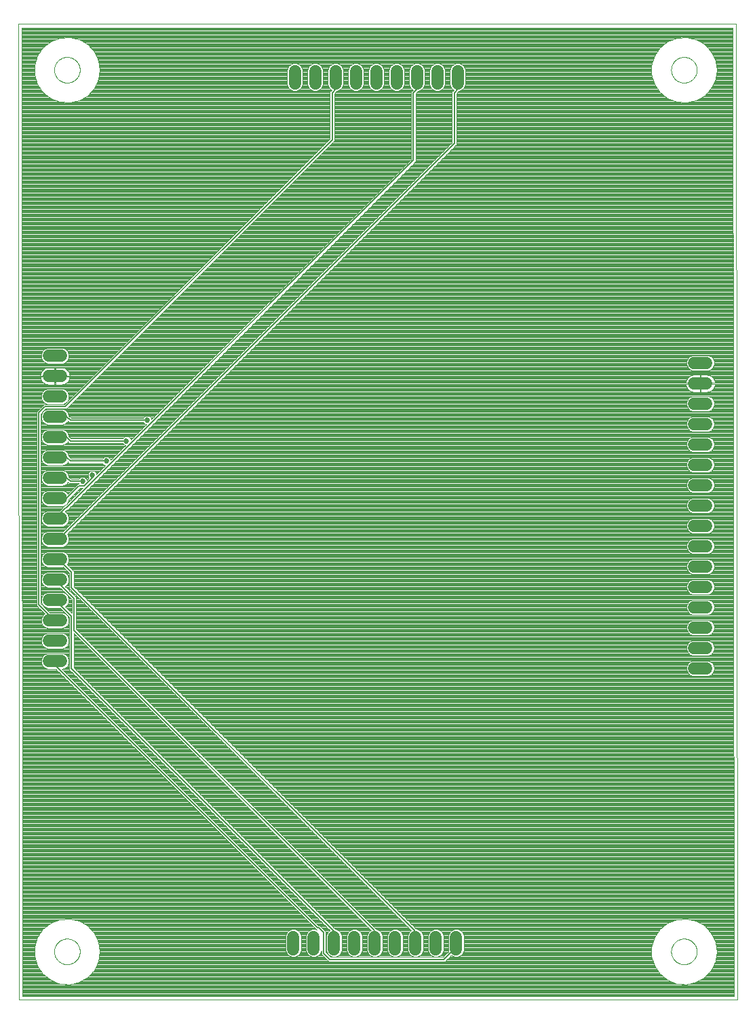
<source format=gtl>
G75*
%MOIN*%
%OFA0B0*%
%FSLAX25Y25*%
%IPPOS*%
%LPD*%
%AMOC8*
5,1,8,0,0,1.08239X$1,22.5*
%
%ADD10C,0.00000*%
%ADD11C,0.06000*%
%ADD12C,0.00400*%
%ADD13C,0.00600*%
%ADD14C,0.02700*%
D10*
X0001500Y0005137D02*
X0001000Y0484338D01*
X0353921Y0484338D01*
X0354421Y0005137D01*
X0001500Y0005137D01*
X0018823Y0028759D02*
X0018825Y0028917D01*
X0018831Y0029075D01*
X0018841Y0029233D01*
X0018855Y0029391D01*
X0018873Y0029548D01*
X0018894Y0029705D01*
X0018920Y0029861D01*
X0018950Y0030017D01*
X0018983Y0030172D01*
X0019021Y0030325D01*
X0019062Y0030478D01*
X0019107Y0030630D01*
X0019156Y0030781D01*
X0019209Y0030930D01*
X0019265Y0031078D01*
X0019325Y0031224D01*
X0019389Y0031369D01*
X0019457Y0031512D01*
X0019528Y0031654D01*
X0019602Y0031794D01*
X0019680Y0031931D01*
X0019762Y0032067D01*
X0019846Y0032201D01*
X0019935Y0032332D01*
X0020026Y0032461D01*
X0020121Y0032588D01*
X0020218Y0032713D01*
X0020319Y0032835D01*
X0020423Y0032954D01*
X0020530Y0033071D01*
X0020640Y0033185D01*
X0020753Y0033296D01*
X0020868Y0033405D01*
X0020986Y0033510D01*
X0021107Y0033612D01*
X0021230Y0033712D01*
X0021356Y0033808D01*
X0021484Y0033901D01*
X0021614Y0033991D01*
X0021747Y0034077D01*
X0021882Y0034161D01*
X0022018Y0034240D01*
X0022157Y0034317D01*
X0022298Y0034389D01*
X0022440Y0034459D01*
X0022584Y0034524D01*
X0022730Y0034586D01*
X0022877Y0034644D01*
X0023026Y0034699D01*
X0023176Y0034750D01*
X0023327Y0034797D01*
X0023479Y0034840D01*
X0023632Y0034879D01*
X0023787Y0034915D01*
X0023942Y0034946D01*
X0024098Y0034974D01*
X0024254Y0034998D01*
X0024411Y0035018D01*
X0024569Y0035034D01*
X0024726Y0035046D01*
X0024885Y0035054D01*
X0025043Y0035058D01*
X0025201Y0035058D01*
X0025359Y0035054D01*
X0025518Y0035046D01*
X0025675Y0035034D01*
X0025833Y0035018D01*
X0025990Y0034998D01*
X0026146Y0034974D01*
X0026302Y0034946D01*
X0026457Y0034915D01*
X0026612Y0034879D01*
X0026765Y0034840D01*
X0026917Y0034797D01*
X0027068Y0034750D01*
X0027218Y0034699D01*
X0027367Y0034644D01*
X0027514Y0034586D01*
X0027660Y0034524D01*
X0027804Y0034459D01*
X0027946Y0034389D01*
X0028087Y0034317D01*
X0028226Y0034240D01*
X0028362Y0034161D01*
X0028497Y0034077D01*
X0028630Y0033991D01*
X0028760Y0033901D01*
X0028888Y0033808D01*
X0029014Y0033712D01*
X0029137Y0033612D01*
X0029258Y0033510D01*
X0029376Y0033405D01*
X0029491Y0033296D01*
X0029604Y0033185D01*
X0029714Y0033071D01*
X0029821Y0032954D01*
X0029925Y0032835D01*
X0030026Y0032713D01*
X0030123Y0032588D01*
X0030218Y0032461D01*
X0030309Y0032332D01*
X0030398Y0032201D01*
X0030482Y0032067D01*
X0030564Y0031931D01*
X0030642Y0031794D01*
X0030716Y0031654D01*
X0030787Y0031512D01*
X0030855Y0031369D01*
X0030919Y0031224D01*
X0030979Y0031078D01*
X0031035Y0030930D01*
X0031088Y0030781D01*
X0031137Y0030630D01*
X0031182Y0030478D01*
X0031223Y0030325D01*
X0031261Y0030172D01*
X0031294Y0030017D01*
X0031324Y0029861D01*
X0031350Y0029705D01*
X0031371Y0029548D01*
X0031389Y0029391D01*
X0031403Y0029233D01*
X0031413Y0029075D01*
X0031419Y0028917D01*
X0031421Y0028759D01*
X0031419Y0028601D01*
X0031413Y0028443D01*
X0031403Y0028285D01*
X0031389Y0028127D01*
X0031371Y0027970D01*
X0031350Y0027813D01*
X0031324Y0027657D01*
X0031294Y0027501D01*
X0031261Y0027346D01*
X0031223Y0027193D01*
X0031182Y0027040D01*
X0031137Y0026888D01*
X0031088Y0026737D01*
X0031035Y0026588D01*
X0030979Y0026440D01*
X0030919Y0026294D01*
X0030855Y0026149D01*
X0030787Y0026006D01*
X0030716Y0025864D01*
X0030642Y0025724D01*
X0030564Y0025587D01*
X0030482Y0025451D01*
X0030398Y0025317D01*
X0030309Y0025186D01*
X0030218Y0025057D01*
X0030123Y0024930D01*
X0030026Y0024805D01*
X0029925Y0024683D01*
X0029821Y0024564D01*
X0029714Y0024447D01*
X0029604Y0024333D01*
X0029491Y0024222D01*
X0029376Y0024113D01*
X0029258Y0024008D01*
X0029137Y0023906D01*
X0029014Y0023806D01*
X0028888Y0023710D01*
X0028760Y0023617D01*
X0028630Y0023527D01*
X0028497Y0023441D01*
X0028362Y0023357D01*
X0028226Y0023278D01*
X0028087Y0023201D01*
X0027946Y0023129D01*
X0027804Y0023059D01*
X0027660Y0022994D01*
X0027514Y0022932D01*
X0027367Y0022874D01*
X0027218Y0022819D01*
X0027068Y0022768D01*
X0026917Y0022721D01*
X0026765Y0022678D01*
X0026612Y0022639D01*
X0026457Y0022603D01*
X0026302Y0022572D01*
X0026146Y0022544D01*
X0025990Y0022520D01*
X0025833Y0022500D01*
X0025675Y0022484D01*
X0025518Y0022472D01*
X0025359Y0022464D01*
X0025201Y0022460D01*
X0025043Y0022460D01*
X0024885Y0022464D01*
X0024726Y0022472D01*
X0024569Y0022484D01*
X0024411Y0022500D01*
X0024254Y0022520D01*
X0024098Y0022544D01*
X0023942Y0022572D01*
X0023787Y0022603D01*
X0023632Y0022639D01*
X0023479Y0022678D01*
X0023327Y0022721D01*
X0023176Y0022768D01*
X0023026Y0022819D01*
X0022877Y0022874D01*
X0022730Y0022932D01*
X0022584Y0022994D01*
X0022440Y0023059D01*
X0022298Y0023129D01*
X0022157Y0023201D01*
X0022018Y0023278D01*
X0021882Y0023357D01*
X0021747Y0023441D01*
X0021614Y0023527D01*
X0021484Y0023617D01*
X0021356Y0023710D01*
X0021230Y0023806D01*
X0021107Y0023906D01*
X0020986Y0024008D01*
X0020868Y0024113D01*
X0020753Y0024222D01*
X0020640Y0024333D01*
X0020530Y0024447D01*
X0020423Y0024564D01*
X0020319Y0024683D01*
X0020218Y0024805D01*
X0020121Y0024930D01*
X0020026Y0025057D01*
X0019935Y0025186D01*
X0019846Y0025317D01*
X0019762Y0025451D01*
X0019680Y0025587D01*
X0019602Y0025724D01*
X0019528Y0025864D01*
X0019457Y0026006D01*
X0019389Y0026149D01*
X0019325Y0026294D01*
X0019265Y0026440D01*
X0019209Y0026588D01*
X0019156Y0026737D01*
X0019107Y0026888D01*
X0019062Y0027040D01*
X0019021Y0027193D01*
X0018983Y0027346D01*
X0018950Y0027501D01*
X0018920Y0027657D01*
X0018894Y0027813D01*
X0018873Y0027970D01*
X0018855Y0028127D01*
X0018841Y0028285D01*
X0018831Y0028443D01*
X0018825Y0028601D01*
X0018823Y0028759D01*
X0321973Y0028759D02*
X0321975Y0028917D01*
X0321981Y0029075D01*
X0321991Y0029233D01*
X0322005Y0029391D01*
X0322023Y0029548D01*
X0322044Y0029705D01*
X0322070Y0029861D01*
X0322100Y0030017D01*
X0322133Y0030172D01*
X0322171Y0030325D01*
X0322212Y0030478D01*
X0322257Y0030630D01*
X0322306Y0030781D01*
X0322359Y0030930D01*
X0322415Y0031078D01*
X0322475Y0031224D01*
X0322539Y0031369D01*
X0322607Y0031512D01*
X0322678Y0031654D01*
X0322752Y0031794D01*
X0322830Y0031931D01*
X0322912Y0032067D01*
X0322996Y0032201D01*
X0323085Y0032332D01*
X0323176Y0032461D01*
X0323271Y0032588D01*
X0323368Y0032713D01*
X0323469Y0032835D01*
X0323573Y0032954D01*
X0323680Y0033071D01*
X0323790Y0033185D01*
X0323903Y0033296D01*
X0324018Y0033405D01*
X0324136Y0033510D01*
X0324257Y0033612D01*
X0324380Y0033712D01*
X0324506Y0033808D01*
X0324634Y0033901D01*
X0324764Y0033991D01*
X0324897Y0034077D01*
X0325032Y0034161D01*
X0325168Y0034240D01*
X0325307Y0034317D01*
X0325448Y0034389D01*
X0325590Y0034459D01*
X0325734Y0034524D01*
X0325880Y0034586D01*
X0326027Y0034644D01*
X0326176Y0034699D01*
X0326326Y0034750D01*
X0326477Y0034797D01*
X0326629Y0034840D01*
X0326782Y0034879D01*
X0326937Y0034915D01*
X0327092Y0034946D01*
X0327248Y0034974D01*
X0327404Y0034998D01*
X0327561Y0035018D01*
X0327719Y0035034D01*
X0327876Y0035046D01*
X0328035Y0035054D01*
X0328193Y0035058D01*
X0328351Y0035058D01*
X0328509Y0035054D01*
X0328668Y0035046D01*
X0328825Y0035034D01*
X0328983Y0035018D01*
X0329140Y0034998D01*
X0329296Y0034974D01*
X0329452Y0034946D01*
X0329607Y0034915D01*
X0329762Y0034879D01*
X0329915Y0034840D01*
X0330067Y0034797D01*
X0330218Y0034750D01*
X0330368Y0034699D01*
X0330517Y0034644D01*
X0330664Y0034586D01*
X0330810Y0034524D01*
X0330954Y0034459D01*
X0331096Y0034389D01*
X0331237Y0034317D01*
X0331376Y0034240D01*
X0331512Y0034161D01*
X0331647Y0034077D01*
X0331780Y0033991D01*
X0331910Y0033901D01*
X0332038Y0033808D01*
X0332164Y0033712D01*
X0332287Y0033612D01*
X0332408Y0033510D01*
X0332526Y0033405D01*
X0332641Y0033296D01*
X0332754Y0033185D01*
X0332864Y0033071D01*
X0332971Y0032954D01*
X0333075Y0032835D01*
X0333176Y0032713D01*
X0333273Y0032588D01*
X0333368Y0032461D01*
X0333459Y0032332D01*
X0333548Y0032201D01*
X0333632Y0032067D01*
X0333714Y0031931D01*
X0333792Y0031794D01*
X0333866Y0031654D01*
X0333937Y0031512D01*
X0334005Y0031369D01*
X0334069Y0031224D01*
X0334129Y0031078D01*
X0334185Y0030930D01*
X0334238Y0030781D01*
X0334287Y0030630D01*
X0334332Y0030478D01*
X0334373Y0030325D01*
X0334411Y0030172D01*
X0334444Y0030017D01*
X0334474Y0029861D01*
X0334500Y0029705D01*
X0334521Y0029548D01*
X0334539Y0029391D01*
X0334553Y0029233D01*
X0334563Y0029075D01*
X0334569Y0028917D01*
X0334571Y0028759D01*
X0334569Y0028601D01*
X0334563Y0028443D01*
X0334553Y0028285D01*
X0334539Y0028127D01*
X0334521Y0027970D01*
X0334500Y0027813D01*
X0334474Y0027657D01*
X0334444Y0027501D01*
X0334411Y0027346D01*
X0334373Y0027193D01*
X0334332Y0027040D01*
X0334287Y0026888D01*
X0334238Y0026737D01*
X0334185Y0026588D01*
X0334129Y0026440D01*
X0334069Y0026294D01*
X0334005Y0026149D01*
X0333937Y0026006D01*
X0333866Y0025864D01*
X0333792Y0025724D01*
X0333714Y0025587D01*
X0333632Y0025451D01*
X0333548Y0025317D01*
X0333459Y0025186D01*
X0333368Y0025057D01*
X0333273Y0024930D01*
X0333176Y0024805D01*
X0333075Y0024683D01*
X0332971Y0024564D01*
X0332864Y0024447D01*
X0332754Y0024333D01*
X0332641Y0024222D01*
X0332526Y0024113D01*
X0332408Y0024008D01*
X0332287Y0023906D01*
X0332164Y0023806D01*
X0332038Y0023710D01*
X0331910Y0023617D01*
X0331780Y0023527D01*
X0331647Y0023441D01*
X0331512Y0023357D01*
X0331376Y0023278D01*
X0331237Y0023201D01*
X0331096Y0023129D01*
X0330954Y0023059D01*
X0330810Y0022994D01*
X0330664Y0022932D01*
X0330517Y0022874D01*
X0330368Y0022819D01*
X0330218Y0022768D01*
X0330067Y0022721D01*
X0329915Y0022678D01*
X0329762Y0022639D01*
X0329607Y0022603D01*
X0329452Y0022572D01*
X0329296Y0022544D01*
X0329140Y0022520D01*
X0328983Y0022500D01*
X0328825Y0022484D01*
X0328668Y0022472D01*
X0328509Y0022464D01*
X0328351Y0022460D01*
X0328193Y0022460D01*
X0328035Y0022464D01*
X0327876Y0022472D01*
X0327719Y0022484D01*
X0327561Y0022500D01*
X0327404Y0022520D01*
X0327248Y0022544D01*
X0327092Y0022572D01*
X0326937Y0022603D01*
X0326782Y0022639D01*
X0326629Y0022678D01*
X0326477Y0022721D01*
X0326326Y0022768D01*
X0326176Y0022819D01*
X0326027Y0022874D01*
X0325880Y0022932D01*
X0325734Y0022994D01*
X0325590Y0023059D01*
X0325448Y0023129D01*
X0325307Y0023201D01*
X0325168Y0023278D01*
X0325032Y0023357D01*
X0324897Y0023441D01*
X0324764Y0023527D01*
X0324634Y0023617D01*
X0324506Y0023710D01*
X0324380Y0023806D01*
X0324257Y0023906D01*
X0324136Y0024008D01*
X0324018Y0024113D01*
X0323903Y0024222D01*
X0323790Y0024333D01*
X0323680Y0024447D01*
X0323573Y0024564D01*
X0323469Y0024683D01*
X0323368Y0024805D01*
X0323271Y0024930D01*
X0323176Y0025057D01*
X0323085Y0025186D01*
X0322996Y0025317D01*
X0322912Y0025451D01*
X0322830Y0025587D01*
X0322752Y0025724D01*
X0322678Y0025864D01*
X0322607Y0026006D01*
X0322539Y0026149D01*
X0322475Y0026294D01*
X0322415Y0026440D01*
X0322359Y0026588D01*
X0322306Y0026737D01*
X0322257Y0026888D01*
X0322212Y0027040D01*
X0322171Y0027193D01*
X0322133Y0027346D01*
X0322100Y0027501D01*
X0322070Y0027657D01*
X0322044Y0027813D01*
X0322023Y0027970D01*
X0322005Y0028127D01*
X0321991Y0028285D01*
X0321981Y0028443D01*
X0321975Y0028601D01*
X0321973Y0028759D01*
X0321973Y0461830D02*
X0321975Y0461988D01*
X0321981Y0462146D01*
X0321991Y0462304D01*
X0322005Y0462462D01*
X0322023Y0462619D01*
X0322044Y0462776D01*
X0322070Y0462932D01*
X0322100Y0463088D01*
X0322133Y0463243D01*
X0322171Y0463396D01*
X0322212Y0463549D01*
X0322257Y0463701D01*
X0322306Y0463852D01*
X0322359Y0464001D01*
X0322415Y0464149D01*
X0322475Y0464295D01*
X0322539Y0464440D01*
X0322607Y0464583D01*
X0322678Y0464725D01*
X0322752Y0464865D01*
X0322830Y0465002D01*
X0322912Y0465138D01*
X0322996Y0465272D01*
X0323085Y0465403D01*
X0323176Y0465532D01*
X0323271Y0465659D01*
X0323368Y0465784D01*
X0323469Y0465906D01*
X0323573Y0466025D01*
X0323680Y0466142D01*
X0323790Y0466256D01*
X0323903Y0466367D01*
X0324018Y0466476D01*
X0324136Y0466581D01*
X0324257Y0466683D01*
X0324380Y0466783D01*
X0324506Y0466879D01*
X0324634Y0466972D01*
X0324764Y0467062D01*
X0324897Y0467148D01*
X0325032Y0467232D01*
X0325168Y0467311D01*
X0325307Y0467388D01*
X0325448Y0467460D01*
X0325590Y0467530D01*
X0325734Y0467595D01*
X0325880Y0467657D01*
X0326027Y0467715D01*
X0326176Y0467770D01*
X0326326Y0467821D01*
X0326477Y0467868D01*
X0326629Y0467911D01*
X0326782Y0467950D01*
X0326937Y0467986D01*
X0327092Y0468017D01*
X0327248Y0468045D01*
X0327404Y0468069D01*
X0327561Y0468089D01*
X0327719Y0468105D01*
X0327876Y0468117D01*
X0328035Y0468125D01*
X0328193Y0468129D01*
X0328351Y0468129D01*
X0328509Y0468125D01*
X0328668Y0468117D01*
X0328825Y0468105D01*
X0328983Y0468089D01*
X0329140Y0468069D01*
X0329296Y0468045D01*
X0329452Y0468017D01*
X0329607Y0467986D01*
X0329762Y0467950D01*
X0329915Y0467911D01*
X0330067Y0467868D01*
X0330218Y0467821D01*
X0330368Y0467770D01*
X0330517Y0467715D01*
X0330664Y0467657D01*
X0330810Y0467595D01*
X0330954Y0467530D01*
X0331096Y0467460D01*
X0331237Y0467388D01*
X0331376Y0467311D01*
X0331512Y0467232D01*
X0331647Y0467148D01*
X0331780Y0467062D01*
X0331910Y0466972D01*
X0332038Y0466879D01*
X0332164Y0466783D01*
X0332287Y0466683D01*
X0332408Y0466581D01*
X0332526Y0466476D01*
X0332641Y0466367D01*
X0332754Y0466256D01*
X0332864Y0466142D01*
X0332971Y0466025D01*
X0333075Y0465906D01*
X0333176Y0465784D01*
X0333273Y0465659D01*
X0333368Y0465532D01*
X0333459Y0465403D01*
X0333548Y0465272D01*
X0333632Y0465138D01*
X0333714Y0465002D01*
X0333792Y0464865D01*
X0333866Y0464725D01*
X0333937Y0464583D01*
X0334005Y0464440D01*
X0334069Y0464295D01*
X0334129Y0464149D01*
X0334185Y0464001D01*
X0334238Y0463852D01*
X0334287Y0463701D01*
X0334332Y0463549D01*
X0334373Y0463396D01*
X0334411Y0463243D01*
X0334444Y0463088D01*
X0334474Y0462932D01*
X0334500Y0462776D01*
X0334521Y0462619D01*
X0334539Y0462462D01*
X0334553Y0462304D01*
X0334563Y0462146D01*
X0334569Y0461988D01*
X0334571Y0461830D01*
X0334569Y0461672D01*
X0334563Y0461514D01*
X0334553Y0461356D01*
X0334539Y0461198D01*
X0334521Y0461041D01*
X0334500Y0460884D01*
X0334474Y0460728D01*
X0334444Y0460572D01*
X0334411Y0460417D01*
X0334373Y0460264D01*
X0334332Y0460111D01*
X0334287Y0459959D01*
X0334238Y0459808D01*
X0334185Y0459659D01*
X0334129Y0459511D01*
X0334069Y0459365D01*
X0334005Y0459220D01*
X0333937Y0459077D01*
X0333866Y0458935D01*
X0333792Y0458795D01*
X0333714Y0458658D01*
X0333632Y0458522D01*
X0333548Y0458388D01*
X0333459Y0458257D01*
X0333368Y0458128D01*
X0333273Y0458001D01*
X0333176Y0457876D01*
X0333075Y0457754D01*
X0332971Y0457635D01*
X0332864Y0457518D01*
X0332754Y0457404D01*
X0332641Y0457293D01*
X0332526Y0457184D01*
X0332408Y0457079D01*
X0332287Y0456977D01*
X0332164Y0456877D01*
X0332038Y0456781D01*
X0331910Y0456688D01*
X0331780Y0456598D01*
X0331647Y0456512D01*
X0331512Y0456428D01*
X0331376Y0456349D01*
X0331237Y0456272D01*
X0331096Y0456200D01*
X0330954Y0456130D01*
X0330810Y0456065D01*
X0330664Y0456003D01*
X0330517Y0455945D01*
X0330368Y0455890D01*
X0330218Y0455839D01*
X0330067Y0455792D01*
X0329915Y0455749D01*
X0329762Y0455710D01*
X0329607Y0455674D01*
X0329452Y0455643D01*
X0329296Y0455615D01*
X0329140Y0455591D01*
X0328983Y0455571D01*
X0328825Y0455555D01*
X0328668Y0455543D01*
X0328509Y0455535D01*
X0328351Y0455531D01*
X0328193Y0455531D01*
X0328035Y0455535D01*
X0327876Y0455543D01*
X0327719Y0455555D01*
X0327561Y0455571D01*
X0327404Y0455591D01*
X0327248Y0455615D01*
X0327092Y0455643D01*
X0326937Y0455674D01*
X0326782Y0455710D01*
X0326629Y0455749D01*
X0326477Y0455792D01*
X0326326Y0455839D01*
X0326176Y0455890D01*
X0326027Y0455945D01*
X0325880Y0456003D01*
X0325734Y0456065D01*
X0325590Y0456130D01*
X0325448Y0456200D01*
X0325307Y0456272D01*
X0325168Y0456349D01*
X0325032Y0456428D01*
X0324897Y0456512D01*
X0324764Y0456598D01*
X0324634Y0456688D01*
X0324506Y0456781D01*
X0324380Y0456877D01*
X0324257Y0456977D01*
X0324136Y0457079D01*
X0324018Y0457184D01*
X0323903Y0457293D01*
X0323790Y0457404D01*
X0323680Y0457518D01*
X0323573Y0457635D01*
X0323469Y0457754D01*
X0323368Y0457876D01*
X0323271Y0458001D01*
X0323176Y0458128D01*
X0323085Y0458257D01*
X0322996Y0458388D01*
X0322912Y0458522D01*
X0322830Y0458658D01*
X0322752Y0458795D01*
X0322678Y0458935D01*
X0322607Y0459077D01*
X0322539Y0459220D01*
X0322475Y0459365D01*
X0322415Y0459511D01*
X0322359Y0459659D01*
X0322306Y0459808D01*
X0322257Y0459959D01*
X0322212Y0460111D01*
X0322171Y0460264D01*
X0322133Y0460417D01*
X0322100Y0460572D01*
X0322070Y0460728D01*
X0322044Y0460884D01*
X0322023Y0461041D01*
X0322005Y0461198D01*
X0321991Y0461356D01*
X0321981Y0461514D01*
X0321975Y0461672D01*
X0321973Y0461830D01*
X0018823Y0461830D02*
X0018825Y0461988D01*
X0018831Y0462146D01*
X0018841Y0462304D01*
X0018855Y0462462D01*
X0018873Y0462619D01*
X0018894Y0462776D01*
X0018920Y0462932D01*
X0018950Y0463088D01*
X0018983Y0463243D01*
X0019021Y0463396D01*
X0019062Y0463549D01*
X0019107Y0463701D01*
X0019156Y0463852D01*
X0019209Y0464001D01*
X0019265Y0464149D01*
X0019325Y0464295D01*
X0019389Y0464440D01*
X0019457Y0464583D01*
X0019528Y0464725D01*
X0019602Y0464865D01*
X0019680Y0465002D01*
X0019762Y0465138D01*
X0019846Y0465272D01*
X0019935Y0465403D01*
X0020026Y0465532D01*
X0020121Y0465659D01*
X0020218Y0465784D01*
X0020319Y0465906D01*
X0020423Y0466025D01*
X0020530Y0466142D01*
X0020640Y0466256D01*
X0020753Y0466367D01*
X0020868Y0466476D01*
X0020986Y0466581D01*
X0021107Y0466683D01*
X0021230Y0466783D01*
X0021356Y0466879D01*
X0021484Y0466972D01*
X0021614Y0467062D01*
X0021747Y0467148D01*
X0021882Y0467232D01*
X0022018Y0467311D01*
X0022157Y0467388D01*
X0022298Y0467460D01*
X0022440Y0467530D01*
X0022584Y0467595D01*
X0022730Y0467657D01*
X0022877Y0467715D01*
X0023026Y0467770D01*
X0023176Y0467821D01*
X0023327Y0467868D01*
X0023479Y0467911D01*
X0023632Y0467950D01*
X0023787Y0467986D01*
X0023942Y0468017D01*
X0024098Y0468045D01*
X0024254Y0468069D01*
X0024411Y0468089D01*
X0024569Y0468105D01*
X0024726Y0468117D01*
X0024885Y0468125D01*
X0025043Y0468129D01*
X0025201Y0468129D01*
X0025359Y0468125D01*
X0025518Y0468117D01*
X0025675Y0468105D01*
X0025833Y0468089D01*
X0025990Y0468069D01*
X0026146Y0468045D01*
X0026302Y0468017D01*
X0026457Y0467986D01*
X0026612Y0467950D01*
X0026765Y0467911D01*
X0026917Y0467868D01*
X0027068Y0467821D01*
X0027218Y0467770D01*
X0027367Y0467715D01*
X0027514Y0467657D01*
X0027660Y0467595D01*
X0027804Y0467530D01*
X0027946Y0467460D01*
X0028087Y0467388D01*
X0028226Y0467311D01*
X0028362Y0467232D01*
X0028497Y0467148D01*
X0028630Y0467062D01*
X0028760Y0466972D01*
X0028888Y0466879D01*
X0029014Y0466783D01*
X0029137Y0466683D01*
X0029258Y0466581D01*
X0029376Y0466476D01*
X0029491Y0466367D01*
X0029604Y0466256D01*
X0029714Y0466142D01*
X0029821Y0466025D01*
X0029925Y0465906D01*
X0030026Y0465784D01*
X0030123Y0465659D01*
X0030218Y0465532D01*
X0030309Y0465403D01*
X0030398Y0465272D01*
X0030482Y0465138D01*
X0030564Y0465002D01*
X0030642Y0464865D01*
X0030716Y0464725D01*
X0030787Y0464583D01*
X0030855Y0464440D01*
X0030919Y0464295D01*
X0030979Y0464149D01*
X0031035Y0464001D01*
X0031088Y0463852D01*
X0031137Y0463701D01*
X0031182Y0463549D01*
X0031223Y0463396D01*
X0031261Y0463243D01*
X0031294Y0463088D01*
X0031324Y0462932D01*
X0031350Y0462776D01*
X0031371Y0462619D01*
X0031389Y0462462D01*
X0031403Y0462304D01*
X0031413Y0462146D01*
X0031419Y0461988D01*
X0031421Y0461830D01*
X0031419Y0461672D01*
X0031413Y0461514D01*
X0031403Y0461356D01*
X0031389Y0461198D01*
X0031371Y0461041D01*
X0031350Y0460884D01*
X0031324Y0460728D01*
X0031294Y0460572D01*
X0031261Y0460417D01*
X0031223Y0460264D01*
X0031182Y0460111D01*
X0031137Y0459959D01*
X0031088Y0459808D01*
X0031035Y0459659D01*
X0030979Y0459511D01*
X0030919Y0459365D01*
X0030855Y0459220D01*
X0030787Y0459077D01*
X0030716Y0458935D01*
X0030642Y0458795D01*
X0030564Y0458658D01*
X0030482Y0458522D01*
X0030398Y0458388D01*
X0030309Y0458257D01*
X0030218Y0458128D01*
X0030123Y0458001D01*
X0030026Y0457876D01*
X0029925Y0457754D01*
X0029821Y0457635D01*
X0029714Y0457518D01*
X0029604Y0457404D01*
X0029491Y0457293D01*
X0029376Y0457184D01*
X0029258Y0457079D01*
X0029137Y0456977D01*
X0029014Y0456877D01*
X0028888Y0456781D01*
X0028760Y0456688D01*
X0028630Y0456598D01*
X0028497Y0456512D01*
X0028362Y0456428D01*
X0028226Y0456349D01*
X0028087Y0456272D01*
X0027946Y0456200D01*
X0027804Y0456130D01*
X0027660Y0456065D01*
X0027514Y0456003D01*
X0027367Y0455945D01*
X0027218Y0455890D01*
X0027068Y0455839D01*
X0026917Y0455792D01*
X0026765Y0455749D01*
X0026612Y0455710D01*
X0026457Y0455674D01*
X0026302Y0455643D01*
X0026146Y0455615D01*
X0025990Y0455591D01*
X0025833Y0455571D01*
X0025675Y0455555D01*
X0025518Y0455543D01*
X0025359Y0455535D01*
X0025201Y0455531D01*
X0025043Y0455531D01*
X0024885Y0455535D01*
X0024726Y0455543D01*
X0024569Y0455555D01*
X0024411Y0455571D01*
X0024254Y0455591D01*
X0024098Y0455615D01*
X0023942Y0455643D01*
X0023787Y0455674D01*
X0023632Y0455710D01*
X0023479Y0455749D01*
X0023327Y0455792D01*
X0023176Y0455839D01*
X0023026Y0455890D01*
X0022877Y0455945D01*
X0022730Y0456003D01*
X0022584Y0456065D01*
X0022440Y0456130D01*
X0022298Y0456200D01*
X0022157Y0456272D01*
X0022018Y0456349D01*
X0021882Y0456428D01*
X0021747Y0456512D01*
X0021614Y0456598D01*
X0021484Y0456688D01*
X0021356Y0456781D01*
X0021230Y0456877D01*
X0021107Y0456977D01*
X0020986Y0457079D01*
X0020868Y0457184D01*
X0020753Y0457293D01*
X0020640Y0457404D01*
X0020530Y0457518D01*
X0020423Y0457635D01*
X0020319Y0457754D01*
X0020218Y0457876D01*
X0020121Y0458001D01*
X0020026Y0458128D01*
X0019935Y0458257D01*
X0019846Y0458388D01*
X0019762Y0458522D01*
X0019680Y0458658D01*
X0019602Y0458795D01*
X0019528Y0458935D01*
X0019457Y0459077D01*
X0019389Y0459220D01*
X0019325Y0459365D01*
X0019265Y0459511D01*
X0019209Y0459659D01*
X0019156Y0459808D01*
X0019107Y0459959D01*
X0019062Y0460111D01*
X0019021Y0460264D01*
X0018983Y0460417D01*
X0018950Y0460572D01*
X0018920Y0460728D01*
X0018894Y0460884D01*
X0018873Y0461041D01*
X0018855Y0461198D01*
X0018841Y0461356D01*
X0018831Y0461514D01*
X0018825Y0461672D01*
X0018823Y0461830D01*
D11*
X0016177Y0321436D02*
X0022177Y0321436D01*
X0022177Y0311436D02*
X0016177Y0311436D01*
X0016177Y0301436D02*
X0022177Y0301436D01*
X0022177Y0291436D02*
X0016177Y0291436D01*
X0016177Y0281436D02*
X0022177Y0281436D01*
X0022177Y0271436D02*
X0016177Y0271436D01*
X0016177Y0261436D02*
X0022177Y0261436D01*
X0022177Y0251436D02*
X0016177Y0251436D01*
X0016177Y0241436D02*
X0022177Y0241436D01*
X0022177Y0231436D02*
X0016177Y0231436D01*
X0016177Y0221436D02*
X0022177Y0221436D01*
X0022177Y0211436D02*
X0016177Y0211436D01*
X0016177Y0201436D02*
X0022177Y0201436D01*
X0022177Y0191436D02*
X0016177Y0191436D01*
X0016177Y0181436D02*
X0022177Y0181436D01*
X0022177Y0171436D02*
X0016177Y0171436D01*
X0136303Y0035932D02*
X0136303Y0029932D01*
X0146303Y0029932D02*
X0146303Y0035932D01*
X0156303Y0035932D02*
X0156303Y0029932D01*
X0166303Y0029932D02*
X0166303Y0035932D01*
X0176303Y0035932D02*
X0176303Y0029932D01*
X0186303Y0029932D02*
X0186303Y0035932D01*
X0196303Y0035932D02*
X0196303Y0029932D01*
X0206303Y0029932D02*
X0206303Y0035932D01*
X0216303Y0035932D02*
X0216303Y0029932D01*
X0333303Y0167854D02*
X0339303Y0167854D01*
X0339303Y0177854D02*
X0333303Y0177854D01*
X0333303Y0187854D02*
X0339303Y0187854D01*
X0339303Y0197854D02*
X0333303Y0197854D01*
X0333303Y0207854D02*
X0339303Y0207854D01*
X0339303Y0217854D02*
X0333303Y0217854D01*
X0333303Y0227854D02*
X0339303Y0227854D01*
X0339303Y0237854D02*
X0333303Y0237854D01*
X0333303Y0247854D02*
X0339303Y0247854D01*
X0339303Y0257854D02*
X0333303Y0257854D01*
X0333303Y0267854D02*
X0339303Y0267854D01*
X0339303Y0277854D02*
X0333303Y0277854D01*
X0333303Y0287854D02*
X0339303Y0287854D01*
X0339303Y0297854D02*
X0333303Y0297854D01*
X0333303Y0307854D02*
X0339303Y0307854D01*
X0339303Y0317854D02*
X0333303Y0317854D01*
X0217091Y0455247D02*
X0217091Y0461247D01*
X0207091Y0461247D02*
X0207091Y0455247D01*
X0197091Y0455247D02*
X0197091Y0461247D01*
X0187091Y0461247D02*
X0187091Y0455247D01*
X0177091Y0455247D02*
X0177091Y0461247D01*
X0167091Y0461247D02*
X0167091Y0455247D01*
X0157091Y0455247D02*
X0157091Y0461247D01*
X0147091Y0461247D02*
X0147091Y0455247D01*
X0137091Y0455247D02*
X0137091Y0461247D01*
D12*
X0140632Y0462628D02*
X0143549Y0462628D01*
X0143384Y0462229D02*
X0140797Y0462229D01*
X0140891Y0462003D02*
X0140312Y0463400D01*
X0139243Y0464469D01*
X0137846Y0465047D01*
X0136335Y0465047D01*
X0134938Y0464469D01*
X0133869Y0463400D01*
X0133291Y0462003D01*
X0133291Y0454491D01*
X0133869Y0453095D01*
X0134938Y0452026D01*
X0136335Y0451447D01*
X0137846Y0451447D01*
X0139243Y0452026D01*
X0140312Y0453095D01*
X0140891Y0454491D01*
X0140891Y0462003D01*
X0140891Y0461831D02*
X0143291Y0461831D01*
X0143291Y0462003D02*
X0143869Y0463400D01*
X0144938Y0464469D01*
X0146335Y0465047D01*
X0147846Y0465047D01*
X0149243Y0464469D01*
X0150312Y0463400D01*
X0150891Y0462003D01*
X0150891Y0454491D01*
X0150312Y0453095D01*
X0149243Y0452026D01*
X0147846Y0451447D01*
X0146335Y0451447D01*
X0144938Y0452026D01*
X0143869Y0453095D01*
X0143291Y0454491D01*
X0143291Y0462003D01*
X0143291Y0461432D02*
X0140891Y0461432D01*
X0140891Y0461034D02*
X0143291Y0461034D01*
X0143291Y0460635D02*
X0140891Y0460635D01*
X0140891Y0460237D02*
X0143291Y0460237D01*
X0143291Y0459838D02*
X0140891Y0459838D01*
X0140891Y0459440D02*
X0143291Y0459440D01*
X0143291Y0459041D02*
X0140891Y0459041D01*
X0140891Y0458643D02*
X0143291Y0458643D01*
X0143291Y0458244D02*
X0140891Y0458244D01*
X0140891Y0457846D02*
X0143291Y0457846D01*
X0143291Y0457447D02*
X0140891Y0457447D01*
X0140891Y0457049D02*
X0143291Y0457049D01*
X0143291Y0456650D02*
X0140891Y0456650D01*
X0140891Y0456252D02*
X0143291Y0456252D01*
X0143291Y0455853D02*
X0140891Y0455853D01*
X0140891Y0455455D02*
X0143291Y0455455D01*
X0143291Y0455056D02*
X0140891Y0455056D01*
X0140891Y0454658D02*
X0143291Y0454658D01*
X0143387Y0454259D02*
X0140794Y0454259D01*
X0140629Y0453861D02*
X0143552Y0453861D01*
X0143717Y0453462D02*
X0140464Y0453462D01*
X0140281Y0453064D02*
X0143900Y0453064D01*
X0144299Y0452665D02*
X0139883Y0452665D01*
X0139484Y0452267D02*
X0144697Y0452267D01*
X0145318Y0451868D02*
X0138863Y0451868D01*
X0137901Y0451470D02*
X0146280Y0451470D01*
X0147901Y0451470D02*
X0154677Y0451470D01*
X0154300Y0451093D02*
X0154300Y0427993D01*
X0023844Y0297537D01*
X0013644Y0297537D01*
X0013000Y0296893D01*
X0010000Y0293893D01*
X0010000Y0198781D01*
X0010644Y0198137D01*
X0014095Y0194687D01*
X0014025Y0194658D01*
X0012956Y0193589D01*
X0012377Y0192192D01*
X0012377Y0190680D01*
X0012956Y0189284D01*
X0014025Y0188215D01*
X0015421Y0187636D01*
X0022933Y0187636D01*
X0024330Y0188215D01*
X0025399Y0189284D01*
X0025977Y0190680D01*
X0025977Y0192192D01*
X0025399Y0193589D01*
X0024330Y0194658D01*
X0022933Y0195236D01*
X0016656Y0195236D01*
X0012200Y0199693D01*
X0012200Y0292981D01*
X0014556Y0295337D01*
X0024756Y0295337D01*
X0155856Y0426437D01*
X0156500Y0427081D01*
X0156500Y0450181D01*
X0157656Y0451337D01*
X0157766Y0451447D01*
X0157846Y0451447D01*
X0159243Y0452026D01*
X0160312Y0453095D01*
X0160891Y0454491D01*
X0160891Y0462003D01*
X0160312Y0463400D01*
X0159243Y0464469D01*
X0157846Y0465047D01*
X0156335Y0465047D01*
X0154938Y0464469D01*
X0153869Y0463400D01*
X0153291Y0462003D01*
X0153291Y0454491D01*
X0153869Y0453095D01*
X0154938Y0452026D01*
X0155147Y0451939D01*
X0154300Y0451093D01*
X0154300Y0451071D02*
X0036992Y0451071D01*
X0036622Y0450673D02*
X0154300Y0450673D01*
X0154300Y0450274D02*
X0036252Y0450274D01*
X0035883Y0449876D02*
X0154300Y0449876D01*
X0154300Y0449477D02*
X0035513Y0449477D01*
X0035223Y0449164D02*
X0038507Y0452704D01*
X0038507Y0452704D01*
X0040602Y0457055D01*
X0041322Y0461830D01*
X0040602Y0466605D01*
X0038507Y0470956D01*
X0035223Y0474496D01*
X0031041Y0476910D01*
X0031041Y0476910D01*
X0026333Y0477985D01*
X0021517Y0477624D01*
X0017022Y0475860D01*
X0013247Y0472849D01*
X0010526Y0468859D01*
X0009103Y0464244D01*
X0009103Y0459415D01*
X0010526Y0454801D01*
X0013247Y0450811D01*
X0017022Y0447800D01*
X0021517Y0446036D01*
X0021517Y0446036D01*
X0026333Y0445675D01*
X0031041Y0446750D01*
X0035223Y0449164D01*
X0035223Y0449164D01*
X0035074Y0449079D02*
X0154300Y0449079D01*
X0154300Y0448680D02*
X0034384Y0448680D01*
X0033694Y0448282D02*
X0154300Y0448282D01*
X0154300Y0447883D02*
X0033004Y0447883D01*
X0032313Y0447485D02*
X0154300Y0447485D01*
X0154300Y0447086D02*
X0031623Y0447086D01*
X0031041Y0446750D02*
X0031041Y0446750D01*
X0030768Y0446688D02*
X0154300Y0446688D01*
X0154300Y0446289D02*
X0029022Y0446289D01*
X0027276Y0445891D02*
X0154300Y0445891D01*
X0154300Y0445492D02*
X0002741Y0445492D01*
X0002741Y0445094D02*
X0154300Y0445094D01*
X0154300Y0444695D02*
X0002741Y0444695D01*
X0002742Y0444296D02*
X0154300Y0444296D01*
X0154300Y0443898D02*
X0002742Y0443898D01*
X0002743Y0443499D02*
X0154300Y0443499D01*
X0154300Y0443101D02*
X0002743Y0443101D01*
X0002743Y0442702D02*
X0154300Y0442702D01*
X0154300Y0442304D02*
X0002744Y0442304D01*
X0002744Y0441905D02*
X0154300Y0441905D01*
X0154300Y0441507D02*
X0002745Y0441507D01*
X0002745Y0441108D02*
X0154300Y0441108D01*
X0154300Y0440710D02*
X0002746Y0440710D01*
X0002746Y0440311D02*
X0154300Y0440311D01*
X0154300Y0439913D02*
X0002746Y0439913D01*
X0002747Y0439514D02*
X0154300Y0439514D01*
X0154300Y0439116D02*
X0002747Y0439116D01*
X0002748Y0438717D02*
X0154300Y0438717D01*
X0154300Y0438319D02*
X0002748Y0438319D01*
X0002748Y0437920D02*
X0154300Y0437920D01*
X0154300Y0437522D02*
X0002749Y0437522D01*
X0002749Y0437123D02*
X0154300Y0437123D01*
X0154300Y0436725D02*
X0002750Y0436725D01*
X0002750Y0436326D02*
X0154300Y0436326D01*
X0154300Y0435928D02*
X0002751Y0435928D01*
X0002751Y0435529D02*
X0154300Y0435529D01*
X0154300Y0435131D02*
X0002751Y0435131D01*
X0002752Y0434732D02*
X0154300Y0434732D01*
X0154300Y0434334D02*
X0002752Y0434334D01*
X0002753Y0433935D02*
X0154300Y0433935D01*
X0154300Y0433537D02*
X0002753Y0433537D01*
X0002753Y0433138D02*
X0154300Y0433138D01*
X0154300Y0432740D02*
X0002754Y0432740D01*
X0002754Y0432341D02*
X0154300Y0432341D01*
X0154300Y0431943D02*
X0002755Y0431943D01*
X0002755Y0431544D02*
X0154300Y0431544D01*
X0154300Y0431146D02*
X0002755Y0431146D01*
X0002756Y0430747D02*
X0154300Y0430747D01*
X0154300Y0430349D02*
X0002756Y0430349D01*
X0002757Y0429950D02*
X0154300Y0429950D01*
X0154300Y0429552D02*
X0002757Y0429552D01*
X0002758Y0429153D02*
X0154300Y0429153D01*
X0154300Y0428755D02*
X0002758Y0428755D01*
X0002758Y0428356D02*
X0154300Y0428356D01*
X0154265Y0427958D02*
X0002759Y0427958D01*
X0002759Y0427559D02*
X0153866Y0427559D01*
X0153468Y0427160D02*
X0002760Y0427160D01*
X0002760Y0426762D02*
X0153069Y0426762D01*
X0152671Y0426363D02*
X0002760Y0426363D01*
X0002761Y0425965D02*
X0152272Y0425965D01*
X0151874Y0425566D02*
X0002761Y0425566D01*
X0002762Y0425168D02*
X0151475Y0425168D01*
X0151077Y0424769D02*
X0002762Y0424769D01*
X0002763Y0424371D02*
X0150678Y0424371D01*
X0150280Y0423972D02*
X0002763Y0423972D01*
X0002763Y0423574D02*
X0149881Y0423574D01*
X0149483Y0423175D02*
X0002764Y0423175D01*
X0002764Y0422777D02*
X0149084Y0422777D01*
X0148686Y0422378D02*
X0002765Y0422378D01*
X0002765Y0421980D02*
X0148287Y0421980D01*
X0147889Y0421581D02*
X0002765Y0421581D01*
X0002766Y0421183D02*
X0147490Y0421183D01*
X0147092Y0420784D02*
X0002766Y0420784D01*
X0002767Y0420386D02*
X0146693Y0420386D01*
X0146295Y0419987D02*
X0002767Y0419987D01*
X0002768Y0419589D02*
X0145896Y0419589D01*
X0145498Y0419190D02*
X0002768Y0419190D01*
X0002768Y0418792D02*
X0145099Y0418792D01*
X0144701Y0418393D02*
X0002769Y0418393D01*
X0002769Y0417995D02*
X0144302Y0417995D01*
X0143904Y0417596D02*
X0002770Y0417596D01*
X0002770Y0417198D02*
X0143505Y0417198D01*
X0143107Y0416799D02*
X0002770Y0416799D01*
X0002771Y0416401D02*
X0142708Y0416401D01*
X0142310Y0416002D02*
X0002771Y0416002D01*
X0002772Y0415604D02*
X0141911Y0415604D01*
X0141513Y0415205D02*
X0002772Y0415205D01*
X0002773Y0414807D02*
X0141114Y0414807D01*
X0140715Y0414408D02*
X0002773Y0414408D01*
X0002773Y0414010D02*
X0140317Y0414010D01*
X0139918Y0413611D02*
X0002774Y0413611D01*
X0002774Y0413213D02*
X0139520Y0413213D01*
X0139121Y0412814D02*
X0002775Y0412814D01*
X0002775Y0412416D02*
X0138723Y0412416D01*
X0138324Y0412017D02*
X0002775Y0412017D01*
X0002776Y0411619D02*
X0137926Y0411619D01*
X0137527Y0411220D02*
X0002776Y0411220D01*
X0002777Y0410822D02*
X0137129Y0410822D01*
X0136730Y0410423D02*
X0002777Y0410423D01*
X0002778Y0410025D02*
X0136332Y0410025D01*
X0135933Y0409626D02*
X0002778Y0409626D01*
X0002778Y0409227D02*
X0135535Y0409227D01*
X0135136Y0408829D02*
X0002779Y0408829D01*
X0002779Y0408430D02*
X0134738Y0408430D01*
X0134339Y0408032D02*
X0002780Y0408032D01*
X0002780Y0407633D02*
X0133941Y0407633D01*
X0133542Y0407235D02*
X0002780Y0407235D01*
X0002781Y0406836D02*
X0133144Y0406836D01*
X0132745Y0406438D02*
X0002781Y0406438D01*
X0002782Y0406039D02*
X0132347Y0406039D01*
X0131948Y0405641D02*
X0002782Y0405641D01*
X0002783Y0405242D02*
X0131550Y0405242D01*
X0131151Y0404844D02*
X0002783Y0404844D01*
X0002783Y0404445D02*
X0130753Y0404445D01*
X0130354Y0404047D02*
X0002784Y0404047D01*
X0002784Y0403648D02*
X0129956Y0403648D01*
X0129557Y0403250D02*
X0002785Y0403250D01*
X0002785Y0402851D02*
X0129159Y0402851D01*
X0128760Y0402453D02*
X0002785Y0402453D01*
X0002786Y0402054D02*
X0128362Y0402054D01*
X0127963Y0401656D02*
X0002786Y0401656D01*
X0002787Y0401257D02*
X0127565Y0401257D01*
X0127166Y0400859D02*
X0002787Y0400859D01*
X0002788Y0400460D02*
X0126768Y0400460D01*
X0126369Y0400062D02*
X0002788Y0400062D01*
X0002788Y0399663D02*
X0125971Y0399663D01*
X0125572Y0399265D02*
X0002789Y0399265D01*
X0002789Y0398866D02*
X0125174Y0398866D01*
X0124775Y0398468D02*
X0002790Y0398468D01*
X0002790Y0398069D02*
X0124377Y0398069D01*
X0123978Y0397671D02*
X0002790Y0397671D01*
X0002791Y0397272D02*
X0123580Y0397272D01*
X0123181Y0396874D02*
X0002791Y0396874D01*
X0002792Y0396475D02*
X0122782Y0396475D01*
X0122384Y0396077D02*
X0002792Y0396077D01*
X0002792Y0395678D02*
X0121985Y0395678D01*
X0121587Y0395280D02*
X0002793Y0395280D01*
X0002793Y0394881D02*
X0121188Y0394881D01*
X0120790Y0394483D02*
X0002794Y0394483D01*
X0002794Y0394084D02*
X0120391Y0394084D01*
X0119993Y0393686D02*
X0002795Y0393686D01*
X0002795Y0393287D02*
X0119594Y0393287D01*
X0119196Y0392889D02*
X0002795Y0392889D01*
X0002796Y0392490D02*
X0118797Y0392490D01*
X0118399Y0392091D02*
X0002796Y0392091D01*
X0002797Y0391693D02*
X0118000Y0391693D01*
X0117602Y0391294D02*
X0002797Y0391294D01*
X0002797Y0390896D02*
X0117203Y0390896D01*
X0116805Y0390497D02*
X0002798Y0390497D01*
X0002798Y0390099D02*
X0116406Y0390099D01*
X0116008Y0389700D02*
X0002799Y0389700D01*
X0002799Y0389302D02*
X0115609Y0389302D01*
X0115211Y0388903D02*
X0002800Y0388903D01*
X0002800Y0388505D02*
X0114812Y0388505D01*
X0114414Y0388106D02*
X0002800Y0388106D01*
X0002801Y0387708D02*
X0114015Y0387708D01*
X0113617Y0387309D02*
X0002801Y0387309D01*
X0002802Y0386911D02*
X0113218Y0386911D01*
X0112820Y0386512D02*
X0002802Y0386512D01*
X0002802Y0386114D02*
X0112421Y0386114D01*
X0112023Y0385715D02*
X0002803Y0385715D01*
X0002803Y0385317D02*
X0111624Y0385317D01*
X0111226Y0384918D02*
X0002804Y0384918D01*
X0002804Y0384520D02*
X0110827Y0384520D01*
X0110429Y0384121D02*
X0002805Y0384121D01*
X0002805Y0383723D02*
X0110030Y0383723D01*
X0109632Y0383324D02*
X0002805Y0383324D01*
X0002806Y0382926D02*
X0109233Y0382926D01*
X0108835Y0382527D02*
X0002806Y0382527D01*
X0002807Y0382129D02*
X0108436Y0382129D01*
X0108038Y0381730D02*
X0002807Y0381730D01*
X0002807Y0381332D02*
X0107639Y0381332D01*
X0107241Y0380933D02*
X0002808Y0380933D01*
X0002808Y0380535D02*
X0106842Y0380535D01*
X0106444Y0380136D02*
X0002809Y0380136D01*
X0002809Y0379738D02*
X0106045Y0379738D01*
X0105646Y0379339D02*
X0002810Y0379339D01*
X0002810Y0378941D02*
X0105248Y0378941D01*
X0104849Y0378542D02*
X0002810Y0378542D01*
X0002811Y0378144D02*
X0104451Y0378144D01*
X0104052Y0377745D02*
X0002811Y0377745D01*
X0002812Y0377347D02*
X0103654Y0377347D01*
X0103255Y0376948D02*
X0002812Y0376948D01*
X0002812Y0376550D02*
X0102857Y0376550D01*
X0102458Y0376151D02*
X0002813Y0376151D01*
X0002813Y0375753D02*
X0102060Y0375753D01*
X0101661Y0375354D02*
X0002814Y0375354D01*
X0002814Y0374956D02*
X0101263Y0374956D01*
X0100864Y0374557D02*
X0002815Y0374557D01*
X0002815Y0374158D02*
X0100466Y0374158D01*
X0100067Y0373760D02*
X0002815Y0373760D01*
X0002816Y0373361D02*
X0099669Y0373361D01*
X0099270Y0372963D02*
X0002816Y0372963D01*
X0002817Y0372564D02*
X0098872Y0372564D01*
X0098473Y0372166D02*
X0002817Y0372166D01*
X0002817Y0371767D02*
X0098075Y0371767D01*
X0097676Y0371369D02*
X0002818Y0371369D01*
X0002818Y0370970D02*
X0097278Y0370970D01*
X0096879Y0370572D02*
X0002819Y0370572D01*
X0002819Y0370173D02*
X0096481Y0370173D01*
X0096082Y0369775D02*
X0002820Y0369775D01*
X0002820Y0369376D02*
X0095684Y0369376D01*
X0095285Y0368978D02*
X0002820Y0368978D01*
X0002821Y0368579D02*
X0094887Y0368579D01*
X0094488Y0368181D02*
X0002821Y0368181D01*
X0002822Y0367782D02*
X0094090Y0367782D01*
X0093691Y0367384D02*
X0002822Y0367384D01*
X0002822Y0366985D02*
X0093293Y0366985D01*
X0092894Y0366587D02*
X0002823Y0366587D01*
X0002823Y0366188D02*
X0092496Y0366188D01*
X0092097Y0365790D02*
X0002824Y0365790D01*
X0002824Y0365391D02*
X0091699Y0365391D01*
X0091300Y0364993D02*
X0002825Y0364993D01*
X0002825Y0364594D02*
X0090902Y0364594D01*
X0090503Y0364196D02*
X0002825Y0364196D01*
X0002826Y0363797D02*
X0090105Y0363797D01*
X0089706Y0363399D02*
X0002826Y0363399D01*
X0002827Y0363000D02*
X0089308Y0363000D01*
X0088909Y0362602D02*
X0002827Y0362602D01*
X0002827Y0362203D02*
X0088511Y0362203D01*
X0088112Y0361805D02*
X0002828Y0361805D01*
X0002828Y0361406D02*
X0087713Y0361406D01*
X0087315Y0361008D02*
X0002829Y0361008D01*
X0002829Y0360609D02*
X0086916Y0360609D01*
X0086518Y0360211D02*
X0002830Y0360211D01*
X0002830Y0359812D02*
X0086119Y0359812D01*
X0085721Y0359414D02*
X0002830Y0359414D01*
X0002831Y0359015D02*
X0085322Y0359015D01*
X0084924Y0358617D02*
X0002831Y0358617D01*
X0002832Y0358218D02*
X0084525Y0358218D01*
X0084127Y0357820D02*
X0002832Y0357820D01*
X0002832Y0357421D02*
X0083728Y0357421D01*
X0083330Y0357023D02*
X0002833Y0357023D01*
X0002833Y0356624D02*
X0082931Y0356624D01*
X0082533Y0356225D02*
X0002834Y0356225D01*
X0002834Y0355827D02*
X0082134Y0355827D01*
X0081736Y0355428D02*
X0002834Y0355428D01*
X0002835Y0355030D02*
X0081337Y0355030D01*
X0080939Y0354631D02*
X0002835Y0354631D01*
X0002836Y0354233D02*
X0080540Y0354233D01*
X0080142Y0353834D02*
X0002836Y0353834D01*
X0002837Y0353436D02*
X0079743Y0353436D01*
X0079345Y0353037D02*
X0002837Y0353037D01*
X0002837Y0352639D02*
X0078946Y0352639D01*
X0078548Y0352240D02*
X0002838Y0352240D01*
X0002838Y0351842D02*
X0078149Y0351842D01*
X0077751Y0351443D02*
X0002839Y0351443D01*
X0002839Y0351045D02*
X0077352Y0351045D01*
X0076954Y0350646D02*
X0002839Y0350646D01*
X0002840Y0350248D02*
X0076555Y0350248D01*
X0076157Y0349849D02*
X0002840Y0349849D01*
X0002841Y0349451D02*
X0075758Y0349451D01*
X0075360Y0349052D02*
X0002841Y0349052D01*
X0002842Y0348654D02*
X0074961Y0348654D01*
X0074563Y0348255D02*
X0002842Y0348255D01*
X0002842Y0347857D02*
X0074164Y0347857D01*
X0073766Y0347458D02*
X0002843Y0347458D01*
X0002843Y0347060D02*
X0073367Y0347060D01*
X0072969Y0346661D02*
X0002844Y0346661D01*
X0002844Y0346263D02*
X0072570Y0346263D01*
X0072172Y0345864D02*
X0002844Y0345864D01*
X0002845Y0345466D02*
X0071773Y0345466D01*
X0071375Y0345067D02*
X0002845Y0345067D01*
X0002846Y0344669D02*
X0070976Y0344669D01*
X0070577Y0344270D02*
X0002846Y0344270D01*
X0002847Y0343872D02*
X0070179Y0343872D01*
X0069780Y0343473D02*
X0002847Y0343473D01*
X0002847Y0343075D02*
X0069382Y0343075D01*
X0068983Y0342676D02*
X0002848Y0342676D01*
X0002848Y0342278D02*
X0068585Y0342278D01*
X0068186Y0341879D02*
X0002849Y0341879D01*
X0002849Y0341481D02*
X0067788Y0341481D01*
X0067389Y0341082D02*
X0002849Y0341082D01*
X0002850Y0340684D02*
X0066991Y0340684D01*
X0066592Y0340285D02*
X0002850Y0340285D01*
X0002851Y0339887D02*
X0066194Y0339887D01*
X0065795Y0339488D02*
X0002851Y0339488D01*
X0002852Y0339089D02*
X0065397Y0339089D01*
X0064998Y0338691D02*
X0002852Y0338691D01*
X0002852Y0338292D02*
X0064600Y0338292D01*
X0064201Y0337894D02*
X0002853Y0337894D01*
X0002853Y0337495D02*
X0063803Y0337495D01*
X0063404Y0337097D02*
X0002854Y0337097D01*
X0002854Y0336698D02*
X0063006Y0336698D01*
X0062607Y0336300D02*
X0002854Y0336300D01*
X0002855Y0335901D02*
X0062209Y0335901D01*
X0061810Y0335503D02*
X0002855Y0335503D01*
X0002856Y0335104D02*
X0061412Y0335104D01*
X0061013Y0334706D02*
X0002856Y0334706D01*
X0002857Y0334307D02*
X0060615Y0334307D01*
X0060216Y0333909D02*
X0002857Y0333909D01*
X0002857Y0333510D02*
X0059818Y0333510D01*
X0059419Y0333112D02*
X0002858Y0333112D01*
X0002858Y0332713D02*
X0059021Y0332713D01*
X0058622Y0332315D02*
X0002859Y0332315D01*
X0002859Y0331916D02*
X0058224Y0331916D01*
X0057825Y0331518D02*
X0002859Y0331518D01*
X0002860Y0331119D02*
X0057427Y0331119D01*
X0057028Y0330721D02*
X0002860Y0330721D01*
X0002861Y0330322D02*
X0056630Y0330322D01*
X0056231Y0329924D02*
X0002861Y0329924D01*
X0002862Y0329525D02*
X0055833Y0329525D01*
X0055434Y0329127D02*
X0002862Y0329127D01*
X0002862Y0328728D02*
X0055036Y0328728D01*
X0054637Y0328330D02*
X0002863Y0328330D01*
X0002863Y0327931D02*
X0054239Y0327931D01*
X0053840Y0327533D02*
X0002864Y0327533D01*
X0002864Y0327134D02*
X0053442Y0327134D01*
X0053043Y0326736D02*
X0002864Y0326736D01*
X0002865Y0326337D02*
X0052644Y0326337D01*
X0052246Y0325939D02*
X0002865Y0325939D01*
X0002866Y0325540D02*
X0051847Y0325540D01*
X0051449Y0325142D02*
X0023161Y0325142D01*
X0022933Y0325236D02*
X0024330Y0324658D01*
X0025399Y0323589D01*
X0025977Y0322192D01*
X0025977Y0320680D01*
X0025399Y0319284D01*
X0024330Y0318215D01*
X0022933Y0317636D01*
X0015421Y0317636D01*
X0014025Y0318215D01*
X0012956Y0319284D01*
X0012377Y0320680D01*
X0012377Y0322192D01*
X0012956Y0323589D01*
X0014025Y0324658D01*
X0015421Y0325236D01*
X0022933Y0325236D01*
X0024124Y0324743D02*
X0051050Y0324743D01*
X0050652Y0324345D02*
X0024643Y0324345D01*
X0025041Y0323946D02*
X0050253Y0323946D01*
X0049855Y0323548D02*
X0025416Y0323548D01*
X0025581Y0323149D02*
X0049456Y0323149D01*
X0049058Y0322751D02*
X0025746Y0322751D01*
X0025911Y0322352D02*
X0048659Y0322352D01*
X0048261Y0321954D02*
X0025977Y0321954D01*
X0025977Y0321555D02*
X0047862Y0321555D01*
X0047464Y0321156D02*
X0025977Y0321156D01*
X0025977Y0320758D02*
X0047065Y0320758D01*
X0046667Y0320359D02*
X0025844Y0320359D01*
X0025679Y0319961D02*
X0046268Y0319961D01*
X0045870Y0319562D02*
X0025514Y0319562D01*
X0025279Y0319164D02*
X0045471Y0319164D01*
X0045073Y0318765D02*
X0024880Y0318765D01*
X0024482Y0318367D02*
X0044674Y0318367D01*
X0044276Y0317968D02*
X0023735Y0317968D01*
X0023161Y0315533D02*
X0022508Y0315636D01*
X0019377Y0315636D01*
X0019377Y0311636D01*
X0026377Y0311636D01*
X0026377Y0311767D01*
X0026274Y0312420D01*
X0026069Y0313048D01*
X0025769Y0313637D01*
X0025381Y0314172D01*
X0024913Y0314640D01*
X0024378Y0315028D01*
X0023789Y0315329D01*
X0023161Y0315533D01*
X0022879Y0315577D02*
X0041885Y0315577D01*
X0042283Y0315976D02*
X0002876Y0315976D01*
X0002875Y0316374D02*
X0042682Y0316374D01*
X0043080Y0316773D02*
X0002875Y0316773D01*
X0002874Y0317171D02*
X0043479Y0317171D01*
X0043877Y0317570D02*
X0002874Y0317570D01*
X0002874Y0317968D02*
X0014619Y0317968D01*
X0013872Y0318367D02*
X0002873Y0318367D01*
X0002873Y0318765D02*
X0013474Y0318765D01*
X0013075Y0319164D02*
X0002872Y0319164D01*
X0002872Y0319562D02*
X0012840Y0319562D01*
X0012675Y0319961D02*
X0002872Y0319961D01*
X0002871Y0320359D02*
X0012510Y0320359D01*
X0012377Y0320758D02*
X0002871Y0320758D01*
X0002870Y0321156D02*
X0012377Y0321156D01*
X0012377Y0321555D02*
X0002870Y0321555D01*
X0002869Y0321954D02*
X0012377Y0321954D01*
X0012443Y0322352D02*
X0002869Y0322352D01*
X0002869Y0322751D02*
X0012608Y0322751D01*
X0012774Y0323149D02*
X0002868Y0323149D01*
X0002868Y0323548D02*
X0012939Y0323548D01*
X0013313Y0323946D02*
X0002867Y0323946D01*
X0002867Y0324345D02*
X0013712Y0324345D01*
X0014231Y0324743D02*
X0002867Y0324743D01*
X0002866Y0325142D02*
X0015193Y0325142D01*
X0015847Y0315636D02*
X0015194Y0315533D01*
X0014565Y0315329D01*
X0013976Y0315028D01*
X0013441Y0314640D01*
X0012974Y0314172D01*
X0012585Y0313637D01*
X0012285Y0313048D01*
X0012081Y0312420D01*
X0011977Y0311767D01*
X0011977Y0311636D01*
X0018977Y0311636D01*
X0018977Y0311236D01*
X0019377Y0311236D01*
X0019377Y0307236D01*
X0022508Y0307236D01*
X0023161Y0307340D01*
X0023789Y0307544D01*
X0024378Y0307844D01*
X0024913Y0308233D01*
X0025381Y0308700D01*
X0025769Y0309235D01*
X0026069Y0309824D01*
X0026274Y0310453D01*
X0026377Y0311106D01*
X0026377Y0311236D01*
X0019377Y0311236D01*
X0019377Y0311636D01*
X0018977Y0311636D01*
X0018977Y0315636D01*
X0015847Y0315636D01*
X0015475Y0315577D02*
X0002876Y0315577D01*
X0002876Y0315179D02*
X0014271Y0315179D01*
X0013634Y0314780D02*
X0002877Y0314780D01*
X0002877Y0314382D02*
X0013183Y0314382D01*
X0012836Y0313983D02*
X0002878Y0313983D01*
X0002878Y0313585D02*
X0012558Y0313585D01*
X0012355Y0313186D02*
X0002879Y0313186D01*
X0002879Y0312788D02*
X0012200Y0312788D01*
X0012076Y0312389D02*
X0002879Y0312389D01*
X0002880Y0311991D02*
X0012013Y0311991D01*
X0011977Y0311236D02*
X0011977Y0311106D01*
X0012081Y0310453D01*
X0012285Y0309824D01*
X0012585Y0309235D01*
X0012974Y0308700D01*
X0013441Y0308233D01*
X0013976Y0307844D01*
X0014565Y0307544D01*
X0015194Y0307340D01*
X0015847Y0307236D01*
X0018977Y0307236D01*
X0018977Y0311236D01*
X0011977Y0311236D01*
X0011977Y0311194D02*
X0002881Y0311194D01*
X0002880Y0311592D02*
X0018977Y0311592D01*
X0018977Y0311194D02*
X0019377Y0311194D01*
X0019377Y0311592D02*
X0037900Y0311592D01*
X0038298Y0311991D02*
X0026342Y0311991D01*
X0026279Y0312389D02*
X0038697Y0312389D01*
X0039095Y0312788D02*
X0026154Y0312788D01*
X0025999Y0313186D02*
X0039494Y0313186D01*
X0039892Y0313585D02*
X0025796Y0313585D01*
X0025518Y0313983D02*
X0040291Y0313983D01*
X0040689Y0314382D02*
X0025171Y0314382D01*
X0024720Y0314780D02*
X0041088Y0314780D01*
X0041486Y0315179D02*
X0024083Y0315179D01*
X0026377Y0311194D02*
X0037501Y0311194D01*
X0037103Y0310795D02*
X0026328Y0310795D01*
X0026256Y0310397D02*
X0036704Y0310397D01*
X0036306Y0309998D02*
X0026126Y0309998D01*
X0025955Y0309600D02*
X0035907Y0309600D01*
X0035509Y0309201D02*
X0025745Y0309201D01*
X0025455Y0308803D02*
X0035110Y0308803D01*
X0034711Y0308404D02*
X0025085Y0308404D01*
X0024601Y0308006D02*
X0034313Y0308006D01*
X0033914Y0307607D02*
X0023913Y0307607D01*
X0022933Y0305236D02*
X0024330Y0304658D01*
X0025399Y0303589D01*
X0025977Y0302192D01*
X0025977Y0300680D01*
X0025399Y0299284D01*
X0024330Y0298215D01*
X0022933Y0297636D01*
X0015421Y0297636D01*
X0014025Y0298215D01*
X0012956Y0299284D01*
X0012377Y0300680D01*
X0012377Y0302192D01*
X0012956Y0303589D01*
X0014025Y0304658D01*
X0015421Y0305236D01*
X0022933Y0305236D01*
X0022982Y0305216D02*
X0031523Y0305216D01*
X0031125Y0304818D02*
X0023944Y0304818D01*
X0024568Y0304419D02*
X0030726Y0304419D01*
X0030328Y0304020D02*
X0024967Y0304020D01*
X0025365Y0303622D02*
X0029929Y0303622D01*
X0029531Y0303223D02*
X0025550Y0303223D01*
X0025715Y0302825D02*
X0029132Y0302825D01*
X0028734Y0302426D02*
X0025880Y0302426D01*
X0025977Y0302028D02*
X0028335Y0302028D01*
X0027937Y0301629D02*
X0025977Y0301629D01*
X0025977Y0301231D02*
X0027538Y0301231D01*
X0027140Y0300832D02*
X0025977Y0300832D01*
X0025875Y0300434D02*
X0026741Y0300434D01*
X0026343Y0300035D02*
X0025710Y0300035D01*
X0025545Y0299637D02*
X0025944Y0299637D01*
X0025546Y0299238D02*
X0025353Y0299238D01*
X0025147Y0298840D02*
X0024955Y0298840D01*
X0024749Y0298441D02*
X0024556Y0298441D01*
X0024350Y0298043D02*
X0023915Y0298043D01*
X0023952Y0297644D02*
X0022953Y0297644D01*
X0022933Y0295236D02*
X0015421Y0295236D01*
X0014025Y0294658D01*
X0012956Y0293589D01*
X0012377Y0292192D01*
X0012377Y0290680D01*
X0012956Y0289284D01*
X0014025Y0288215D01*
X0015421Y0287636D01*
X0022933Y0287636D01*
X0024330Y0288215D01*
X0025399Y0289284D01*
X0025421Y0289337D01*
X0025644Y0289337D01*
X0026244Y0288737D01*
X0062559Y0288737D01*
X0063609Y0287687D01*
X0064094Y0287687D01*
X0056450Y0280043D01*
X0056450Y0280528D01*
X0055191Y0281787D01*
X0053409Y0281787D01*
X0052359Y0280737D01*
X0027156Y0280737D01*
X0025977Y0281915D01*
X0025977Y0282192D01*
X0025399Y0283589D01*
X0024330Y0284658D01*
X0022933Y0285236D01*
X0015421Y0285236D01*
X0014025Y0284658D01*
X0012956Y0283589D01*
X0012377Y0282192D01*
X0012377Y0280680D01*
X0012956Y0279284D01*
X0014025Y0278215D01*
X0015421Y0277636D01*
X0022933Y0277636D01*
X0024330Y0278215D01*
X0025399Y0279284D01*
X0025428Y0279354D01*
X0025600Y0279181D01*
X0026244Y0278537D01*
X0052359Y0278537D01*
X0053409Y0277487D01*
X0053894Y0277487D01*
X0046550Y0270143D01*
X0046550Y0270628D01*
X0045291Y0271887D01*
X0043509Y0271887D01*
X0042459Y0270837D01*
X0027156Y0270837D01*
X0025977Y0272015D01*
X0025977Y0272192D01*
X0025399Y0273589D01*
X0024330Y0274658D01*
X0022933Y0275236D01*
X0015421Y0275236D01*
X0014025Y0274658D01*
X0012956Y0273589D01*
X0012377Y0272192D01*
X0012377Y0270680D01*
X0012956Y0269284D01*
X0014025Y0268215D01*
X0015421Y0267636D01*
X0022933Y0267636D01*
X0024330Y0268215D01*
X0025399Y0269284D01*
X0025457Y0269424D01*
X0025600Y0269281D01*
X0026244Y0268637D01*
X0042459Y0268637D01*
X0043509Y0267587D01*
X0043994Y0267587D01*
X0039650Y0263243D01*
X0039650Y0263728D01*
X0038391Y0264987D01*
X0036609Y0264987D01*
X0035350Y0263728D01*
X0035350Y0261946D01*
X0035952Y0261345D01*
X0034850Y0260243D01*
X0034850Y0260728D01*
X0033591Y0261987D01*
X0031809Y0261987D01*
X0030759Y0260937D01*
X0027156Y0260937D01*
X0026556Y0261537D01*
X0026256Y0261537D01*
X0025977Y0261815D01*
X0025977Y0262192D01*
X0025399Y0263589D01*
X0024330Y0264658D01*
X0022933Y0265236D01*
X0015421Y0265236D01*
X0014025Y0264658D01*
X0012956Y0263589D01*
X0012377Y0262192D01*
X0012377Y0260680D01*
X0012956Y0259284D01*
X0014025Y0258215D01*
X0015421Y0257636D01*
X0022933Y0257636D01*
X0024330Y0258215D01*
X0025399Y0259284D01*
X0025421Y0259337D01*
X0025644Y0259337D01*
X0026244Y0258737D01*
X0030759Y0258737D01*
X0030959Y0258537D01*
X0030444Y0258537D01*
X0029800Y0257893D01*
X0025427Y0253520D01*
X0025399Y0253589D01*
X0024330Y0254658D01*
X0022933Y0255236D01*
X0015421Y0255236D01*
X0014025Y0254658D01*
X0012956Y0253589D01*
X0012377Y0252192D01*
X0012377Y0250680D01*
X0012956Y0249284D01*
X0014025Y0248215D01*
X0015421Y0247636D01*
X0022933Y0247636D01*
X0024330Y0248215D01*
X0025399Y0249284D01*
X0025977Y0250680D01*
X0025977Y0250959D01*
X0031356Y0256337D01*
X0032744Y0256337D01*
X0024444Y0248037D01*
X0024144Y0248037D01*
X0023500Y0247393D01*
X0021344Y0245236D01*
X0015421Y0245236D01*
X0014025Y0244658D01*
X0012956Y0243589D01*
X0012377Y0242192D01*
X0012377Y0240680D01*
X0012956Y0239284D01*
X0014025Y0238215D01*
X0015421Y0237636D01*
X0022933Y0237636D01*
X0024330Y0238215D01*
X0025399Y0239284D01*
X0025977Y0240680D01*
X0025977Y0242192D01*
X0025399Y0243589D01*
X0024330Y0244658D01*
X0024009Y0244790D01*
X0025056Y0245837D01*
X0025356Y0245837D01*
X0195756Y0416237D01*
X0196400Y0416881D01*
X0196400Y0450181D01*
X0197556Y0451337D01*
X0197666Y0451447D01*
X0197846Y0451447D01*
X0199243Y0452026D01*
X0200312Y0453095D01*
X0200891Y0454491D01*
X0200891Y0462003D01*
X0200312Y0463400D01*
X0199243Y0464469D01*
X0197846Y0465047D01*
X0196335Y0465047D01*
X0194938Y0464469D01*
X0193869Y0463400D01*
X0193291Y0462003D01*
X0193291Y0454491D01*
X0193869Y0453095D01*
X0194938Y0452026D01*
X0195076Y0451969D01*
X0194200Y0451093D01*
X0194200Y0417793D01*
X0066650Y0290243D01*
X0066650Y0290728D01*
X0065391Y0291987D01*
X0063609Y0291987D01*
X0062559Y0290937D01*
X0027156Y0290937D01*
X0026556Y0291537D01*
X0026256Y0291537D01*
X0025977Y0291815D01*
X0025977Y0292192D01*
X0025399Y0293589D01*
X0024330Y0294658D01*
X0022933Y0295236D01*
X0023854Y0294855D02*
X0071262Y0294855D01*
X0071661Y0295253D02*
X0014472Y0295253D01*
X0014500Y0294855D02*
X0014073Y0294855D01*
X0013823Y0294456D02*
X0013675Y0294456D01*
X0013425Y0294058D02*
X0013276Y0294058D01*
X0013026Y0293659D02*
X0012878Y0293659D01*
X0012820Y0293261D02*
X0012479Y0293261D01*
X0012655Y0292862D02*
X0012200Y0292862D01*
X0012200Y0292464D02*
X0012490Y0292464D01*
X0012377Y0292065D02*
X0012200Y0292065D01*
X0012200Y0291667D02*
X0012377Y0291667D01*
X0012377Y0291268D02*
X0012200Y0291268D01*
X0012200Y0290870D02*
X0012377Y0290870D01*
X0012464Y0290471D02*
X0012200Y0290471D01*
X0012200Y0290073D02*
X0012629Y0290073D01*
X0012794Y0289674D02*
X0012200Y0289674D01*
X0012200Y0289276D02*
X0012964Y0289276D01*
X0013362Y0288877D02*
X0012200Y0288877D01*
X0012200Y0288479D02*
X0013761Y0288479D01*
X0014350Y0288080D02*
X0012200Y0288080D01*
X0012200Y0287682D02*
X0015312Y0287682D01*
X0014590Y0284892D02*
X0012200Y0284892D01*
X0012200Y0285290D02*
X0061698Y0285290D01*
X0061299Y0284892D02*
X0023764Y0284892D01*
X0024494Y0284493D02*
X0060901Y0284493D01*
X0060502Y0284095D02*
X0024892Y0284095D01*
X0025291Y0283696D02*
X0060104Y0283696D01*
X0059705Y0283298D02*
X0025519Y0283298D01*
X0025684Y0282899D02*
X0059307Y0282899D01*
X0058908Y0282501D02*
X0025849Y0282501D01*
X0025977Y0282102D02*
X0058510Y0282102D01*
X0058111Y0281704D02*
X0055274Y0281704D01*
X0055672Y0281305D02*
X0057713Y0281305D01*
X0057314Y0280907D02*
X0056071Y0280907D01*
X0056450Y0280508D02*
X0056916Y0280508D01*
X0056517Y0280110D02*
X0056450Y0280110D01*
X0058034Y0278516D02*
X0066623Y0278516D01*
X0067022Y0278914D02*
X0058433Y0278914D01*
X0058831Y0279313D02*
X0067420Y0279313D01*
X0067819Y0279711D02*
X0059230Y0279711D01*
X0059628Y0280110D02*
X0068217Y0280110D01*
X0068616Y0280508D02*
X0060027Y0280508D01*
X0060425Y0280907D02*
X0069014Y0280907D01*
X0069413Y0281305D02*
X0060824Y0281305D01*
X0061222Y0281704D02*
X0069811Y0281704D01*
X0070210Y0282102D02*
X0061621Y0282102D01*
X0062020Y0282501D02*
X0070608Y0282501D01*
X0071007Y0282899D02*
X0062418Y0282899D01*
X0062817Y0283298D02*
X0071405Y0283298D01*
X0071804Y0283696D02*
X0063215Y0283696D01*
X0063614Y0284095D02*
X0072202Y0284095D01*
X0072601Y0284493D02*
X0064012Y0284493D01*
X0064411Y0284892D02*
X0072999Y0284892D01*
X0073398Y0285290D02*
X0064809Y0285290D01*
X0065208Y0285689D02*
X0073796Y0285689D01*
X0074195Y0286087D02*
X0065606Y0286087D01*
X0066005Y0286486D02*
X0074593Y0286486D01*
X0074992Y0286885D02*
X0066403Y0286885D01*
X0066802Y0287283D02*
X0075390Y0287283D01*
X0075789Y0287682D02*
X0067200Y0287682D01*
X0067599Y0288080D02*
X0076187Y0288080D01*
X0076586Y0288479D02*
X0067997Y0288479D01*
X0068396Y0288877D02*
X0076984Y0288877D01*
X0077383Y0289276D02*
X0068794Y0289276D01*
X0069193Y0289674D02*
X0077781Y0289674D01*
X0078180Y0290073D02*
X0069591Y0290073D01*
X0069990Y0290471D02*
X0078578Y0290471D01*
X0078977Y0290870D02*
X0070388Y0290870D01*
X0070787Y0291268D02*
X0079376Y0291268D01*
X0079774Y0291667D02*
X0071185Y0291667D01*
X0071584Y0292065D02*
X0080173Y0292065D01*
X0080571Y0292464D02*
X0071982Y0292464D01*
X0072381Y0292862D02*
X0080970Y0292862D01*
X0081368Y0293261D02*
X0072779Y0293261D01*
X0073178Y0293659D02*
X0081767Y0293659D01*
X0082165Y0294058D02*
X0073576Y0294058D01*
X0073975Y0294456D02*
X0082564Y0294456D01*
X0082962Y0294855D02*
X0074373Y0294855D01*
X0074772Y0295253D02*
X0083361Y0295253D01*
X0083759Y0295652D02*
X0075170Y0295652D01*
X0075569Y0296050D02*
X0084158Y0296050D01*
X0084556Y0296449D02*
X0075967Y0296449D01*
X0076366Y0296847D02*
X0084955Y0296847D01*
X0085353Y0297246D02*
X0076764Y0297246D01*
X0077163Y0297644D02*
X0085752Y0297644D01*
X0086150Y0298043D02*
X0077561Y0298043D01*
X0077960Y0298441D02*
X0086549Y0298441D01*
X0086947Y0298840D02*
X0078358Y0298840D01*
X0078757Y0299238D02*
X0087346Y0299238D01*
X0087744Y0299637D02*
X0079155Y0299637D01*
X0079554Y0300035D02*
X0088143Y0300035D01*
X0088541Y0300434D02*
X0079953Y0300434D01*
X0080351Y0300832D02*
X0088940Y0300832D01*
X0089338Y0301231D02*
X0080750Y0301231D01*
X0081148Y0301629D02*
X0089737Y0301629D01*
X0090135Y0302028D02*
X0081547Y0302028D01*
X0081945Y0302426D02*
X0090534Y0302426D01*
X0090932Y0302825D02*
X0082344Y0302825D01*
X0082742Y0303223D02*
X0091331Y0303223D01*
X0091729Y0303622D02*
X0083141Y0303622D01*
X0083539Y0304020D02*
X0092128Y0304020D01*
X0092526Y0304419D02*
X0083938Y0304419D01*
X0084336Y0304818D02*
X0092925Y0304818D01*
X0093323Y0305216D02*
X0084735Y0305216D01*
X0085133Y0305615D02*
X0093722Y0305615D01*
X0094120Y0306013D02*
X0085532Y0306013D01*
X0085930Y0306412D02*
X0094519Y0306412D01*
X0094917Y0306810D02*
X0086329Y0306810D01*
X0086727Y0307209D02*
X0095316Y0307209D01*
X0095714Y0307607D02*
X0087126Y0307607D01*
X0087524Y0308006D02*
X0096113Y0308006D01*
X0096511Y0308404D02*
X0087923Y0308404D01*
X0088321Y0308803D02*
X0096910Y0308803D01*
X0097309Y0309201D02*
X0088720Y0309201D01*
X0089118Y0309600D02*
X0097707Y0309600D01*
X0098106Y0309998D02*
X0089517Y0309998D01*
X0089915Y0310397D02*
X0098504Y0310397D01*
X0098903Y0310795D02*
X0090314Y0310795D01*
X0090712Y0311194D02*
X0099301Y0311194D01*
X0099700Y0311592D02*
X0091111Y0311592D01*
X0091509Y0311991D02*
X0100098Y0311991D01*
X0100497Y0312389D02*
X0091908Y0312389D01*
X0092306Y0312788D02*
X0100895Y0312788D01*
X0101294Y0313186D02*
X0092705Y0313186D01*
X0093103Y0313585D02*
X0101692Y0313585D01*
X0102091Y0313983D02*
X0093502Y0313983D01*
X0093900Y0314382D02*
X0102489Y0314382D01*
X0102888Y0314780D02*
X0094299Y0314780D01*
X0094697Y0315179D02*
X0103286Y0315179D01*
X0103685Y0315577D02*
X0095096Y0315577D01*
X0095494Y0315976D02*
X0104083Y0315976D01*
X0104482Y0316374D02*
X0095893Y0316374D01*
X0096291Y0316773D02*
X0104880Y0316773D01*
X0105279Y0317171D02*
X0096690Y0317171D01*
X0097089Y0317570D02*
X0105677Y0317570D01*
X0106076Y0317968D02*
X0097487Y0317968D01*
X0097886Y0318367D02*
X0106474Y0318367D01*
X0106873Y0318765D02*
X0098284Y0318765D01*
X0098683Y0319164D02*
X0107271Y0319164D01*
X0107670Y0319562D02*
X0099081Y0319562D01*
X0099480Y0319961D02*
X0108068Y0319961D01*
X0108467Y0320359D02*
X0099878Y0320359D01*
X0100277Y0320758D02*
X0108865Y0320758D01*
X0109264Y0321156D02*
X0100675Y0321156D01*
X0101074Y0321555D02*
X0109662Y0321555D01*
X0110061Y0321954D02*
X0101472Y0321954D01*
X0101871Y0322352D02*
X0110459Y0322352D01*
X0110858Y0322751D02*
X0102269Y0322751D01*
X0102668Y0323149D02*
X0111256Y0323149D01*
X0111655Y0323548D02*
X0103066Y0323548D01*
X0103465Y0323946D02*
X0112053Y0323946D01*
X0112452Y0324345D02*
X0103863Y0324345D01*
X0104262Y0324743D02*
X0112850Y0324743D01*
X0113249Y0325142D02*
X0104660Y0325142D01*
X0105059Y0325540D02*
X0113647Y0325540D01*
X0114046Y0325939D02*
X0105457Y0325939D01*
X0105856Y0326337D02*
X0114445Y0326337D01*
X0114843Y0326736D02*
X0106254Y0326736D01*
X0106653Y0327134D02*
X0115242Y0327134D01*
X0115640Y0327533D02*
X0107051Y0327533D01*
X0107450Y0327931D02*
X0116039Y0327931D01*
X0116437Y0328330D02*
X0107848Y0328330D01*
X0108247Y0328728D02*
X0116836Y0328728D01*
X0117234Y0329127D02*
X0108645Y0329127D01*
X0109044Y0329525D02*
X0117633Y0329525D01*
X0118031Y0329924D02*
X0109442Y0329924D01*
X0109841Y0330322D02*
X0118430Y0330322D01*
X0118828Y0330721D02*
X0110239Y0330721D01*
X0110638Y0331119D02*
X0119227Y0331119D01*
X0119625Y0331518D02*
X0111036Y0331518D01*
X0111435Y0331916D02*
X0120024Y0331916D01*
X0120422Y0332315D02*
X0111833Y0332315D01*
X0112232Y0332713D02*
X0120821Y0332713D01*
X0121219Y0333112D02*
X0112630Y0333112D01*
X0113029Y0333510D02*
X0121618Y0333510D01*
X0122016Y0333909D02*
X0113427Y0333909D01*
X0113826Y0334307D02*
X0122415Y0334307D01*
X0122813Y0334706D02*
X0114224Y0334706D01*
X0114623Y0335104D02*
X0123212Y0335104D01*
X0123610Y0335503D02*
X0115022Y0335503D01*
X0115420Y0335901D02*
X0124009Y0335901D01*
X0124407Y0336300D02*
X0115819Y0336300D01*
X0116217Y0336698D02*
X0124806Y0336698D01*
X0125204Y0337097D02*
X0116616Y0337097D01*
X0117014Y0337495D02*
X0125603Y0337495D01*
X0126001Y0337894D02*
X0117413Y0337894D01*
X0117811Y0338292D02*
X0126400Y0338292D01*
X0126798Y0338691D02*
X0118210Y0338691D01*
X0118608Y0339089D02*
X0127197Y0339089D01*
X0127595Y0339488D02*
X0119007Y0339488D01*
X0119405Y0339887D02*
X0127994Y0339887D01*
X0128392Y0340285D02*
X0119804Y0340285D01*
X0120202Y0340684D02*
X0128791Y0340684D01*
X0129189Y0341082D02*
X0120601Y0341082D01*
X0120999Y0341481D02*
X0129588Y0341481D01*
X0129986Y0341879D02*
X0121398Y0341879D01*
X0121796Y0342278D02*
X0130385Y0342278D01*
X0130783Y0342676D02*
X0122195Y0342676D01*
X0122593Y0343075D02*
X0131182Y0343075D01*
X0131580Y0343473D02*
X0122992Y0343473D01*
X0123390Y0343872D02*
X0131979Y0343872D01*
X0132378Y0344270D02*
X0123789Y0344270D01*
X0124187Y0344669D02*
X0132776Y0344669D01*
X0133175Y0345067D02*
X0124586Y0345067D01*
X0124984Y0345466D02*
X0133573Y0345466D01*
X0133972Y0345864D02*
X0125383Y0345864D01*
X0125781Y0346263D02*
X0134370Y0346263D01*
X0134769Y0346661D02*
X0126180Y0346661D01*
X0126578Y0347060D02*
X0135167Y0347060D01*
X0135566Y0347458D02*
X0126977Y0347458D01*
X0127375Y0347857D02*
X0135964Y0347857D01*
X0136363Y0348255D02*
X0127774Y0348255D01*
X0128172Y0348654D02*
X0136761Y0348654D01*
X0137160Y0349052D02*
X0128571Y0349052D01*
X0128969Y0349451D02*
X0137558Y0349451D01*
X0137957Y0349849D02*
X0129368Y0349849D01*
X0129766Y0350248D02*
X0138355Y0350248D01*
X0138754Y0350646D02*
X0130165Y0350646D01*
X0130563Y0351045D02*
X0139152Y0351045D01*
X0139551Y0351443D02*
X0130962Y0351443D01*
X0131360Y0351842D02*
X0139949Y0351842D01*
X0140348Y0352240D02*
X0131759Y0352240D01*
X0132158Y0352639D02*
X0140746Y0352639D01*
X0141145Y0353037D02*
X0132556Y0353037D01*
X0132955Y0353436D02*
X0141543Y0353436D01*
X0141942Y0353834D02*
X0133353Y0353834D01*
X0133752Y0354233D02*
X0142340Y0354233D01*
X0142739Y0354631D02*
X0134150Y0354631D01*
X0134549Y0355030D02*
X0143137Y0355030D01*
X0143536Y0355428D02*
X0134947Y0355428D01*
X0135346Y0355827D02*
X0143934Y0355827D01*
X0144333Y0356225D02*
X0135744Y0356225D01*
X0136143Y0356624D02*
X0144731Y0356624D01*
X0145130Y0357023D02*
X0136541Y0357023D01*
X0136940Y0357421D02*
X0145528Y0357421D01*
X0145927Y0357820D02*
X0137338Y0357820D01*
X0137737Y0358218D02*
X0146325Y0358218D01*
X0146724Y0358617D02*
X0138135Y0358617D01*
X0138534Y0359015D02*
X0147122Y0359015D01*
X0147521Y0359414D02*
X0138932Y0359414D01*
X0139331Y0359812D02*
X0147919Y0359812D01*
X0148318Y0360211D02*
X0139729Y0360211D01*
X0140128Y0360609D02*
X0148716Y0360609D01*
X0149115Y0361008D02*
X0140526Y0361008D01*
X0140925Y0361406D02*
X0149513Y0361406D01*
X0149912Y0361805D02*
X0141323Y0361805D01*
X0141722Y0362203D02*
X0150311Y0362203D01*
X0150709Y0362602D02*
X0142120Y0362602D01*
X0142519Y0363000D02*
X0151108Y0363000D01*
X0151506Y0363399D02*
X0142917Y0363399D01*
X0143316Y0363797D02*
X0151905Y0363797D01*
X0152303Y0364196D02*
X0143714Y0364196D01*
X0144113Y0364594D02*
X0152702Y0364594D01*
X0153100Y0364993D02*
X0144511Y0364993D01*
X0144910Y0365391D02*
X0153499Y0365391D01*
X0153897Y0365790D02*
X0145308Y0365790D01*
X0145707Y0366188D02*
X0154296Y0366188D01*
X0154694Y0366587D02*
X0146105Y0366587D01*
X0146504Y0366985D02*
X0155093Y0366985D01*
X0155491Y0367384D02*
X0146902Y0367384D01*
X0147301Y0367782D02*
X0155890Y0367782D01*
X0156288Y0368181D02*
X0147699Y0368181D01*
X0148098Y0368579D02*
X0156687Y0368579D01*
X0157085Y0368978D02*
X0148496Y0368978D01*
X0148895Y0369376D02*
X0157484Y0369376D01*
X0157882Y0369775D02*
X0149293Y0369775D01*
X0149692Y0370173D02*
X0158281Y0370173D01*
X0158679Y0370572D02*
X0150091Y0370572D01*
X0150489Y0370970D02*
X0159078Y0370970D01*
X0159476Y0371369D02*
X0150888Y0371369D01*
X0151286Y0371767D02*
X0159875Y0371767D01*
X0160273Y0372166D02*
X0151685Y0372166D01*
X0152083Y0372564D02*
X0160672Y0372564D01*
X0161070Y0372963D02*
X0152482Y0372963D01*
X0152880Y0373361D02*
X0161469Y0373361D01*
X0161867Y0373760D02*
X0153279Y0373760D01*
X0153677Y0374158D02*
X0162266Y0374158D01*
X0162664Y0374557D02*
X0154076Y0374557D01*
X0154474Y0374956D02*
X0163063Y0374956D01*
X0163461Y0375354D02*
X0154873Y0375354D01*
X0155271Y0375753D02*
X0163860Y0375753D01*
X0164258Y0376151D02*
X0155670Y0376151D01*
X0156068Y0376550D02*
X0164657Y0376550D01*
X0165055Y0376948D02*
X0156467Y0376948D01*
X0156865Y0377347D02*
X0165454Y0377347D01*
X0165852Y0377745D02*
X0157264Y0377745D01*
X0157662Y0378144D02*
X0166251Y0378144D01*
X0166649Y0378542D02*
X0158061Y0378542D01*
X0158459Y0378941D02*
X0167048Y0378941D01*
X0167447Y0379339D02*
X0158858Y0379339D01*
X0159256Y0379738D02*
X0167845Y0379738D01*
X0168244Y0380136D02*
X0159655Y0380136D01*
X0160053Y0380535D02*
X0168642Y0380535D01*
X0169041Y0380933D02*
X0160452Y0380933D01*
X0160850Y0381332D02*
X0169439Y0381332D01*
X0169838Y0381730D02*
X0161249Y0381730D01*
X0161647Y0382129D02*
X0170236Y0382129D01*
X0170635Y0382527D02*
X0162046Y0382527D01*
X0162444Y0382926D02*
X0171033Y0382926D01*
X0171432Y0383324D02*
X0162843Y0383324D01*
X0163241Y0383723D02*
X0171830Y0383723D01*
X0172229Y0384121D02*
X0163640Y0384121D01*
X0164038Y0384520D02*
X0172627Y0384520D01*
X0173026Y0384918D02*
X0164437Y0384918D01*
X0164835Y0385317D02*
X0173424Y0385317D01*
X0173823Y0385715D02*
X0165234Y0385715D01*
X0165632Y0386114D02*
X0174221Y0386114D01*
X0174620Y0386512D02*
X0166031Y0386512D01*
X0166429Y0386911D02*
X0175018Y0386911D01*
X0175417Y0387309D02*
X0166828Y0387309D01*
X0167227Y0387708D02*
X0175815Y0387708D01*
X0176214Y0388106D02*
X0167625Y0388106D01*
X0168024Y0388505D02*
X0176612Y0388505D01*
X0177011Y0388903D02*
X0168422Y0388903D01*
X0168821Y0389302D02*
X0177409Y0389302D01*
X0177808Y0389700D02*
X0169219Y0389700D01*
X0169618Y0390099D02*
X0178206Y0390099D01*
X0178605Y0390497D02*
X0170016Y0390497D01*
X0170415Y0390896D02*
X0179003Y0390896D01*
X0179402Y0391294D02*
X0170813Y0391294D01*
X0171212Y0391693D02*
X0179800Y0391693D01*
X0180199Y0392091D02*
X0171610Y0392091D01*
X0172009Y0392490D02*
X0180597Y0392490D01*
X0180996Y0392889D02*
X0172407Y0392889D01*
X0172806Y0393287D02*
X0181394Y0393287D01*
X0181793Y0393686D02*
X0173204Y0393686D01*
X0173603Y0394084D02*
X0182191Y0394084D01*
X0182590Y0394483D02*
X0174001Y0394483D01*
X0174400Y0394881D02*
X0182988Y0394881D01*
X0183387Y0395280D02*
X0174798Y0395280D01*
X0175197Y0395678D02*
X0183785Y0395678D01*
X0184184Y0396077D02*
X0175595Y0396077D01*
X0175994Y0396475D02*
X0184582Y0396475D01*
X0184981Y0396874D02*
X0176392Y0396874D01*
X0176791Y0397272D02*
X0185380Y0397272D01*
X0185778Y0397671D02*
X0177189Y0397671D01*
X0177588Y0398069D02*
X0186177Y0398069D01*
X0186575Y0398468D02*
X0177986Y0398468D01*
X0178385Y0398866D02*
X0186974Y0398866D01*
X0187372Y0399265D02*
X0178783Y0399265D01*
X0179182Y0399663D02*
X0187771Y0399663D01*
X0188169Y0400062D02*
X0179580Y0400062D01*
X0179979Y0400460D02*
X0188568Y0400460D01*
X0188966Y0400859D02*
X0180377Y0400859D01*
X0180776Y0401257D02*
X0189365Y0401257D01*
X0189763Y0401656D02*
X0181174Y0401656D01*
X0181573Y0402054D02*
X0190162Y0402054D01*
X0190560Y0402453D02*
X0181971Y0402453D01*
X0182370Y0402851D02*
X0190959Y0402851D01*
X0191357Y0403250D02*
X0182768Y0403250D01*
X0183167Y0403648D02*
X0191756Y0403648D01*
X0192154Y0404047D02*
X0183565Y0404047D01*
X0183964Y0404445D02*
X0192553Y0404445D01*
X0192951Y0404844D02*
X0184362Y0404844D01*
X0184761Y0405242D02*
X0193350Y0405242D01*
X0193748Y0405641D02*
X0185160Y0405641D01*
X0185558Y0406039D02*
X0194147Y0406039D01*
X0194545Y0406438D02*
X0185957Y0406438D01*
X0186355Y0406836D02*
X0194944Y0406836D01*
X0195342Y0407235D02*
X0186754Y0407235D01*
X0187152Y0407633D02*
X0195741Y0407633D01*
X0196139Y0408032D02*
X0187551Y0408032D01*
X0187949Y0408430D02*
X0196538Y0408430D01*
X0196936Y0408829D02*
X0188348Y0408829D01*
X0188746Y0409227D02*
X0197335Y0409227D01*
X0197733Y0409626D02*
X0189145Y0409626D01*
X0189543Y0410025D02*
X0198132Y0410025D01*
X0198530Y0410423D02*
X0189942Y0410423D01*
X0190340Y0410822D02*
X0198929Y0410822D01*
X0199327Y0411220D02*
X0190739Y0411220D01*
X0191137Y0411619D02*
X0199726Y0411619D01*
X0200124Y0412017D02*
X0191536Y0412017D01*
X0191934Y0412416D02*
X0200523Y0412416D01*
X0200921Y0412814D02*
X0192333Y0412814D01*
X0192731Y0413213D02*
X0201320Y0413213D01*
X0201718Y0413611D02*
X0193130Y0413611D01*
X0193528Y0414010D02*
X0202117Y0414010D01*
X0202516Y0414408D02*
X0193927Y0414408D01*
X0194325Y0414807D02*
X0202914Y0414807D01*
X0203313Y0415205D02*
X0194724Y0415205D01*
X0195122Y0415604D02*
X0203711Y0415604D01*
X0204110Y0416002D02*
X0195521Y0416002D01*
X0195919Y0416401D02*
X0204508Y0416401D01*
X0204907Y0416799D02*
X0196318Y0416799D01*
X0196400Y0417198D02*
X0205305Y0417198D01*
X0205704Y0417596D02*
X0196400Y0417596D01*
X0196400Y0417995D02*
X0206102Y0417995D01*
X0206501Y0418393D02*
X0196400Y0418393D01*
X0196400Y0418792D02*
X0206899Y0418792D01*
X0207298Y0419190D02*
X0196400Y0419190D01*
X0196400Y0419589D02*
X0207696Y0419589D01*
X0208095Y0419987D02*
X0196400Y0419987D01*
X0196400Y0420386D02*
X0208493Y0420386D01*
X0208892Y0420784D02*
X0196400Y0420784D01*
X0196400Y0421183D02*
X0209290Y0421183D01*
X0209689Y0421581D02*
X0196400Y0421581D01*
X0196400Y0421980D02*
X0210087Y0421980D01*
X0210486Y0422378D02*
X0196400Y0422378D01*
X0196400Y0422777D02*
X0210884Y0422777D01*
X0211283Y0423175D02*
X0196400Y0423175D01*
X0196400Y0423574D02*
X0211681Y0423574D01*
X0212080Y0423972D02*
X0196400Y0423972D01*
X0196400Y0424371D02*
X0212478Y0424371D01*
X0212877Y0424769D02*
X0196400Y0424769D01*
X0196400Y0425168D02*
X0213275Y0425168D01*
X0213674Y0425566D02*
X0196400Y0425566D01*
X0196400Y0425965D02*
X0214072Y0425965D01*
X0214300Y0426193D02*
X0023223Y0235116D01*
X0022933Y0235236D01*
X0015421Y0235236D01*
X0014025Y0234658D01*
X0012956Y0233589D01*
X0012377Y0232192D01*
X0012377Y0230680D01*
X0012956Y0229284D01*
X0014025Y0228215D01*
X0015421Y0227636D01*
X0022933Y0227636D01*
X0024330Y0228215D01*
X0025399Y0229284D01*
X0025977Y0230680D01*
X0025977Y0232192D01*
X0025399Y0233589D01*
X0025103Y0233884D01*
X0215856Y0424637D01*
X0216500Y0425281D01*
X0216500Y0450181D01*
X0217656Y0451337D01*
X0217766Y0451447D01*
X0217846Y0451447D01*
X0219243Y0452026D01*
X0220312Y0453095D01*
X0220891Y0454491D01*
X0220891Y0462003D01*
X0220312Y0463400D01*
X0219243Y0464469D01*
X0217846Y0465047D01*
X0216335Y0465047D01*
X0214938Y0464469D01*
X0213869Y0463400D01*
X0213291Y0462003D01*
X0213291Y0454491D01*
X0213869Y0453095D01*
X0214938Y0452026D01*
X0215147Y0451939D01*
X0214300Y0451093D01*
X0214300Y0426193D01*
X0214300Y0426363D02*
X0196400Y0426363D01*
X0196400Y0426762D02*
X0214300Y0426762D01*
X0214300Y0427160D02*
X0196400Y0427160D01*
X0196400Y0427559D02*
X0214300Y0427559D01*
X0214300Y0427958D02*
X0196400Y0427958D01*
X0196400Y0428356D02*
X0214300Y0428356D01*
X0214300Y0428755D02*
X0196400Y0428755D01*
X0196400Y0429153D02*
X0214300Y0429153D01*
X0214300Y0429552D02*
X0196400Y0429552D01*
X0196400Y0429950D02*
X0214300Y0429950D01*
X0214300Y0430349D02*
X0196400Y0430349D01*
X0196400Y0430747D02*
X0214300Y0430747D01*
X0214300Y0431146D02*
X0196400Y0431146D01*
X0196400Y0431544D02*
X0214300Y0431544D01*
X0214300Y0431943D02*
X0196400Y0431943D01*
X0196400Y0432341D02*
X0214300Y0432341D01*
X0214300Y0432740D02*
X0196400Y0432740D01*
X0196400Y0433138D02*
X0214300Y0433138D01*
X0214300Y0433537D02*
X0196400Y0433537D01*
X0196400Y0433935D02*
X0214300Y0433935D01*
X0214300Y0434334D02*
X0196400Y0434334D01*
X0196400Y0434732D02*
X0214300Y0434732D01*
X0214300Y0435131D02*
X0196400Y0435131D01*
X0196400Y0435529D02*
X0214300Y0435529D01*
X0214300Y0435928D02*
X0196400Y0435928D01*
X0196400Y0436326D02*
X0214300Y0436326D01*
X0214300Y0436725D02*
X0196400Y0436725D01*
X0196400Y0437123D02*
X0214300Y0437123D01*
X0214300Y0437522D02*
X0196400Y0437522D01*
X0196400Y0437920D02*
X0214300Y0437920D01*
X0214300Y0438319D02*
X0196400Y0438319D01*
X0196400Y0438717D02*
X0214300Y0438717D01*
X0214300Y0439116D02*
X0196400Y0439116D01*
X0196400Y0439514D02*
X0214300Y0439514D01*
X0214300Y0439913D02*
X0196400Y0439913D01*
X0196400Y0440311D02*
X0214300Y0440311D01*
X0214300Y0440710D02*
X0196400Y0440710D01*
X0196400Y0441108D02*
X0214300Y0441108D01*
X0214300Y0441507D02*
X0196400Y0441507D01*
X0196400Y0441905D02*
X0214300Y0441905D01*
X0214300Y0442304D02*
X0196400Y0442304D01*
X0196400Y0442702D02*
X0214300Y0442702D01*
X0214300Y0443101D02*
X0196400Y0443101D01*
X0196400Y0443499D02*
X0214300Y0443499D01*
X0214300Y0443898D02*
X0196400Y0443898D01*
X0196400Y0444296D02*
X0214300Y0444296D01*
X0214300Y0444695D02*
X0196400Y0444695D01*
X0196400Y0445094D02*
X0214300Y0445094D01*
X0214300Y0445492D02*
X0196400Y0445492D01*
X0196400Y0445891D02*
X0214300Y0445891D01*
X0214300Y0446289D02*
X0196400Y0446289D01*
X0196400Y0446688D02*
X0214300Y0446688D01*
X0214300Y0447086D02*
X0196400Y0447086D01*
X0196400Y0447485D02*
X0214300Y0447485D01*
X0214300Y0447883D02*
X0196400Y0447883D01*
X0196400Y0448282D02*
X0214300Y0448282D01*
X0214300Y0448680D02*
X0196400Y0448680D01*
X0196400Y0449079D02*
X0214300Y0449079D01*
X0214300Y0449477D02*
X0196400Y0449477D01*
X0196400Y0449876D02*
X0214300Y0449876D01*
X0214300Y0450274D02*
X0196493Y0450274D01*
X0196891Y0450673D02*
X0214300Y0450673D01*
X0214300Y0451071D02*
X0197290Y0451071D01*
X0197901Y0451470D02*
X0206280Y0451470D01*
X0206335Y0451447D02*
X0207846Y0451447D01*
X0209243Y0452026D01*
X0210312Y0453095D01*
X0210891Y0454491D01*
X0210891Y0462003D01*
X0210312Y0463400D01*
X0209243Y0464469D01*
X0207846Y0465047D01*
X0206335Y0465047D01*
X0204938Y0464469D01*
X0203869Y0463400D01*
X0203291Y0462003D01*
X0203291Y0454491D01*
X0203869Y0453095D01*
X0204938Y0452026D01*
X0206335Y0451447D01*
X0205318Y0451868D02*
X0198863Y0451868D01*
X0199484Y0452267D02*
X0204697Y0452267D01*
X0204299Y0452665D02*
X0199883Y0452665D01*
X0200281Y0453064D02*
X0203900Y0453064D01*
X0203717Y0453462D02*
X0200464Y0453462D01*
X0200629Y0453861D02*
X0203552Y0453861D01*
X0203387Y0454259D02*
X0200794Y0454259D01*
X0200891Y0454658D02*
X0203291Y0454658D01*
X0203291Y0455056D02*
X0200891Y0455056D01*
X0200891Y0455455D02*
X0203291Y0455455D01*
X0203291Y0455853D02*
X0200891Y0455853D01*
X0200891Y0456252D02*
X0203291Y0456252D01*
X0203291Y0456650D02*
X0200891Y0456650D01*
X0200891Y0457049D02*
X0203291Y0457049D01*
X0203291Y0457447D02*
X0200891Y0457447D01*
X0200891Y0457846D02*
X0203291Y0457846D01*
X0203291Y0458244D02*
X0200891Y0458244D01*
X0200891Y0458643D02*
X0203291Y0458643D01*
X0203291Y0459041D02*
X0200891Y0459041D01*
X0200891Y0459440D02*
X0203291Y0459440D01*
X0203291Y0459838D02*
X0200891Y0459838D01*
X0200891Y0460237D02*
X0203291Y0460237D01*
X0203291Y0460635D02*
X0200891Y0460635D01*
X0200891Y0461034D02*
X0203291Y0461034D01*
X0203291Y0461432D02*
X0200891Y0461432D01*
X0200891Y0461831D02*
X0203291Y0461831D01*
X0203384Y0462229D02*
X0200797Y0462229D01*
X0200632Y0462628D02*
X0203549Y0462628D01*
X0203714Y0463027D02*
X0200467Y0463027D01*
X0200287Y0463425D02*
X0203894Y0463425D01*
X0204293Y0463824D02*
X0199888Y0463824D01*
X0199490Y0464222D02*
X0204691Y0464222D01*
X0205305Y0464621D02*
X0198877Y0464621D01*
X0197914Y0465019D02*
X0206267Y0465019D01*
X0207914Y0465019D02*
X0216267Y0465019D01*
X0215305Y0464621D02*
X0208877Y0464621D01*
X0209490Y0464222D02*
X0214691Y0464222D01*
X0214293Y0463824D02*
X0209888Y0463824D01*
X0210287Y0463425D02*
X0213894Y0463425D01*
X0213714Y0463027D02*
X0210467Y0463027D01*
X0210632Y0462628D02*
X0213549Y0462628D01*
X0213384Y0462229D02*
X0210797Y0462229D01*
X0210891Y0461831D02*
X0213291Y0461831D01*
X0213291Y0461432D02*
X0210891Y0461432D01*
X0210891Y0461034D02*
X0213291Y0461034D01*
X0213291Y0460635D02*
X0210891Y0460635D01*
X0210891Y0460237D02*
X0213291Y0460237D01*
X0213291Y0459838D02*
X0210891Y0459838D01*
X0210891Y0459440D02*
X0213291Y0459440D01*
X0213291Y0459041D02*
X0210891Y0459041D01*
X0210891Y0458643D02*
X0213291Y0458643D01*
X0213291Y0458244D02*
X0210891Y0458244D01*
X0210891Y0457846D02*
X0213291Y0457846D01*
X0213291Y0457447D02*
X0210891Y0457447D01*
X0210891Y0457049D02*
X0213291Y0457049D01*
X0213291Y0456650D02*
X0210891Y0456650D01*
X0210891Y0456252D02*
X0213291Y0456252D01*
X0213291Y0455853D02*
X0210891Y0455853D01*
X0210891Y0455455D02*
X0213291Y0455455D01*
X0213291Y0455056D02*
X0210891Y0455056D01*
X0210891Y0454658D02*
X0213291Y0454658D01*
X0213387Y0454259D02*
X0210794Y0454259D01*
X0210629Y0453861D02*
X0213552Y0453861D01*
X0213717Y0453462D02*
X0210464Y0453462D01*
X0210281Y0453064D02*
X0213900Y0453064D01*
X0214299Y0452665D02*
X0209883Y0452665D01*
X0209484Y0452267D02*
X0214697Y0452267D01*
X0215076Y0451868D02*
X0208863Y0451868D01*
X0207901Y0451470D02*
X0214677Y0451470D01*
X0216593Y0450274D02*
X0317070Y0450274D01*
X0317569Y0449876D02*
X0216500Y0449876D01*
X0216500Y0449477D02*
X0318069Y0449477D01*
X0318569Y0449079D02*
X0216500Y0449079D01*
X0216500Y0448680D02*
X0319068Y0448680D01*
X0319568Y0448282D02*
X0216500Y0448282D01*
X0216500Y0447883D02*
X0320068Y0447883D01*
X0320172Y0447800D02*
X0320172Y0447800D01*
X0324667Y0446036D01*
X0329482Y0445675D01*
X0329482Y0445675D01*
X0334190Y0446750D01*
X0338372Y0449164D01*
X0338372Y0449164D01*
X0341657Y0452704D01*
X0343752Y0457055D01*
X0344472Y0461830D01*
X0343752Y0466605D01*
X0341657Y0470956D01*
X0338372Y0474496D01*
X0334190Y0476910D01*
X0329482Y0477985D01*
X0324667Y0477624D01*
X0324667Y0477624D01*
X0320172Y0475860D01*
X0316396Y0472849D01*
X0316396Y0472849D01*
X0316396Y0472849D01*
X0313676Y0468859D01*
X0313676Y0468859D01*
X0312253Y0464244D01*
X0312253Y0459415D01*
X0313676Y0454801D01*
X0316396Y0450811D01*
X0316396Y0450811D01*
X0316396Y0450811D01*
X0320172Y0447800D01*
X0320976Y0447485D02*
X0216500Y0447485D01*
X0216500Y0447086D02*
X0321992Y0447086D01*
X0323007Y0446688D02*
X0216500Y0446688D01*
X0216500Y0446289D02*
X0324022Y0446289D01*
X0324667Y0446036D02*
X0324667Y0446036D01*
X0326609Y0445891D02*
X0216500Y0445891D01*
X0216500Y0445492D02*
X0352262Y0445492D01*
X0352262Y0445094D02*
X0216500Y0445094D01*
X0216500Y0444695D02*
X0352263Y0444695D01*
X0352263Y0444296D02*
X0216500Y0444296D01*
X0216500Y0443898D02*
X0352263Y0443898D01*
X0352264Y0443499D02*
X0216500Y0443499D01*
X0216500Y0443101D02*
X0352264Y0443101D01*
X0352265Y0442702D02*
X0216500Y0442702D01*
X0216500Y0442304D02*
X0352265Y0442304D01*
X0352266Y0441905D02*
X0216500Y0441905D01*
X0216500Y0441507D02*
X0352266Y0441507D01*
X0352266Y0441108D02*
X0216500Y0441108D01*
X0216500Y0440710D02*
X0352267Y0440710D01*
X0352267Y0440311D02*
X0216500Y0440311D01*
X0216500Y0439913D02*
X0352268Y0439913D01*
X0352268Y0439514D02*
X0216500Y0439514D01*
X0216500Y0439116D02*
X0352268Y0439116D01*
X0352269Y0438717D02*
X0216500Y0438717D01*
X0216500Y0438319D02*
X0352269Y0438319D01*
X0352270Y0437920D02*
X0216500Y0437920D01*
X0216500Y0437522D02*
X0352270Y0437522D01*
X0352271Y0437123D02*
X0216500Y0437123D01*
X0216500Y0436725D02*
X0352271Y0436725D01*
X0352271Y0436326D02*
X0216500Y0436326D01*
X0216500Y0435928D02*
X0352272Y0435928D01*
X0352272Y0435529D02*
X0216500Y0435529D01*
X0216500Y0435131D02*
X0352273Y0435131D01*
X0352273Y0434732D02*
X0216500Y0434732D01*
X0216500Y0434334D02*
X0352273Y0434334D01*
X0352274Y0433935D02*
X0216500Y0433935D01*
X0216500Y0433537D02*
X0352274Y0433537D01*
X0352275Y0433138D02*
X0216500Y0433138D01*
X0216500Y0432740D02*
X0352275Y0432740D01*
X0352276Y0432341D02*
X0216500Y0432341D01*
X0216500Y0431943D02*
X0352276Y0431943D01*
X0352276Y0431544D02*
X0216500Y0431544D01*
X0216500Y0431146D02*
X0352277Y0431146D01*
X0352277Y0430747D02*
X0216500Y0430747D01*
X0216500Y0430349D02*
X0352278Y0430349D01*
X0352278Y0429950D02*
X0216500Y0429950D01*
X0216500Y0429552D02*
X0352278Y0429552D01*
X0352279Y0429153D02*
X0216500Y0429153D01*
X0216500Y0428755D02*
X0352279Y0428755D01*
X0352280Y0428356D02*
X0216500Y0428356D01*
X0216500Y0427958D02*
X0352280Y0427958D01*
X0352280Y0427559D02*
X0216500Y0427559D01*
X0216500Y0427160D02*
X0352281Y0427160D01*
X0352281Y0426762D02*
X0216500Y0426762D01*
X0216500Y0426363D02*
X0352282Y0426363D01*
X0352282Y0425965D02*
X0216500Y0425965D01*
X0216500Y0425566D02*
X0352283Y0425566D01*
X0352283Y0425168D02*
X0216387Y0425168D01*
X0215988Y0424769D02*
X0352283Y0424769D01*
X0352284Y0424371D02*
X0215590Y0424371D01*
X0215191Y0423972D02*
X0352284Y0423972D01*
X0352285Y0423574D02*
X0214793Y0423574D01*
X0214394Y0423175D02*
X0352285Y0423175D01*
X0352285Y0422777D02*
X0213995Y0422777D01*
X0213597Y0422378D02*
X0352286Y0422378D01*
X0352286Y0421980D02*
X0213198Y0421980D01*
X0212800Y0421581D02*
X0352287Y0421581D01*
X0352287Y0421183D02*
X0212401Y0421183D01*
X0212003Y0420784D02*
X0352288Y0420784D01*
X0352288Y0420386D02*
X0211604Y0420386D01*
X0211206Y0419987D02*
X0352288Y0419987D01*
X0352289Y0419589D02*
X0210807Y0419589D01*
X0210409Y0419190D02*
X0352289Y0419190D01*
X0352290Y0418792D02*
X0210010Y0418792D01*
X0209612Y0418393D02*
X0352290Y0418393D01*
X0352290Y0417995D02*
X0209213Y0417995D01*
X0208815Y0417596D02*
X0352291Y0417596D01*
X0352291Y0417198D02*
X0208416Y0417198D01*
X0208018Y0416799D02*
X0352292Y0416799D01*
X0352292Y0416401D02*
X0207619Y0416401D01*
X0207221Y0416002D02*
X0352293Y0416002D01*
X0352293Y0415604D02*
X0206822Y0415604D01*
X0206424Y0415205D02*
X0352293Y0415205D01*
X0352294Y0414807D02*
X0206025Y0414807D01*
X0205627Y0414408D02*
X0352294Y0414408D01*
X0352295Y0414010D02*
X0205228Y0414010D01*
X0204830Y0413611D02*
X0352295Y0413611D01*
X0352295Y0413213D02*
X0204431Y0413213D01*
X0204033Y0412814D02*
X0352296Y0412814D01*
X0352296Y0412416D02*
X0203634Y0412416D01*
X0203236Y0412017D02*
X0352297Y0412017D01*
X0352297Y0411619D02*
X0202837Y0411619D01*
X0202439Y0411220D02*
X0352298Y0411220D01*
X0352298Y0410822D02*
X0202040Y0410822D01*
X0201642Y0410423D02*
X0352298Y0410423D01*
X0352299Y0410025D02*
X0201243Y0410025D01*
X0200845Y0409626D02*
X0352299Y0409626D01*
X0352300Y0409227D02*
X0200446Y0409227D01*
X0200048Y0408829D02*
X0352300Y0408829D01*
X0352300Y0408430D02*
X0199649Y0408430D01*
X0199251Y0408032D02*
X0352301Y0408032D01*
X0352301Y0407633D02*
X0198852Y0407633D01*
X0198454Y0407235D02*
X0352302Y0407235D01*
X0352302Y0406836D02*
X0198055Y0406836D01*
X0197657Y0406438D02*
X0352303Y0406438D01*
X0352303Y0406039D02*
X0197258Y0406039D01*
X0196859Y0405641D02*
X0352303Y0405641D01*
X0352304Y0405242D02*
X0196461Y0405242D01*
X0196062Y0404844D02*
X0352304Y0404844D01*
X0352305Y0404445D02*
X0195664Y0404445D01*
X0195265Y0404047D02*
X0352305Y0404047D01*
X0352305Y0403648D02*
X0194867Y0403648D01*
X0194468Y0403250D02*
X0352306Y0403250D01*
X0352306Y0402851D02*
X0194070Y0402851D01*
X0193671Y0402453D02*
X0352307Y0402453D01*
X0352307Y0402054D02*
X0193273Y0402054D01*
X0192874Y0401656D02*
X0352308Y0401656D01*
X0352308Y0401257D02*
X0192476Y0401257D01*
X0192077Y0400859D02*
X0352308Y0400859D01*
X0352309Y0400460D02*
X0191679Y0400460D01*
X0191280Y0400062D02*
X0352309Y0400062D01*
X0352310Y0399663D02*
X0190882Y0399663D01*
X0190483Y0399265D02*
X0352310Y0399265D01*
X0352310Y0398866D02*
X0190085Y0398866D01*
X0189686Y0398468D02*
X0352311Y0398468D01*
X0352311Y0398069D02*
X0189288Y0398069D01*
X0188889Y0397671D02*
X0352312Y0397671D01*
X0352312Y0397272D02*
X0188491Y0397272D01*
X0188092Y0396874D02*
X0352313Y0396874D01*
X0352313Y0396475D02*
X0187694Y0396475D01*
X0187295Y0396077D02*
X0352313Y0396077D01*
X0352314Y0395678D02*
X0186897Y0395678D01*
X0186498Y0395280D02*
X0352314Y0395280D01*
X0352315Y0394881D02*
X0186100Y0394881D01*
X0185701Y0394483D02*
X0352315Y0394483D01*
X0352315Y0394084D02*
X0185303Y0394084D01*
X0184904Y0393686D02*
X0352316Y0393686D01*
X0352316Y0393287D02*
X0184506Y0393287D01*
X0184107Y0392889D02*
X0352317Y0392889D01*
X0352317Y0392490D02*
X0183709Y0392490D01*
X0183310Y0392091D02*
X0352318Y0392091D01*
X0352318Y0391693D02*
X0182912Y0391693D01*
X0182513Y0391294D02*
X0352318Y0391294D01*
X0352319Y0390896D02*
X0182115Y0390896D01*
X0181716Y0390497D02*
X0352319Y0390497D01*
X0352320Y0390099D02*
X0181318Y0390099D01*
X0180919Y0389700D02*
X0352320Y0389700D01*
X0352320Y0389302D02*
X0180521Y0389302D01*
X0180122Y0388903D02*
X0352321Y0388903D01*
X0352321Y0388505D02*
X0179724Y0388505D01*
X0179325Y0388106D02*
X0352322Y0388106D01*
X0352322Y0387708D02*
X0178926Y0387708D01*
X0178528Y0387309D02*
X0352322Y0387309D01*
X0352323Y0386911D02*
X0178129Y0386911D01*
X0177731Y0386512D02*
X0352323Y0386512D01*
X0352324Y0386114D02*
X0177332Y0386114D01*
X0176934Y0385715D02*
X0352324Y0385715D01*
X0352325Y0385317D02*
X0176535Y0385317D01*
X0176137Y0384918D02*
X0352325Y0384918D01*
X0352325Y0384520D02*
X0175738Y0384520D01*
X0175340Y0384121D02*
X0352326Y0384121D01*
X0352326Y0383723D02*
X0174941Y0383723D01*
X0174543Y0383324D02*
X0352327Y0383324D01*
X0352327Y0382926D02*
X0174144Y0382926D01*
X0173746Y0382527D02*
X0352327Y0382527D01*
X0352328Y0382129D02*
X0173347Y0382129D01*
X0172949Y0381730D02*
X0352328Y0381730D01*
X0352329Y0381332D02*
X0172550Y0381332D01*
X0172152Y0380933D02*
X0352329Y0380933D01*
X0352330Y0380535D02*
X0171753Y0380535D01*
X0171355Y0380136D02*
X0352330Y0380136D01*
X0352330Y0379738D02*
X0170956Y0379738D01*
X0170558Y0379339D02*
X0352331Y0379339D01*
X0352331Y0378941D02*
X0170159Y0378941D01*
X0169761Y0378542D02*
X0352332Y0378542D01*
X0352332Y0378144D02*
X0169362Y0378144D01*
X0168964Y0377745D02*
X0352332Y0377745D01*
X0352333Y0377347D02*
X0168565Y0377347D01*
X0168167Y0376948D02*
X0352333Y0376948D01*
X0352334Y0376550D02*
X0167768Y0376550D01*
X0167370Y0376151D02*
X0352334Y0376151D01*
X0352335Y0375753D02*
X0166971Y0375753D01*
X0166573Y0375354D02*
X0352335Y0375354D01*
X0352335Y0374956D02*
X0166174Y0374956D01*
X0165776Y0374557D02*
X0352336Y0374557D01*
X0352336Y0374158D02*
X0165377Y0374158D01*
X0164979Y0373760D02*
X0352337Y0373760D01*
X0352337Y0373361D02*
X0164580Y0373361D01*
X0164182Y0372963D02*
X0352337Y0372963D01*
X0352338Y0372564D02*
X0163783Y0372564D01*
X0163385Y0372166D02*
X0352338Y0372166D01*
X0352339Y0371767D02*
X0162986Y0371767D01*
X0162588Y0371369D02*
X0352339Y0371369D01*
X0352340Y0370970D02*
X0162189Y0370970D01*
X0161791Y0370572D02*
X0352340Y0370572D01*
X0352340Y0370173D02*
X0161392Y0370173D01*
X0160993Y0369775D02*
X0352341Y0369775D01*
X0352341Y0369376D02*
X0160595Y0369376D01*
X0160196Y0368978D02*
X0352342Y0368978D01*
X0352342Y0368579D02*
X0159798Y0368579D01*
X0159399Y0368181D02*
X0352342Y0368181D01*
X0352343Y0367782D02*
X0159001Y0367782D01*
X0158602Y0367384D02*
X0352343Y0367384D01*
X0352344Y0366985D02*
X0158204Y0366985D01*
X0157805Y0366587D02*
X0352344Y0366587D01*
X0352345Y0366188D02*
X0157407Y0366188D01*
X0157008Y0365790D02*
X0352345Y0365790D01*
X0352345Y0365391D02*
X0156610Y0365391D01*
X0156211Y0364993D02*
X0352346Y0364993D01*
X0352346Y0364594D02*
X0155813Y0364594D01*
X0155414Y0364196D02*
X0352347Y0364196D01*
X0352347Y0363797D02*
X0155016Y0363797D01*
X0154617Y0363399D02*
X0352347Y0363399D01*
X0352348Y0363000D02*
X0154219Y0363000D01*
X0153820Y0362602D02*
X0352348Y0362602D01*
X0352349Y0362203D02*
X0153422Y0362203D01*
X0153023Y0361805D02*
X0352349Y0361805D01*
X0352350Y0361406D02*
X0152625Y0361406D01*
X0152226Y0361008D02*
X0352350Y0361008D01*
X0352350Y0360609D02*
X0151828Y0360609D01*
X0151429Y0360211D02*
X0352351Y0360211D01*
X0352351Y0359812D02*
X0151031Y0359812D01*
X0150632Y0359414D02*
X0352352Y0359414D01*
X0352352Y0359015D02*
X0150234Y0359015D01*
X0149835Y0358617D02*
X0352352Y0358617D01*
X0352353Y0358218D02*
X0149437Y0358218D01*
X0149038Y0357820D02*
X0352353Y0357820D01*
X0352354Y0357421D02*
X0148640Y0357421D01*
X0148241Y0357023D02*
X0352354Y0357023D01*
X0352355Y0356624D02*
X0147843Y0356624D01*
X0147444Y0356225D02*
X0352355Y0356225D01*
X0352355Y0355827D02*
X0147046Y0355827D01*
X0146647Y0355428D02*
X0352356Y0355428D01*
X0352356Y0355030D02*
X0146249Y0355030D01*
X0145850Y0354631D02*
X0352357Y0354631D01*
X0352357Y0354233D02*
X0145452Y0354233D01*
X0145053Y0353834D02*
X0352357Y0353834D01*
X0352358Y0353436D02*
X0144655Y0353436D01*
X0144256Y0353037D02*
X0352358Y0353037D01*
X0352359Y0352639D02*
X0143857Y0352639D01*
X0143459Y0352240D02*
X0352359Y0352240D01*
X0352359Y0351842D02*
X0143060Y0351842D01*
X0142662Y0351443D02*
X0352360Y0351443D01*
X0352360Y0351045D02*
X0142263Y0351045D01*
X0141865Y0350646D02*
X0352361Y0350646D01*
X0352361Y0350248D02*
X0141466Y0350248D01*
X0141068Y0349849D02*
X0352362Y0349849D01*
X0352362Y0349451D02*
X0140669Y0349451D01*
X0140271Y0349052D02*
X0352362Y0349052D01*
X0352363Y0348654D02*
X0139872Y0348654D01*
X0139474Y0348255D02*
X0352363Y0348255D01*
X0352364Y0347857D02*
X0139075Y0347857D01*
X0138677Y0347458D02*
X0352364Y0347458D01*
X0352364Y0347060D02*
X0138278Y0347060D01*
X0137880Y0346661D02*
X0352365Y0346661D01*
X0352365Y0346263D02*
X0137481Y0346263D01*
X0137083Y0345864D02*
X0352366Y0345864D01*
X0352366Y0345466D02*
X0136684Y0345466D01*
X0136286Y0345067D02*
X0352367Y0345067D01*
X0352367Y0344669D02*
X0135887Y0344669D01*
X0135489Y0344270D02*
X0352367Y0344270D01*
X0352368Y0343872D02*
X0135090Y0343872D01*
X0134692Y0343473D02*
X0352368Y0343473D01*
X0352369Y0343075D02*
X0134293Y0343075D01*
X0133895Y0342676D02*
X0352369Y0342676D01*
X0352369Y0342278D02*
X0133496Y0342278D01*
X0133098Y0341879D02*
X0352370Y0341879D01*
X0352370Y0341481D02*
X0132699Y0341481D01*
X0132301Y0341082D02*
X0352371Y0341082D01*
X0352371Y0340684D02*
X0131902Y0340684D01*
X0131504Y0340285D02*
X0352372Y0340285D01*
X0352372Y0339887D02*
X0131105Y0339887D01*
X0130707Y0339488D02*
X0352372Y0339488D01*
X0352373Y0339089D02*
X0130308Y0339089D01*
X0129910Y0338691D02*
X0352373Y0338691D01*
X0352374Y0338292D02*
X0129511Y0338292D01*
X0129113Y0337894D02*
X0352374Y0337894D01*
X0352374Y0337495D02*
X0128714Y0337495D01*
X0128316Y0337097D02*
X0352375Y0337097D01*
X0352375Y0336698D02*
X0127917Y0336698D01*
X0127519Y0336300D02*
X0352376Y0336300D01*
X0352376Y0335901D02*
X0127120Y0335901D01*
X0126722Y0335503D02*
X0352377Y0335503D01*
X0352377Y0335104D02*
X0126323Y0335104D01*
X0125924Y0334706D02*
X0352377Y0334706D01*
X0352378Y0334307D02*
X0125526Y0334307D01*
X0125127Y0333909D02*
X0352378Y0333909D01*
X0352379Y0333510D02*
X0124729Y0333510D01*
X0124330Y0333112D02*
X0352379Y0333112D01*
X0352379Y0332713D02*
X0123932Y0332713D01*
X0123533Y0332315D02*
X0352380Y0332315D01*
X0352380Y0331916D02*
X0123135Y0331916D01*
X0122736Y0331518D02*
X0352381Y0331518D01*
X0352381Y0331119D02*
X0122338Y0331119D01*
X0121939Y0330721D02*
X0352382Y0330721D01*
X0352382Y0330322D02*
X0121541Y0330322D01*
X0121142Y0329924D02*
X0352382Y0329924D01*
X0352383Y0329525D02*
X0120744Y0329525D01*
X0120345Y0329127D02*
X0352383Y0329127D01*
X0352384Y0328728D02*
X0119947Y0328728D01*
X0119548Y0328330D02*
X0352384Y0328330D01*
X0352384Y0327931D02*
X0119150Y0327931D01*
X0118751Y0327533D02*
X0352385Y0327533D01*
X0352385Y0327134D02*
X0118353Y0327134D01*
X0117954Y0326736D02*
X0352386Y0326736D01*
X0352386Y0326337D02*
X0117556Y0326337D01*
X0117157Y0325939D02*
X0352387Y0325939D01*
X0352387Y0325540D02*
X0116759Y0325540D01*
X0116360Y0325142D02*
X0352387Y0325142D01*
X0352388Y0324743D02*
X0115962Y0324743D01*
X0115563Y0324345D02*
X0352388Y0324345D01*
X0352389Y0323946D02*
X0115165Y0323946D01*
X0114766Y0323548D02*
X0352389Y0323548D01*
X0352389Y0323149D02*
X0114368Y0323149D01*
X0113969Y0322751D02*
X0352390Y0322751D01*
X0352390Y0322352D02*
X0113571Y0322352D01*
X0113172Y0321954D02*
X0352391Y0321954D01*
X0352391Y0321555D02*
X0340297Y0321555D01*
X0340059Y0321654D02*
X0341456Y0321075D01*
X0342525Y0320006D01*
X0343103Y0318609D01*
X0343103Y0317098D01*
X0342525Y0315701D01*
X0341456Y0314632D01*
X0340059Y0314054D01*
X0332547Y0314054D01*
X0331151Y0314632D01*
X0330082Y0315701D01*
X0329503Y0317098D01*
X0329503Y0318609D01*
X0330082Y0320006D01*
X0331151Y0321075D01*
X0332547Y0321654D01*
X0340059Y0321654D01*
X0341259Y0321156D02*
X0352392Y0321156D01*
X0352392Y0320758D02*
X0341773Y0320758D01*
X0342171Y0320359D02*
X0352392Y0320359D01*
X0352393Y0319961D02*
X0342543Y0319961D01*
X0342708Y0319562D02*
X0352393Y0319562D01*
X0352394Y0319164D02*
X0342873Y0319164D01*
X0343039Y0318765D02*
X0352394Y0318765D01*
X0352394Y0318367D02*
X0343103Y0318367D01*
X0343103Y0317968D02*
X0352395Y0317968D01*
X0352395Y0317570D02*
X0343103Y0317570D01*
X0343103Y0317171D02*
X0352396Y0317171D01*
X0352396Y0316773D02*
X0342969Y0316773D01*
X0342804Y0316374D02*
X0352397Y0316374D01*
X0352397Y0315976D02*
X0342638Y0315976D01*
X0342401Y0315577D02*
X0352397Y0315577D01*
X0352398Y0315179D02*
X0342002Y0315179D01*
X0341604Y0314780D02*
X0352398Y0314780D01*
X0352399Y0314382D02*
X0340851Y0314382D01*
X0340287Y0311950D02*
X0339634Y0312054D01*
X0336503Y0312054D01*
X0336503Y0308054D01*
X0336103Y0308054D01*
X0336103Y0312054D01*
X0332973Y0312054D01*
X0332320Y0311950D01*
X0331691Y0311746D01*
X0331102Y0311446D01*
X0330567Y0311057D01*
X0330100Y0310590D01*
X0329711Y0310055D01*
X0329411Y0309466D01*
X0329207Y0308837D01*
X0329103Y0308184D01*
X0329103Y0308054D01*
X0336103Y0308054D01*
X0336103Y0307654D01*
X0329103Y0307654D01*
X0329103Y0307523D01*
X0329207Y0306870D01*
X0329411Y0306241D01*
X0329711Y0305652D01*
X0330100Y0305117D01*
X0330567Y0304650D01*
X0331102Y0304261D01*
X0331691Y0303961D01*
X0332320Y0303757D01*
X0332973Y0303654D01*
X0336103Y0303654D01*
X0336103Y0307653D01*
X0336503Y0307653D01*
X0336503Y0303654D01*
X0339634Y0303654D01*
X0340287Y0303757D01*
X0340915Y0303961D01*
X0341504Y0304261D01*
X0342039Y0304650D01*
X0342507Y0305117D01*
X0342895Y0305652D01*
X0343195Y0306241D01*
X0343400Y0306870D01*
X0343503Y0307523D01*
X0343503Y0307654D01*
X0336503Y0307654D01*
X0336503Y0308054D01*
X0343503Y0308054D01*
X0343503Y0308184D01*
X0343400Y0308837D01*
X0343195Y0309466D01*
X0342895Y0310055D01*
X0342507Y0310590D01*
X0342039Y0311057D01*
X0341504Y0311446D01*
X0340915Y0311746D01*
X0340287Y0311950D01*
X0340030Y0311991D02*
X0352401Y0311991D01*
X0352401Y0312389D02*
X0103608Y0312389D01*
X0103209Y0311991D02*
X0332576Y0311991D01*
X0331389Y0311592D02*
X0102811Y0311592D01*
X0102412Y0311194D02*
X0330755Y0311194D01*
X0330305Y0310795D02*
X0102014Y0310795D01*
X0101615Y0310397D02*
X0329959Y0310397D01*
X0329682Y0309998D02*
X0101217Y0309998D01*
X0100818Y0309600D02*
X0329479Y0309600D01*
X0329325Y0309201D02*
X0100420Y0309201D01*
X0100021Y0308803D02*
X0329201Y0308803D01*
X0329138Y0308404D02*
X0099623Y0308404D01*
X0099224Y0308006D02*
X0336103Y0308006D01*
X0336103Y0308404D02*
X0336503Y0308404D01*
X0336503Y0308006D02*
X0352405Y0308006D01*
X0352405Y0308404D02*
X0343468Y0308404D01*
X0343405Y0308803D02*
X0352404Y0308803D01*
X0352404Y0309201D02*
X0343281Y0309201D01*
X0343127Y0309600D02*
X0352404Y0309600D01*
X0352403Y0309998D02*
X0342924Y0309998D01*
X0342647Y0310397D02*
X0352403Y0310397D01*
X0352402Y0310795D02*
X0342301Y0310795D01*
X0341851Y0311194D02*
X0352402Y0311194D01*
X0352402Y0311592D02*
X0341217Y0311592D01*
X0343503Y0307607D02*
X0352406Y0307607D01*
X0352406Y0307209D02*
X0343453Y0307209D01*
X0343380Y0306810D02*
X0352406Y0306810D01*
X0352407Y0306412D02*
X0343251Y0306412D01*
X0343079Y0306013D02*
X0352407Y0306013D01*
X0352408Y0305615D02*
X0342868Y0305615D01*
X0342578Y0305216D02*
X0352408Y0305216D01*
X0352409Y0304818D02*
X0342207Y0304818D01*
X0341721Y0304419D02*
X0352409Y0304419D01*
X0352409Y0304020D02*
X0341032Y0304020D01*
X0340059Y0301654D02*
X0341456Y0301075D01*
X0342525Y0300006D01*
X0343103Y0298609D01*
X0343103Y0297098D01*
X0342525Y0295701D01*
X0341456Y0294632D01*
X0340059Y0294054D01*
X0332547Y0294054D01*
X0331151Y0294632D01*
X0330082Y0295701D01*
X0329503Y0297098D01*
X0329503Y0298609D01*
X0330082Y0300006D01*
X0331151Y0301075D01*
X0332547Y0301654D01*
X0340059Y0301654D01*
X0340117Y0301629D02*
X0352412Y0301629D01*
X0352412Y0301231D02*
X0341079Y0301231D01*
X0341698Y0300832D02*
X0352413Y0300832D01*
X0352413Y0300434D02*
X0342097Y0300434D01*
X0342495Y0300035D02*
X0352414Y0300035D01*
X0352414Y0299637D02*
X0342678Y0299637D01*
X0342843Y0299238D02*
X0352414Y0299238D01*
X0352415Y0298840D02*
X0343008Y0298840D01*
X0343103Y0298441D02*
X0352415Y0298441D01*
X0352416Y0298043D02*
X0343103Y0298043D01*
X0343103Y0297644D02*
X0352416Y0297644D01*
X0352416Y0297246D02*
X0343103Y0297246D01*
X0342999Y0296847D02*
X0352417Y0296847D01*
X0352417Y0296449D02*
X0342834Y0296449D01*
X0342669Y0296050D02*
X0352418Y0296050D01*
X0352418Y0295652D02*
X0342475Y0295652D01*
X0342077Y0295253D02*
X0352419Y0295253D01*
X0352419Y0294855D02*
X0341678Y0294855D01*
X0341031Y0294456D02*
X0352419Y0294456D01*
X0352420Y0294058D02*
X0340069Y0294058D01*
X0340059Y0291654D02*
X0341456Y0291075D01*
X0342525Y0290006D01*
X0343103Y0288609D01*
X0343103Y0287098D01*
X0342525Y0285701D01*
X0341456Y0284632D01*
X0340059Y0284054D01*
X0332547Y0284054D01*
X0331151Y0284632D01*
X0330082Y0285701D01*
X0329503Y0287098D01*
X0329503Y0288609D01*
X0330082Y0290006D01*
X0331151Y0291075D01*
X0332547Y0291654D01*
X0340059Y0291654D01*
X0340989Y0291268D02*
X0352423Y0291268D01*
X0352423Y0290870D02*
X0341661Y0290870D01*
X0342060Y0290471D02*
X0352424Y0290471D01*
X0352424Y0290073D02*
X0342458Y0290073D01*
X0342662Y0289674D02*
X0352424Y0289674D01*
X0352425Y0289276D02*
X0342827Y0289276D01*
X0342992Y0288877D02*
X0352425Y0288877D01*
X0352426Y0288479D02*
X0343103Y0288479D01*
X0343103Y0288080D02*
X0352426Y0288080D01*
X0352426Y0287682D02*
X0343103Y0287682D01*
X0343103Y0287283D02*
X0352427Y0287283D01*
X0352427Y0286885D02*
X0343015Y0286885D01*
X0342850Y0286486D02*
X0352428Y0286486D01*
X0352428Y0286087D02*
X0342685Y0286087D01*
X0342513Y0285689D02*
X0352429Y0285689D01*
X0352429Y0285290D02*
X0342114Y0285290D01*
X0341716Y0284892D02*
X0352429Y0284892D01*
X0352430Y0284493D02*
X0341121Y0284493D01*
X0340159Y0284095D02*
X0352430Y0284095D01*
X0352431Y0283696D02*
X0074915Y0283696D01*
X0074517Y0283298D02*
X0352431Y0283298D01*
X0352431Y0282899D02*
X0074118Y0282899D01*
X0073720Y0282501D02*
X0352432Y0282501D01*
X0352432Y0282102D02*
X0073321Y0282102D01*
X0072922Y0281704D02*
X0352433Y0281704D01*
X0352433Y0281305D02*
X0340900Y0281305D01*
X0341456Y0281075D02*
X0340059Y0281654D01*
X0332547Y0281654D01*
X0331151Y0281075D01*
X0330082Y0280006D01*
X0329503Y0278609D01*
X0329503Y0277098D01*
X0330082Y0275701D01*
X0331151Y0274632D01*
X0332547Y0274054D01*
X0340059Y0274054D01*
X0341456Y0274632D01*
X0342525Y0275701D01*
X0343103Y0277098D01*
X0343103Y0278609D01*
X0342525Y0280006D01*
X0341456Y0281075D01*
X0341624Y0280907D02*
X0352434Y0280907D01*
X0352434Y0280508D02*
X0342022Y0280508D01*
X0342421Y0280110D02*
X0352434Y0280110D01*
X0352435Y0279711D02*
X0342647Y0279711D01*
X0342812Y0279313D02*
X0352435Y0279313D01*
X0352436Y0278914D02*
X0342977Y0278914D01*
X0343103Y0278516D02*
X0352436Y0278516D01*
X0352436Y0278117D02*
X0343103Y0278117D01*
X0343103Y0277719D02*
X0352437Y0277719D01*
X0352437Y0277320D02*
X0343103Y0277320D01*
X0343030Y0276922D02*
X0352438Y0276922D01*
X0352438Y0276523D02*
X0342865Y0276523D01*
X0342700Y0276125D02*
X0352439Y0276125D01*
X0352439Y0275726D02*
X0342535Y0275726D01*
X0342151Y0275328D02*
X0352439Y0275328D01*
X0352440Y0274929D02*
X0341753Y0274929D01*
X0341211Y0274531D02*
X0352440Y0274531D01*
X0352441Y0274132D02*
X0340249Y0274132D01*
X0340059Y0271654D02*
X0341456Y0271075D01*
X0342525Y0270006D01*
X0343103Y0268609D01*
X0343103Y0267098D01*
X0342525Y0265701D01*
X0341456Y0264632D01*
X0340059Y0264054D01*
X0332547Y0264054D01*
X0331151Y0264632D01*
X0330082Y0265701D01*
X0329503Y0267098D01*
X0329503Y0268609D01*
X0330082Y0270006D01*
X0331151Y0271075D01*
X0332547Y0271654D01*
X0340059Y0271654D01*
X0340810Y0271343D02*
X0352443Y0271343D01*
X0352443Y0271741D02*
X0062960Y0271741D01*
X0063358Y0272140D02*
X0352443Y0272140D01*
X0352442Y0272538D02*
X0063757Y0272538D01*
X0064155Y0272937D02*
X0352442Y0272937D01*
X0352441Y0273335D02*
X0064554Y0273335D01*
X0064952Y0273734D02*
X0352441Y0273734D01*
X0352444Y0270944D02*
X0341587Y0270944D01*
X0341985Y0270546D02*
X0352444Y0270546D01*
X0352445Y0270147D02*
X0342384Y0270147D01*
X0342631Y0269749D02*
X0352445Y0269749D01*
X0352446Y0269350D02*
X0342796Y0269350D01*
X0342961Y0268952D02*
X0352446Y0268952D01*
X0352446Y0268553D02*
X0343103Y0268553D01*
X0343103Y0268154D02*
X0352447Y0268154D01*
X0352447Y0267756D02*
X0343103Y0267756D01*
X0343103Y0267357D02*
X0352448Y0267357D01*
X0352448Y0266959D02*
X0343046Y0266959D01*
X0342881Y0266560D02*
X0352448Y0266560D01*
X0352449Y0266162D02*
X0342716Y0266162D01*
X0342550Y0265763D02*
X0352449Y0265763D01*
X0352450Y0265365D02*
X0342189Y0265365D01*
X0341790Y0264966D02*
X0352450Y0264966D01*
X0352451Y0264568D02*
X0341301Y0264568D01*
X0340339Y0264169D02*
X0352451Y0264169D01*
X0352451Y0263771D02*
X0054989Y0263771D01*
X0054591Y0263372D02*
X0352452Y0263372D01*
X0352452Y0262974D02*
X0054192Y0262974D01*
X0053794Y0262575D02*
X0352453Y0262575D01*
X0352453Y0262177D02*
X0053395Y0262177D01*
X0052997Y0261778D02*
X0352453Y0261778D01*
X0352454Y0261380D02*
X0340720Y0261380D01*
X0340059Y0261654D02*
X0341456Y0261075D01*
X0342525Y0260006D01*
X0343103Y0258609D01*
X0343103Y0257098D01*
X0342525Y0255701D01*
X0341456Y0254632D01*
X0340059Y0254054D01*
X0332547Y0254054D01*
X0331151Y0254632D01*
X0330082Y0255701D01*
X0329503Y0257098D01*
X0329503Y0258609D01*
X0330082Y0260006D01*
X0331151Y0261075D01*
X0332547Y0261654D01*
X0340059Y0261654D01*
X0341549Y0260981D02*
X0352454Y0260981D01*
X0352455Y0260583D02*
X0341948Y0260583D01*
X0342346Y0260184D02*
X0352455Y0260184D01*
X0352456Y0259786D02*
X0342616Y0259786D01*
X0342781Y0259387D02*
X0352456Y0259387D01*
X0352456Y0258989D02*
X0342946Y0258989D01*
X0343103Y0258590D02*
X0352457Y0258590D01*
X0352457Y0258192D02*
X0343103Y0258192D01*
X0343103Y0257793D02*
X0352458Y0257793D01*
X0352458Y0257395D02*
X0343103Y0257395D01*
X0343061Y0256996D02*
X0352458Y0256996D01*
X0352459Y0256598D02*
X0342896Y0256598D01*
X0342731Y0256199D02*
X0352459Y0256199D01*
X0352460Y0255801D02*
X0342566Y0255801D01*
X0342226Y0255402D02*
X0352460Y0255402D01*
X0352461Y0255004D02*
X0341827Y0255004D01*
X0341391Y0254605D02*
X0352461Y0254605D01*
X0352461Y0254207D02*
X0340428Y0254207D01*
X0340059Y0251654D02*
X0341456Y0251075D01*
X0342525Y0250006D01*
X0343103Y0248609D01*
X0343103Y0247098D01*
X0342525Y0245701D01*
X0341456Y0244632D01*
X0340059Y0244054D01*
X0332547Y0244054D01*
X0331151Y0244632D01*
X0330082Y0245701D01*
X0329503Y0247098D01*
X0329503Y0248609D01*
X0330082Y0250006D01*
X0331151Y0251075D01*
X0332547Y0251654D01*
X0340059Y0251654D01*
X0340630Y0251417D02*
X0352464Y0251417D01*
X0352464Y0251816D02*
X0043034Y0251816D01*
X0043433Y0252214D02*
X0352463Y0252214D01*
X0352463Y0252613D02*
X0043831Y0252613D01*
X0044230Y0253011D02*
X0352463Y0253011D01*
X0352462Y0253410D02*
X0044628Y0253410D01*
X0045027Y0253808D02*
X0352462Y0253808D01*
X0352465Y0251018D02*
X0341512Y0251018D01*
X0341911Y0250620D02*
X0352465Y0250620D01*
X0352466Y0250221D02*
X0342309Y0250221D01*
X0342600Y0249823D02*
X0352466Y0249823D01*
X0352466Y0249424D02*
X0342766Y0249424D01*
X0342931Y0249026D02*
X0352467Y0249026D01*
X0352467Y0248627D02*
X0343096Y0248627D01*
X0343103Y0248229D02*
X0352468Y0248229D01*
X0352468Y0247830D02*
X0343103Y0247830D01*
X0343103Y0247432D02*
X0352468Y0247432D01*
X0352469Y0247033D02*
X0343077Y0247033D01*
X0342911Y0246635D02*
X0352469Y0246635D01*
X0352470Y0246236D02*
X0342746Y0246236D01*
X0342581Y0245838D02*
X0352470Y0245838D01*
X0352471Y0245439D02*
X0342263Y0245439D01*
X0341864Y0245041D02*
X0352471Y0245041D01*
X0352471Y0244642D02*
X0341466Y0244642D01*
X0340518Y0244244D02*
X0352472Y0244244D01*
X0352472Y0243845D02*
X0035064Y0243845D01*
X0034665Y0243447D02*
X0352473Y0243447D01*
X0352473Y0243048D02*
X0034267Y0243048D01*
X0033868Y0242650D02*
X0352473Y0242650D01*
X0352474Y0242251D02*
X0033470Y0242251D01*
X0033071Y0241853D02*
X0352474Y0241853D01*
X0352475Y0241454D02*
X0340540Y0241454D01*
X0340059Y0241654D02*
X0341456Y0241075D01*
X0342525Y0240006D01*
X0343103Y0238609D01*
X0343103Y0237098D01*
X0342525Y0235701D01*
X0341456Y0234632D01*
X0340059Y0234054D01*
X0332547Y0234054D01*
X0331151Y0234632D01*
X0330082Y0235701D01*
X0329503Y0237098D01*
X0329503Y0238609D01*
X0330082Y0240006D01*
X0331151Y0241075D01*
X0332547Y0241654D01*
X0340059Y0241654D01*
X0341475Y0241056D02*
X0352475Y0241056D01*
X0352476Y0240657D02*
X0341873Y0240657D01*
X0342272Y0240259D02*
X0352476Y0240259D01*
X0352476Y0239860D02*
X0342585Y0239860D01*
X0342750Y0239462D02*
X0352477Y0239462D01*
X0352477Y0239063D02*
X0342915Y0239063D01*
X0343080Y0238665D02*
X0352478Y0238665D01*
X0352478Y0238266D02*
X0343103Y0238266D01*
X0343103Y0237868D02*
X0352478Y0237868D01*
X0352479Y0237469D02*
X0343103Y0237469D01*
X0343092Y0237071D02*
X0352479Y0237071D01*
X0352480Y0236672D02*
X0342927Y0236672D01*
X0342762Y0236274D02*
X0352480Y0236274D01*
X0352480Y0235875D02*
X0342597Y0235875D01*
X0342300Y0235477D02*
X0352481Y0235477D01*
X0352481Y0235078D02*
X0341902Y0235078D01*
X0341503Y0234680D02*
X0352482Y0234680D01*
X0352482Y0234281D02*
X0340608Y0234281D01*
X0340059Y0231654D02*
X0341456Y0231075D01*
X0342525Y0230006D01*
X0343103Y0228609D01*
X0343103Y0227098D01*
X0342525Y0225701D01*
X0341456Y0224632D01*
X0340059Y0224054D01*
X0332547Y0224054D01*
X0331151Y0224632D01*
X0330082Y0225701D01*
X0329503Y0227098D01*
X0329503Y0228609D01*
X0330082Y0230006D01*
X0331151Y0231075D01*
X0332547Y0231654D01*
X0340059Y0231654D01*
X0340450Y0231491D02*
X0352485Y0231491D01*
X0352485Y0231093D02*
X0341412Y0231093D01*
X0341836Y0230694D02*
X0352486Y0230694D01*
X0352486Y0230296D02*
X0342235Y0230296D01*
X0342570Y0229897D02*
X0352487Y0229897D01*
X0352487Y0229499D02*
X0342735Y0229499D01*
X0342900Y0229100D02*
X0352488Y0229100D01*
X0352488Y0228702D02*
X0343065Y0228702D01*
X0343103Y0228303D02*
X0352488Y0228303D01*
X0352489Y0227905D02*
X0343103Y0227905D01*
X0343103Y0227506D02*
X0352489Y0227506D01*
X0352490Y0227108D02*
X0343103Y0227108D01*
X0342942Y0226709D02*
X0352490Y0226709D01*
X0352490Y0226311D02*
X0342777Y0226311D01*
X0342612Y0225912D02*
X0352491Y0225912D01*
X0352491Y0225514D02*
X0342337Y0225514D01*
X0341939Y0225115D02*
X0352492Y0225115D01*
X0352492Y0224717D02*
X0341540Y0224717D01*
X0340698Y0224318D02*
X0352493Y0224318D01*
X0352493Y0223920D02*
X0025068Y0223920D01*
X0025399Y0223589D02*
X0024330Y0224658D01*
X0022933Y0225236D01*
X0015421Y0225236D01*
X0014025Y0224658D01*
X0012956Y0223589D01*
X0012377Y0222192D01*
X0012377Y0220680D01*
X0012956Y0219284D01*
X0014025Y0218215D01*
X0015421Y0217636D01*
X0022933Y0217636D01*
X0023154Y0217728D01*
X0026200Y0214681D01*
X0026200Y0207181D01*
X0026844Y0206537D01*
X0194205Y0039176D01*
X0194151Y0039154D01*
X0193082Y0038085D01*
X0192503Y0036688D01*
X0192503Y0029176D01*
X0193082Y0027780D01*
X0194151Y0026711D01*
X0195547Y0026132D01*
X0197059Y0026132D01*
X0198456Y0026711D01*
X0199525Y0027780D01*
X0200103Y0029176D01*
X0200103Y0036688D01*
X0199525Y0038085D01*
X0198456Y0039154D01*
X0197059Y0039732D01*
X0196760Y0039732D01*
X0028400Y0208093D01*
X0028400Y0215593D01*
X0025054Y0218939D01*
X0025399Y0219284D01*
X0025977Y0220680D01*
X0025977Y0222192D01*
X0025399Y0223589D01*
X0025427Y0223521D02*
X0352493Y0223521D01*
X0352494Y0223123D02*
X0025592Y0223123D01*
X0025757Y0222724D02*
X0352494Y0222724D01*
X0352495Y0222326D02*
X0025922Y0222326D01*
X0025977Y0221927D02*
X0352495Y0221927D01*
X0352495Y0221529D02*
X0340361Y0221529D01*
X0340059Y0221654D02*
X0341456Y0221075D01*
X0342525Y0220006D01*
X0343103Y0218609D01*
X0343103Y0217098D01*
X0342525Y0215701D01*
X0341456Y0214632D01*
X0340059Y0214054D01*
X0332547Y0214054D01*
X0331151Y0214632D01*
X0330082Y0215701D01*
X0329503Y0217098D01*
X0329503Y0218609D01*
X0330082Y0220006D01*
X0331151Y0221075D01*
X0332547Y0221654D01*
X0340059Y0221654D01*
X0341323Y0221130D02*
X0352496Y0221130D01*
X0352496Y0220732D02*
X0341799Y0220732D01*
X0342198Y0220333D02*
X0352497Y0220333D01*
X0352497Y0219935D02*
X0342554Y0219935D01*
X0342719Y0219536D02*
X0352498Y0219536D01*
X0352498Y0219138D02*
X0342884Y0219138D01*
X0343049Y0218739D02*
X0352498Y0218739D01*
X0352499Y0218341D02*
X0343103Y0218341D01*
X0343103Y0217942D02*
X0352499Y0217942D01*
X0352500Y0217544D02*
X0343103Y0217544D01*
X0343103Y0217145D02*
X0352500Y0217145D01*
X0352500Y0216747D02*
X0342958Y0216747D01*
X0342793Y0216348D02*
X0352501Y0216348D01*
X0352501Y0215949D02*
X0342628Y0215949D01*
X0342375Y0215551D02*
X0352502Y0215551D01*
X0352502Y0215152D02*
X0341976Y0215152D01*
X0341578Y0214754D02*
X0352503Y0214754D01*
X0352503Y0214355D02*
X0340788Y0214355D01*
X0340059Y0211654D02*
X0341456Y0211075D01*
X0342525Y0210006D01*
X0343103Y0208609D01*
X0343103Y0207098D01*
X0342525Y0205701D01*
X0341456Y0204632D01*
X0340059Y0204054D01*
X0332547Y0204054D01*
X0331151Y0204632D01*
X0330082Y0205701D01*
X0329503Y0207098D01*
X0329503Y0208609D01*
X0330082Y0210006D01*
X0331151Y0211075D01*
X0332547Y0211654D01*
X0340059Y0211654D01*
X0340271Y0211566D02*
X0352506Y0211566D01*
X0352505Y0211964D02*
X0028400Y0211964D01*
X0028400Y0211566D02*
X0332336Y0211566D01*
X0331374Y0211167D02*
X0028400Y0211167D01*
X0028400Y0210769D02*
X0330844Y0210769D01*
X0330446Y0210370D02*
X0028400Y0210370D01*
X0028400Y0209972D02*
X0330067Y0209972D01*
X0329902Y0209573D02*
X0028400Y0209573D01*
X0028400Y0209175D02*
X0329737Y0209175D01*
X0329572Y0208776D02*
X0028400Y0208776D01*
X0028400Y0208378D02*
X0329503Y0208378D01*
X0329503Y0207979D02*
X0028513Y0207979D01*
X0028912Y0207581D02*
X0329503Y0207581D01*
X0329503Y0207182D02*
X0029310Y0207182D01*
X0029709Y0206784D02*
X0329633Y0206784D01*
X0329798Y0206385D02*
X0030107Y0206385D01*
X0030506Y0205987D02*
X0329963Y0205987D01*
X0330194Y0205588D02*
X0030904Y0205588D01*
X0031303Y0205190D02*
X0330593Y0205190D01*
X0330991Y0204791D02*
X0031701Y0204791D01*
X0032100Y0204393D02*
X0331729Y0204393D01*
X0332547Y0201654D02*
X0331151Y0201075D01*
X0330082Y0200006D01*
X0329503Y0198609D01*
X0329503Y0197098D01*
X0330082Y0195701D01*
X0331151Y0194632D01*
X0332547Y0194054D01*
X0340059Y0194054D01*
X0341456Y0194632D01*
X0342525Y0195701D01*
X0343103Y0197098D01*
X0343103Y0198609D01*
X0342525Y0200006D01*
X0341456Y0201075D01*
X0340059Y0201654D01*
X0332547Y0201654D01*
X0332425Y0201603D02*
X0034890Y0201603D01*
X0035288Y0201205D02*
X0331463Y0201205D01*
X0330882Y0200806D02*
X0035687Y0200806D01*
X0036085Y0200408D02*
X0330483Y0200408D01*
X0330085Y0200009D02*
X0036484Y0200009D01*
X0036882Y0199611D02*
X0329918Y0199611D01*
X0329753Y0199212D02*
X0037281Y0199212D01*
X0037679Y0198814D02*
X0329588Y0198814D01*
X0329503Y0198415D02*
X0038078Y0198415D01*
X0038476Y0198016D02*
X0329503Y0198016D01*
X0329503Y0197618D02*
X0038875Y0197618D01*
X0039273Y0197219D02*
X0329503Y0197219D01*
X0329618Y0196821D02*
X0039672Y0196821D01*
X0040070Y0196422D02*
X0329783Y0196422D01*
X0329948Y0196024D02*
X0040469Y0196024D01*
X0040867Y0195625D02*
X0330157Y0195625D01*
X0330556Y0195227D02*
X0041266Y0195227D01*
X0041664Y0194828D02*
X0330954Y0194828D01*
X0331639Y0194430D02*
X0042063Y0194430D01*
X0042461Y0194031D02*
X0352524Y0194031D01*
X0352525Y0193633D02*
X0042860Y0193633D01*
X0043258Y0193234D02*
X0352525Y0193234D01*
X0352525Y0192836D02*
X0043657Y0192836D01*
X0044055Y0192437D02*
X0352526Y0192437D01*
X0352526Y0192039D02*
X0044454Y0192039D01*
X0044852Y0191640D02*
X0332515Y0191640D01*
X0332547Y0191654D02*
X0331151Y0191075D01*
X0330082Y0190006D01*
X0329503Y0188609D01*
X0329503Y0187098D01*
X0330082Y0185701D01*
X0331151Y0184632D01*
X0332547Y0184054D01*
X0340059Y0184054D01*
X0341456Y0184632D01*
X0342525Y0185701D01*
X0343103Y0187098D01*
X0343103Y0188609D01*
X0342525Y0190006D01*
X0341456Y0191075D01*
X0340059Y0191654D01*
X0332547Y0191654D01*
X0331553Y0191242D02*
X0045251Y0191242D01*
X0045649Y0190843D02*
X0330919Y0190843D01*
X0330520Y0190445D02*
X0046048Y0190445D01*
X0046446Y0190046D02*
X0330122Y0190046D01*
X0329933Y0189648D02*
X0046845Y0189648D01*
X0047243Y0189249D02*
X0329768Y0189249D01*
X0329603Y0188851D02*
X0047642Y0188851D01*
X0048040Y0188452D02*
X0329503Y0188452D01*
X0329503Y0188054D02*
X0048439Y0188054D01*
X0048837Y0187655D02*
X0329503Y0187655D01*
X0329503Y0187257D02*
X0049236Y0187257D01*
X0049634Y0186858D02*
X0329602Y0186858D01*
X0329767Y0186460D02*
X0050033Y0186460D01*
X0050431Y0186061D02*
X0329932Y0186061D01*
X0330120Y0185663D02*
X0050830Y0185663D01*
X0051229Y0185264D02*
X0330519Y0185264D01*
X0330917Y0184866D02*
X0051627Y0184866D01*
X0052026Y0184467D02*
X0331549Y0184467D01*
X0332511Y0184069D02*
X0052424Y0184069D01*
X0052823Y0183670D02*
X0352535Y0183670D01*
X0352535Y0183272D02*
X0053221Y0183272D01*
X0053620Y0182873D02*
X0352536Y0182873D01*
X0352536Y0182475D02*
X0054018Y0182475D01*
X0054417Y0182076D02*
X0352537Y0182076D01*
X0352537Y0181678D02*
X0054815Y0181678D01*
X0055214Y0181279D02*
X0331643Y0181279D01*
X0331151Y0181075D02*
X0330082Y0180006D01*
X0329503Y0178609D01*
X0329503Y0177098D01*
X0330082Y0175701D01*
X0331151Y0174632D01*
X0332547Y0174054D01*
X0340059Y0174054D01*
X0341456Y0174632D01*
X0342525Y0175701D01*
X0343103Y0177098D01*
X0343103Y0178609D01*
X0342525Y0180006D01*
X0341456Y0181075D01*
X0340059Y0181654D01*
X0332547Y0181654D01*
X0331151Y0181075D01*
X0330956Y0180880D02*
X0055612Y0180880D01*
X0056011Y0180482D02*
X0330558Y0180482D01*
X0330159Y0180083D02*
X0056409Y0180083D01*
X0056808Y0179685D02*
X0329949Y0179685D01*
X0329784Y0179286D02*
X0057206Y0179286D01*
X0057605Y0178888D02*
X0329619Y0178888D01*
X0329503Y0178489D02*
X0058003Y0178489D01*
X0058402Y0178091D02*
X0329503Y0178091D01*
X0329503Y0177692D02*
X0058800Y0177692D01*
X0059199Y0177294D02*
X0329503Y0177294D01*
X0329587Y0176895D02*
X0059597Y0176895D01*
X0059996Y0176497D02*
X0329752Y0176497D01*
X0329917Y0176098D02*
X0060394Y0176098D01*
X0060793Y0175700D02*
X0330083Y0175700D01*
X0330481Y0175301D02*
X0061191Y0175301D01*
X0061590Y0174903D02*
X0330880Y0174903D01*
X0331459Y0174504D02*
X0061988Y0174504D01*
X0062387Y0174106D02*
X0332421Y0174106D01*
X0332547Y0171654D02*
X0331151Y0171075D01*
X0330082Y0170006D01*
X0329503Y0168609D01*
X0329503Y0167098D01*
X0330082Y0165701D01*
X0331151Y0164632D01*
X0332547Y0164054D01*
X0340059Y0164054D01*
X0341456Y0164632D01*
X0342525Y0165701D01*
X0343103Y0167098D01*
X0343103Y0168609D01*
X0342525Y0170006D01*
X0341456Y0171075D01*
X0340059Y0171654D01*
X0332547Y0171654D01*
X0331733Y0171316D02*
X0065176Y0171316D01*
X0064778Y0171715D02*
X0352547Y0171715D01*
X0352547Y0172113D02*
X0064379Y0172113D01*
X0063981Y0172512D02*
X0352547Y0172512D01*
X0352546Y0172910D02*
X0063582Y0172910D01*
X0063184Y0173309D02*
X0352546Y0173309D01*
X0352545Y0173707D02*
X0062785Y0173707D01*
X0061268Y0172113D02*
X0044579Y0172113D01*
X0044181Y0172512D02*
X0060870Y0172512D01*
X0060471Y0172910D02*
X0043782Y0172910D01*
X0043384Y0173309D02*
X0060073Y0173309D01*
X0059674Y0173707D02*
X0042985Y0173707D01*
X0042587Y0174106D02*
X0059276Y0174106D01*
X0058877Y0174504D02*
X0042188Y0174504D01*
X0041790Y0174903D02*
X0058479Y0174903D01*
X0058080Y0175301D02*
X0041391Y0175301D01*
X0040993Y0175700D02*
X0057682Y0175700D01*
X0057283Y0176098D02*
X0040594Y0176098D01*
X0040196Y0176497D02*
X0056884Y0176497D01*
X0056486Y0176895D02*
X0039797Y0176895D01*
X0039399Y0177294D02*
X0056087Y0177294D01*
X0055689Y0177692D02*
X0039000Y0177692D01*
X0038602Y0178091D02*
X0055290Y0178091D01*
X0054892Y0178489D02*
X0038203Y0178489D01*
X0037805Y0178888D02*
X0054493Y0178888D01*
X0054095Y0179286D02*
X0037406Y0179286D01*
X0037008Y0179685D02*
X0053696Y0179685D01*
X0053298Y0180083D02*
X0036609Y0180083D01*
X0036211Y0180482D02*
X0052899Y0180482D01*
X0052501Y0180880D02*
X0035812Y0180880D01*
X0035414Y0181279D02*
X0052102Y0181279D01*
X0051704Y0181678D02*
X0035015Y0181678D01*
X0034617Y0182076D02*
X0051305Y0182076D01*
X0050907Y0182475D02*
X0034218Y0182475D01*
X0033820Y0182873D02*
X0050508Y0182873D01*
X0050110Y0183272D02*
X0033421Y0183272D01*
X0033023Y0183670D02*
X0049711Y0183670D01*
X0049313Y0184069D02*
X0032624Y0184069D01*
X0032226Y0184467D02*
X0048914Y0184467D01*
X0048516Y0184866D02*
X0031827Y0184866D01*
X0031429Y0185264D02*
X0048117Y0185264D01*
X0047719Y0185663D02*
X0031030Y0185663D01*
X0030631Y0186061D02*
X0047320Y0186061D01*
X0046922Y0186460D02*
X0030233Y0186460D01*
X0029834Y0186858D02*
X0046523Y0186858D01*
X0046125Y0187257D02*
X0029600Y0187257D01*
X0029600Y0187093D02*
X0029600Y0202693D01*
X0024152Y0208141D01*
X0024330Y0208215D01*
X0025399Y0209284D01*
X0025977Y0210680D01*
X0025977Y0212192D01*
X0025399Y0213589D01*
X0024330Y0214658D01*
X0022933Y0215236D01*
X0015421Y0215236D01*
X0014025Y0214658D01*
X0012956Y0213589D01*
X0012377Y0212192D01*
X0012377Y0210680D01*
X0012956Y0209284D01*
X0014025Y0208215D01*
X0015421Y0207636D01*
X0021545Y0207636D01*
X0027400Y0201781D01*
X0027400Y0194993D01*
X0024222Y0198170D01*
X0024330Y0198215D01*
X0025399Y0199284D01*
X0025977Y0200680D01*
X0025977Y0202192D01*
X0025399Y0203589D01*
X0024330Y0204658D01*
X0022933Y0205236D01*
X0015421Y0205236D01*
X0014025Y0204658D01*
X0012956Y0203589D01*
X0012377Y0202192D01*
X0012377Y0200680D01*
X0012956Y0199284D01*
X0014025Y0198215D01*
X0015421Y0197636D01*
X0021645Y0197636D01*
X0026200Y0193081D01*
X0026200Y0167281D01*
X0026844Y0166637D01*
X0154276Y0039206D01*
X0154151Y0039154D01*
X0153082Y0038085D01*
X0152503Y0036688D01*
X0152503Y0029176D01*
X0153082Y0027780D01*
X0154151Y0026711D01*
X0155547Y0026132D01*
X0157059Y0026132D01*
X0158456Y0026711D01*
X0159525Y0027780D01*
X0160103Y0029176D01*
X0160103Y0036688D01*
X0159525Y0038085D01*
X0158456Y0039154D01*
X0157059Y0039732D01*
X0156860Y0039732D01*
X0028400Y0168193D01*
X0028400Y0185181D01*
X0174346Y0039235D01*
X0174151Y0039154D01*
X0173082Y0038085D01*
X0172503Y0036688D01*
X0172503Y0029176D01*
X0173082Y0027780D01*
X0174151Y0026711D01*
X0175547Y0026132D01*
X0177059Y0026132D01*
X0178456Y0026711D01*
X0179525Y0027780D01*
X0180103Y0029176D01*
X0180103Y0036688D01*
X0179525Y0038085D01*
X0178456Y0039154D01*
X0177059Y0039732D01*
X0176960Y0039732D01*
X0029600Y0187093D01*
X0029600Y0187655D02*
X0045726Y0187655D01*
X0045328Y0188054D02*
X0029600Y0188054D01*
X0029600Y0188452D02*
X0044929Y0188452D01*
X0044531Y0188851D02*
X0029600Y0188851D01*
X0029600Y0189249D02*
X0044132Y0189249D01*
X0043734Y0189648D02*
X0029600Y0189648D01*
X0029600Y0190046D02*
X0043335Y0190046D01*
X0042937Y0190445D02*
X0029600Y0190445D01*
X0029600Y0190843D02*
X0042538Y0190843D01*
X0042140Y0191242D02*
X0029600Y0191242D01*
X0029600Y0191640D02*
X0041741Y0191640D01*
X0041343Y0192039D02*
X0029600Y0192039D01*
X0029600Y0192437D02*
X0040944Y0192437D01*
X0040546Y0192836D02*
X0029600Y0192836D01*
X0029600Y0193234D02*
X0040147Y0193234D01*
X0039748Y0193633D02*
X0029600Y0193633D01*
X0029600Y0194031D02*
X0039350Y0194031D01*
X0038951Y0194430D02*
X0029600Y0194430D01*
X0029600Y0194828D02*
X0038553Y0194828D01*
X0038154Y0195227D02*
X0029600Y0195227D01*
X0029600Y0195625D02*
X0037756Y0195625D01*
X0037357Y0196024D02*
X0029600Y0196024D01*
X0029600Y0196422D02*
X0036959Y0196422D01*
X0036560Y0196821D02*
X0029600Y0196821D01*
X0029600Y0197219D02*
X0036162Y0197219D01*
X0035763Y0197618D02*
X0029600Y0197618D01*
X0029600Y0198016D02*
X0035365Y0198016D01*
X0034966Y0198415D02*
X0029600Y0198415D01*
X0029600Y0198814D02*
X0034568Y0198814D01*
X0034169Y0199212D02*
X0029600Y0199212D01*
X0029600Y0199611D02*
X0033771Y0199611D01*
X0033372Y0200009D02*
X0029600Y0200009D01*
X0029600Y0200408D02*
X0032974Y0200408D01*
X0032575Y0200806D02*
X0029600Y0200806D01*
X0029600Y0201205D02*
X0032177Y0201205D01*
X0031778Y0201603D02*
X0029600Y0201603D01*
X0029600Y0202002D02*
X0031380Y0202002D01*
X0030981Y0202400D02*
X0029600Y0202400D01*
X0029494Y0202799D02*
X0030583Y0202799D01*
X0030184Y0203197D02*
X0029095Y0203197D01*
X0028697Y0203596D02*
X0029786Y0203596D01*
X0029387Y0203994D02*
X0028298Y0203994D01*
X0027900Y0204393D02*
X0028989Y0204393D01*
X0028590Y0204791D02*
X0027501Y0204791D01*
X0027103Y0205190D02*
X0028192Y0205190D01*
X0027793Y0205588D02*
X0026704Y0205588D01*
X0026306Y0205987D02*
X0027395Y0205987D01*
X0026996Y0206385D02*
X0025907Y0206385D01*
X0025509Y0206784D02*
X0026598Y0206784D01*
X0026200Y0207182D02*
X0025110Y0207182D01*
X0024712Y0207581D02*
X0026200Y0207581D01*
X0026200Y0207979D02*
X0024313Y0207979D01*
X0024493Y0208378D02*
X0026200Y0208378D01*
X0026200Y0208776D02*
X0024891Y0208776D01*
X0025290Y0209175D02*
X0026200Y0209175D01*
X0026200Y0209573D02*
X0025519Y0209573D01*
X0025684Y0209972D02*
X0026200Y0209972D01*
X0026200Y0210370D02*
X0025849Y0210370D01*
X0025977Y0210769D02*
X0026200Y0210769D01*
X0026200Y0211167D02*
X0025977Y0211167D01*
X0025977Y0211566D02*
X0026200Y0211566D01*
X0026200Y0211964D02*
X0025977Y0211964D01*
X0025906Y0212363D02*
X0026200Y0212363D01*
X0026200Y0212761D02*
X0025741Y0212761D01*
X0025576Y0213160D02*
X0026200Y0213160D01*
X0026200Y0213558D02*
X0025411Y0213558D01*
X0025030Y0213957D02*
X0026200Y0213957D01*
X0026200Y0214355D02*
X0024632Y0214355D01*
X0024097Y0214754D02*
X0026127Y0214754D01*
X0025729Y0215152D02*
X0023135Y0215152D01*
X0024533Y0216348D02*
X0012200Y0216348D01*
X0012200Y0215949D02*
X0024932Y0215949D01*
X0025330Y0215551D02*
X0012200Y0215551D01*
X0012200Y0215152D02*
X0015219Y0215152D01*
X0014257Y0214754D02*
X0012200Y0214754D01*
X0012200Y0214355D02*
X0013722Y0214355D01*
X0013324Y0213957D02*
X0012200Y0213957D01*
X0012200Y0213558D02*
X0012943Y0213558D01*
X0012778Y0213160D02*
X0012200Y0213160D01*
X0012200Y0212761D02*
X0012613Y0212761D01*
X0012448Y0212363D02*
X0012200Y0212363D01*
X0012200Y0211964D02*
X0012377Y0211964D01*
X0012377Y0211566D02*
X0012200Y0211566D01*
X0012200Y0211167D02*
X0012377Y0211167D01*
X0012377Y0210769D02*
X0012200Y0210769D01*
X0012200Y0210370D02*
X0012506Y0210370D01*
X0012671Y0209972D02*
X0012200Y0209972D01*
X0012200Y0209573D02*
X0012836Y0209573D01*
X0013065Y0209175D02*
X0012200Y0209175D01*
X0012200Y0208776D02*
X0013463Y0208776D01*
X0013862Y0208378D02*
X0012200Y0208378D01*
X0012200Y0207979D02*
X0014593Y0207979D01*
X0012200Y0207581D02*
X0021601Y0207581D01*
X0021999Y0207182D02*
X0012200Y0207182D01*
X0012200Y0206784D02*
X0022398Y0206784D01*
X0022796Y0206385D02*
X0012200Y0206385D01*
X0012200Y0205987D02*
X0023195Y0205987D01*
X0023593Y0205588D02*
X0012200Y0205588D01*
X0012200Y0205190D02*
X0015309Y0205190D01*
X0014347Y0204791D02*
X0012200Y0204791D01*
X0012200Y0204393D02*
X0013760Y0204393D01*
X0013361Y0203994D02*
X0012200Y0203994D01*
X0012200Y0203596D02*
X0012963Y0203596D01*
X0012793Y0203197D02*
X0012200Y0203197D01*
X0012200Y0202799D02*
X0012628Y0202799D01*
X0012463Y0202400D02*
X0012200Y0202400D01*
X0012200Y0202002D02*
X0012377Y0202002D01*
X0012377Y0201603D02*
X0012200Y0201603D01*
X0012200Y0201205D02*
X0012377Y0201205D01*
X0012377Y0200806D02*
X0012200Y0200806D01*
X0012200Y0200408D02*
X0012490Y0200408D01*
X0012655Y0200009D02*
X0012200Y0200009D01*
X0012282Y0199611D02*
X0012820Y0199611D01*
X0012681Y0199212D02*
X0013027Y0199212D01*
X0013079Y0198814D02*
X0013426Y0198814D01*
X0013478Y0198415D02*
X0013824Y0198415D01*
X0013876Y0198016D02*
X0014503Y0198016D01*
X0014275Y0197618D02*
X0021663Y0197618D01*
X0022062Y0197219D02*
X0014673Y0197219D01*
X0015072Y0196821D02*
X0022460Y0196821D01*
X0022859Y0196422D02*
X0015470Y0196422D01*
X0015869Y0196024D02*
X0023257Y0196024D01*
X0023656Y0195625D02*
X0016267Y0195625D01*
X0013953Y0194828D02*
X0003002Y0194828D01*
X0003002Y0194430D02*
X0013797Y0194430D01*
X0013398Y0194031D02*
X0003003Y0194031D01*
X0003003Y0193633D02*
X0013000Y0193633D01*
X0012809Y0193234D02*
X0003004Y0193234D01*
X0003004Y0192836D02*
X0012644Y0192836D01*
X0012479Y0192437D02*
X0003005Y0192437D01*
X0003005Y0192039D02*
X0012377Y0192039D01*
X0012377Y0191640D02*
X0003005Y0191640D01*
X0003006Y0191242D02*
X0012377Y0191242D01*
X0012377Y0190843D02*
X0003006Y0190843D01*
X0003007Y0190445D02*
X0012475Y0190445D01*
X0012640Y0190046D02*
X0003007Y0190046D01*
X0003007Y0189648D02*
X0012805Y0189648D01*
X0012990Y0189249D02*
X0003008Y0189249D01*
X0003008Y0188851D02*
X0013389Y0188851D01*
X0013787Y0188452D02*
X0003009Y0188452D01*
X0003009Y0188054D02*
X0014413Y0188054D01*
X0015375Y0187655D02*
X0003010Y0187655D01*
X0003010Y0187257D02*
X0026200Y0187257D01*
X0026200Y0187655D02*
X0022979Y0187655D01*
X0023941Y0188054D02*
X0026200Y0188054D01*
X0026200Y0188452D02*
X0024567Y0188452D01*
X0024966Y0188851D02*
X0026200Y0188851D01*
X0026200Y0189249D02*
X0025364Y0189249D01*
X0025549Y0189648D02*
X0026200Y0189648D01*
X0026200Y0190046D02*
X0025715Y0190046D01*
X0025880Y0190445D02*
X0026200Y0190445D01*
X0026200Y0190843D02*
X0025977Y0190843D01*
X0025977Y0191242D02*
X0026200Y0191242D01*
X0026200Y0191640D02*
X0025977Y0191640D01*
X0025977Y0192039D02*
X0026200Y0192039D01*
X0026200Y0192437D02*
X0025876Y0192437D01*
X0025711Y0192836D02*
X0026200Y0192836D01*
X0026047Y0193234D02*
X0025545Y0193234D01*
X0025649Y0193633D02*
X0025355Y0193633D01*
X0025250Y0194031D02*
X0024956Y0194031D01*
X0024851Y0194430D02*
X0024557Y0194430D01*
X0024453Y0194828D02*
X0023918Y0194828D01*
X0024054Y0195227D02*
X0022955Y0195227D01*
X0025173Y0197219D02*
X0027400Y0197219D01*
X0027400Y0196821D02*
X0025572Y0196821D01*
X0025970Y0196422D02*
X0027400Y0196422D01*
X0027400Y0196024D02*
X0026369Y0196024D01*
X0026767Y0195625D02*
X0027400Y0195625D01*
X0027400Y0195227D02*
X0027166Y0195227D01*
X0027400Y0197618D02*
X0024775Y0197618D01*
X0024376Y0198016D02*
X0027400Y0198016D01*
X0027400Y0198415D02*
X0024530Y0198415D01*
X0024928Y0198814D02*
X0027400Y0198814D01*
X0027400Y0199212D02*
X0025327Y0199212D01*
X0025534Y0199611D02*
X0027400Y0199611D01*
X0027400Y0200009D02*
X0025699Y0200009D01*
X0025864Y0200408D02*
X0027400Y0200408D01*
X0027400Y0200806D02*
X0025977Y0200806D01*
X0025977Y0201205D02*
X0027400Y0201205D01*
X0027400Y0201603D02*
X0025977Y0201603D01*
X0025977Y0202002D02*
X0027180Y0202002D01*
X0026781Y0202400D02*
X0025891Y0202400D01*
X0025726Y0202799D02*
X0026383Y0202799D01*
X0025984Y0203197D02*
X0025561Y0203197D01*
X0025586Y0203596D02*
X0025392Y0203596D01*
X0025187Y0203994D02*
X0024993Y0203994D01*
X0024789Y0204393D02*
X0024595Y0204393D01*
X0024390Y0204791D02*
X0024007Y0204791D01*
X0023992Y0205190D02*
X0023045Y0205190D01*
X0028400Y0212363D02*
X0352505Y0212363D01*
X0352505Y0212761D02*
X0028400Y0212761D01*
X0028400Y0213160D02*
X0352504Y0213160D01*
X0352504Y0213558D02*
X0028400Y0213558D01*
X0028400Y0213957D02*
X0352503Y0213957D01*
X0352506Y0211167D02*
X0341233Y0211167D01*
X0341762Y0210769D02*
X0352507Y0210769D01*
X0352507Y0210370D02*
X0342160Y0210370D01*
X0342539Y0209972D02*
X0352508Y0209972D01*
X0352508Y0209573D02*
X0342704Y0209573D01*
X0342869Y0209175D02*
X0352508Y0209175D01*
X0352509Y0208776D02*
X0343034Y0208776D01*
X0343103Y0208378D02*
X0352509Y0208378D01*
X0352510Y0207979D02*
X0343103Y0207979D01*
X0343103Y0207581D02*
X0352510Y0207581D01*
X0352510Y0207182D02*
X0343103Y0207182D01*
X0342973Y0206784D02*
X0352511Y0206784D01*
X0352511Y0206385D02*
X0342808Y0206385D01*
X0342643Y0205987D02*
X0352512Y0205987D01*
X0352512Y0205588D02*
X0342412Y0205588D01*
X0342013Y0205190D02*
X0352513Y0205190D01*
X0352513Y0204791D02*
X0341615Y0204791D01*
X0340878Y0204393D02*
X0352513Y0204393D01*
X0352514Y0203994D02*
X0032498Y0203994D01*
X0032897Y0203596D02*
X0352514Y0203596D01*
X0352515Y0203197D02*
X0033295Y0203197D01*
X0033694Y0202799D02*
X0352515Y0202799D01*
X0352515Y0202400D02*
X0034093Y0202400D01*
X0034491Y0202002D02*
X0352516Y0202002D01*
X0352516Y0201603D02*
X0340181Y0201603D01*
X0341143Y0201205D02*
X0352517Y0201205D01*
X0352517Y0200806D02*
X0341725Y0200806D01*
X0342123Y0200408D02*
X0352518Y0200408D01*
X0352518Y0200009D02*
X0342522Y0200009D01*
X0342688Y0199611D02*
X0352518Y0199611D01*
X0352519Y0199212D02*
X0342854Y0199212D01*
X0343019Y0198814D02*
X0352519Y0198814D01*
X0352520Y0198415D02*
X0343103Y0198415D01*
X0343103Y0198016D02*
X0352520Y0198016D01*
X0352520Y0197618D02*
X0343103Y0197618D01*
X0343103Y0197219D02*
X0352521Y0197219D01*
X0352521Y0196821D02*
X0342989Y0196821D01*
X0342823Y0196422D02*
X0352522Y0196422D01*
X0352522Y0196024D02*
X0342658Y0196024D01*
X0342449Y0195625D02*
X0352523Y0195625D01*
X0352523Y0195227D02*
X0342051Y0195227D01*
X0341652Y0194828D02*
X0352523Y0194828D01*
X0352524Y0194430D02*
X0340968Y0194430D01*
X0340091Y0191640D02*
X0352527Y0191640D01*
X0352527Y0191242D02*
X0341053Y0191242D01*
X0341687Y0190843D02*
X0352527Y0190843D01*
X0352528Y0190445D02*
X0342086Y0190445D01*
X0342484Y0190046D02*
X0352528Y0190046D01*
X0352529Y0189648D02*
X0342673Y0189648D01*
X0342838Y0189249D02*
X0352529Y0189249D01*
X0352530Y0188851D02*
X0343003Y0188851D01*
X0343103Y0188452D02*
X0352530Y0188452D01*
X0352530Y0188054D02*
X0343103Y0188054D01*
X0343103Y0187655D02*
X0352531Y0187655D01*
X0352531Y0187257D02*
X0343103Y0187257D01*
X0343004Y0186858D02*
X0352532Y0186858D01*
X0352532Y0186460D02*
X0342839Y0186460D01*
X0342674Y0186061D02*
X0352532Y0186061D01*
X0352533Y0185663D02*
X0342486Y0185663D01*
X0342088Y0185264D02*
X0352533Y0185264D01*
X0352534Y0184866D02*
X0341689Y0184866D01*
X0341057Y0184467D02*
X0352534Y0184467D01*
X0352535Y0184069D02*
X0340095Y0184069D01*
X0340963Y0181279D02*
X0352537Y0181279D01*
X0352538Y0180880D02*
X0341650Y0180880D01*
X0342049Y0180482D02*
X0352538Y0180482D01*
X0352539Y0180083D02*
X0342447Y0180083D01*
X0342658Y0179685D02*
X0352539Y0179685D01*
X0352540Y0179286D02*
X0342823Y0179286D01*
X0342988Y0178888D02*
X0352540Y0178888D01*
X0352540Y0178489D02*
X0343103Y0178489D01*
X0343103Y0178091D02*
X0352541Y0178091D01*
X0352541Y0177692D02*
X0343103Y0177692D01*
X0343103Y0177294D02*
X0352542Y0177294D01*
X0352542Y0176895D02*
X0343019Y0176895D01*
X0342854Y0176497D02*
X0352542Y0176497D01*
X0352543Y0176098D02*
X0342689Y0176098D01*
X0342523Y0175700D02*
X0352543Y0175700D01*
X0352544Y0175301D02*
X0342125Y0175301D01*
X0341726Y0174903D02*
X0352544Y0174903D01*
X0352545Y0174504D02*
X0341147Y0174504D01*
X0340185Y0174106D02*
X0352545Y0174106D01*
X0352548Y0171316D02*
X0340873Y0171316D01*
X0341613Y0170918D02*
X0352548Y0170918D01*
X0352549Y0170519D02*
X0342011Y0170519D01*
X0342410Y0170121D02*
X0352549Y0170121D01*
X0352550Y0169722D02*
X0342642Y0169722D01*
X0342807Y0169324D02*
X0352550Y0169324D01*
X0352550Y0168925D02*
X0342972Y0168925D01*
X0343103Y0168527D02*
X0352551Y0168527D01*
X0352551Y0168128D02*
X0343103Y0168128D01*
X0343103Y0167730D02*
X0352552Y0167730D01*
X0352552Y0167331D02*
X0343103Y0167331D01*
X0343035Y0166933D02*
X0352552Y0166933D01*
X0352553Y0166534D02*
X0342870Y0166534D01*
X0342705Y0166136D02*
X0352553Y0166136D01*
X0352554Y0165737D02*
X0342540Y0165737D01*
X0342162Y0165339D02*
X0352554Y0165339D01*
X0352555Y0164940D02*
X0341764Y0164940D01*
X0341237Y0164542D02*
X0352555Y0164542D01*
X0352555Y0164143D02*
X0340275Y0164143D01*
X0332331Y0164143D02*
X0072350Y0164143D01*
X0072748Y0163745D02*
X0352556Y0163745D01*
X0352556Y0163346D02*
X0073147Y0163346D01*
X0073545Y0162947D02*
X0352557Y0162947D01*
X0352557Y0162549D02*
X0073944Y0162549D01*
X0074342Y0162150D02*
X0352557Y0162150D01*
X0352558Y0161752D02*
X0074741Y0161752D01*
X0075139Y0161353D02*
X0352558Y0161353D01*
X0352559Y0160955D02*
X0075538Y0160955D01*
X0075936Y0160556D02*
X0352559Y0160556D01*
X0352560Y0160158D02*
X0076335Y0160158D01*
X0076733Y0159759D02*
X0352560Y0159759D01*
X0352560Y0159361D02*
X0077132Y0159361D01*
X0077530Y0158962D02*
X0352561Y0158962D01*
X0352561Y0158564D02*
X0077929Y0158564D01*
X0078327Y0158165D02*
X0352562Y0158165D01*
X0352562Y0157767D02*
X0078726Y0157767D01*
X0079124Y0157368D02*
X0352562Y0157368D01*
X0352563Y0156970D02*
X0079523Y0156970D01*
X0079921Y0156571D02*
X0352563Y0156571D01*
X0352564Y0156173D02*
X0080320Y0156173D01*
X0080718Y0155774D02*
X0352564Y0155774D01*
X0352564Y0155376D02*
X0081117Y0155376D01*
X0081515Y0154977D02*
X0352565Y0154977D01*
X0352565Y0154579D02*
X0081914Y0154579D01*
X0082312Y0154180D02*
X0352566Y0154180D01*
X0352566Y0153782D02*
X0082711Y0153782D01*
X0083109Y0153383D02*
X0352567Y0153383D01*
X0352567Y0152985D02*
X0083508Y0152985D01*
X0083906Y0152586D02*
X0352567Y0152586D01*
X0352568Y0152188D02*
X0084305Y0152188D01*
X0084703Y0151789D02*
X0352568Y0151789D01*
X0352569Y0151391D02*
X0085102Y0151391D01*
X0085500Y0150992D02*
X0352569Y0150992D01*
X0352569Y0150594D02*
X0085899Y0150594D01*
X0086298Y0150195D02*
X0352570Y0150195D01*
X0352570Y0149797D02*
X0086696Y0149797D01*
X0087095Y0149398D02*
X0352571Y0149398D01*
X0352571Y0149000D02*
X0087493Y0149000D01*
X0087892Y0148601D02*
X0352572Y0148601D01*
X0352572Y0148203D02*
X0088290Y0148203D01*
X0088689Y0147804D02*
X0352572Y0147804D01*
X0352573Y0147406D02*
X0089087Y0147406D01*
X0089486Y0147007D02*
X0352573Y0147007D01*
X0352574Y0146609D02*
X0089884Y0146609D01*
X0090283Y0146210D02*
X0352574Y0146210D01*
X0352574Y0145812D02*
X0090681Y0145812D01*
X0091080Y0145413D02*
X0352575Y0145413D01*
X0352575Y0145014D02*
X0091478Y0145014D01*
X0091877Y0144616D02*
X0352576Y0144616D01*
X0352576Y0144217D02*
X0092275Y0144217D01*
X0092674Y0143819D02*
X0352577Y0143819D01*
X0352577Y0143420D02*
X0093072Y0143420D01*
X0093471Y0143022D02*
X0352577Y0143022D01*
X0352578Y0142623D02*
X0093869Y0142623D01*
X0094268Y0142225D02*
X0352578Y0142225D01*
X0352579Y0141826D02*
X0094666Y0141826D01*
X0095065Y0141428D02*
X0352579Y0141428D01*
X0352579Y0141029D02*
X0095463Y0141029D01*
X0095862Y0140631D02*
X0352580Y0140631D01*
X0352580Y0140232D02*
X0096260Y0140232D01*
X0096659Y0139834D02*
X0352581Y0139834D01*
X0352581Y0139435D02*
X0097057Y0139435D01*
X0097456Y0139037D02*
X0352582Y0139037D01*
X0352582Y0138638D02*
X0097854Y0138638D01*
X0098253Y0138240D02*
X0352582Y0138240D01*
X0352583Y0137841D02*
X0098651Y0137841D01*
X0099050Y0137443D02*
X0352583Y0137443D01*
X0352584Y0137044D02*
X0099448Y0137044D01*
X0099847Y0136646D02*
X0352584Y0136646D01*
X0352584Y0136247D02*
X0100245Y0136247D01*
X0100644Y0135849D02*
X0352585Y0135849D01*
X0352585Y0135450D02*
X0101042Y0135450D01*
X0101441Y0135052D02*
X0352586Y0135052D01*
X0352586Y0134653D02*
X0101839Y0134653D01*
X0102238Y0134255D02*
X0352587Y0134255D01*
X0352587Y0133856D02*
X0102636Y0133856D01*
X0103035Y0133458D02*
X0352587Y0133458D01*
X0352588Y0133059D02*
X0103433Y0133059D01*
X0103832Y0132661D02*
X0352588Y0132661D01*
X0352589Y0132262D02*
X0104231Y0132262D01*
X0104629Y0131864D02*
X0352589Y0131864D01*
X0352589Y0131465D02*
X0105028Y0131465D01*
X0105426Y0131067D02*
X0352590Y0131067D01*
X0352590Y0130668D02*
X0105825Y0130668D01*
X0106223Y0130270D02*
X0352591Y0130270D01*
X0352591Y0129871D02*
X0106622Y0129871D01*
X0107020Y0129473D02*
X0352592Y0129473D01*
X0352592Y0129074D02*
X0107419Y0129074D01*
X0107817Y0128676D02*
X0352592Y0128676D01*
X0352593Y0128277D02*
X0108216Y0128277D01*
X0108614Y0127878D02*
X0352593Y0127878D01*
X0352594Y0127480D02*
X0109013Y0127480D01*
X0109411Y0127081D02*
X0352594Y0127081D01*
X0352594Y0126683D02*
X0109810Y0126683D01*
X0110208Y0126284D02*
X0352595Y0126284D01*
X0352595Y0125886D02*
X0110607Y0125886D01*
X0111005Y0125487D02*
X0352596Y0125487D01*
X0352596Y0125089D02*
X0111404Y0125089D01*
X0111802Y0124690D02*
X0352597Y0124690D01*
X0352597Y0124292D02*
X0112201Y0124292D01*
X0112599Y0123893D02*
X0352597Y0123893D01*
X0352598Y0123495D02*
X0112998Y0123495D01*
X0113396Y0123096D02*
X0352598Y0123096D01*
X0352599Y0122698D02*
X0113795Y0122698D01*
X0114193Y0122299D02*
X0352599Y0122299D01*
X0352599Y0121901D02*
X0114592Y0121901D01*
X0114990Y0121502D02*
X0352600Y0121502D01*
X0352600Y0121104D02*
X0115389Y0121104D01*
X0115787Y0120705D02*
X0352601Y0120705D01*
X0352601Y0120307D02*
X0116186Y0120307D01*
X0116584Y0119908D02*
X0352602Y0119908D01*
X0352602Y0119510D02*
X0116983Y0119510D01*
X0117381Y0119111D02*
X0352602Y0119111D01*
X0352603Y0118713D02*
X0117780Y0118713D01*
X0118178Y0118314D02*
X0352603Y0118314D01*
X0352604Y0117916D02*
X0118577Y0117916D01*
X0118975Y0117517D02*
X0352604Y0117517D01*
X0352604Y0117119D02*
X0119374Y0117119D01*
X0119772Y0116720D02*
X0352605Y0116720D01*
X0352605Y0116322D02*
X0120171Y0116322D01*
X0120569Y0115923D02*
X0352606Y0115923D01*
X0352606Y0115525D02*
X0120968Y0115525D01*
X0121366Y0115126D02*
X0352606Y0115126D01*
X0352607Y0114728D02*
X0121765Y0114728D01*
X0122164Y0114329D02*
X0352607Y0114329D01*
X0352608Y0113931D02*
X0122562Y0113931D01*
X0122961Y0113532D02*
X0352608Y0113532D01*
X0352609Y0113134D02*
X0123359Y0113134D01*
X0123758Y0112735D02*
X0352609Y0112735D01*
X0352609Y0112337D02*
X0124156Y0112337D01*
X0124555Y0111938D02*
X0352610Y0111938D01*
X0352610Y0111540D02*
X0124953Y0111540D01*
X0125352Y0111141D02*
X0352611Y0111141D01*
X0352611Y0110743D02*
X0125750Y0110743D01*
X0126149Y0110344D02*
X0352611Y0110344D01*
X0352612Y0109945D02*
X0126547Y0109945D01*
X0126946Y0109547D02*
X0352612Y0109547D01*
X0352613Y0109148D02*
X0127344Y0109148D01*
X0127743Y0108750D02*
X0352613Y0108750D01*
X0352614Y0108351D02*
X0128141Y0108351D01*
X0128540Y0107953D02*
X0352614Y0107953D01*
X0352614Y0107554D02*
X0128938Y0107554D01*
X0129337Y0107156D02*
X0352615Y0107156D01*
X0352615Y0106757D02*
X0129735Y0106757D01*
X0130134Y0106359D02*
X0352616Y0106359D01*
X0352616Y0105960D02*
X0130532Y0105960D01*
X0130931Y0105562D02*
X0352616Y0105562D01*
X0352617Y0105163D02*
X0131329Y0105163D01*
X0131728Y0104765D02*
X0352617Y0104765D01*
X0352618Y0104366D02*
X0132126Y0104366D01*
X0132525Y0103968D02*
X0352618Y0103968D01*
X0352619Y0103569D02*
X0132923Y0103569D01*
X0133322Y0103171D02*
X0352619Y0103171D01*
X0352619Y0102772D02*
X0133720Y0102772D01*
X0134119Y0102374D02*
X0352620Y0102374D01*
X0352620Y0101975D02*
X0134517Y0101975D01*
X0134916Y0101577D02*
X0352621Y0101577D01*
X0352621Y0101178D02*
X0135314Y0101178D01*
X0135713Y0100780D02*
X0352621Y0100780D01*
X0352622Y0100381D02*
X0136111Y0100381D01*
X0136510Y0099983D02*
X0352622Y0099983D01*
X0352623Y0099584D02*
X0136908Y0099584D01*
X0137307Y0099186D02*
X0352623Y0099186D01*
X0352624Y0098787D02*
X0137705Y0098787D01*
X0138104Y0098389D02*
X0352624Y0098389D01*
X0352624Y0097990D02*
X0138502Y0097990D01*
X0138901Y0097592D02*
X0352625Y0097592D01*
X0352625Y0097193D02*
X0139300Y0097193D01*
X0139698Y0096795D02*
X0352626Y0096795D01*
X0352626Y0096396D02*
X0140097Y0096396D01*
X0140495Y0095998D02*
X0352626Y0095998D01*
X0352627Y0095599D02*
X0140894Y0095599D01*
X0141292Y0095201D02*
X0352627Y0095201D01*
X0352628Y0094802D02*
X0141691Y0094802D01*
X0142089Y0094404D02*
X0352628Y0094404D01*
X0352629Y0094005D02*
X0142488Y0094005D01*
X0142886Y0093607D02*
X0352629Y0093607D01*
X0352629Y0093208D02*
X0143285Y0093208D01*
X0143683Y0092809D02*
X0352630Y0092809D01*
X0352630Y0092411D02*
X0144082Y0092411D01*
X0144480Y0092012D02*
X0352631Y0092012D01*
X0352631Y0091614D02*
X0144879Y0091614D01*
X0145277Y0091215D02*
X0352631Y0091215D01*
X0352632Y0090817D02*
X0145676Y0090817D01*
X0146074Y0090418D02*
X0352632Y0090418D01*
X0352633Y0090020D02*
X0146473Y0090020D01*
X0146871Y0089621D02*
X0352633Y0089621D01*
X0352634Y0089223D02*
X0147270Y0089223D01*
X0147668Y0088824D02*
X0352634Y0088824D01*
X0352634Y0088426D02*
X0148067Y0088426D01*
X0148465Y0088027D02*
X0352635Y0088027D01*
X0352635Y0087629D02*
X0148864Y0087629D01*
X0149262Y0087230D02*
X0352636Y0087230D01*
X0352636Y0086832D02*
X0149661Y0086832D01*
X0150059Y0086433D02*
X0352636Y0086433D01*
X0352637Y0086035D02*
X0150458Y0086035D01*
X0150856Y0085636D02*
X0352637Y0085636D01*
X0352638Y0085238D02*
X0151255Y0085238D01*
X0151653Y0084839D02*
X0352638Y0084839D01*
X0352639Y0084441D02*
X0152052Y0084441D01*
X0152450Y0084042D02*
X0352639Y0084042D01*
X0352639Y0083644D02*
X0152849Y0083644D01*
X0153247Y0083245D02*
X0352640Y0083245D01*
X0352640Y0082847D02*
X0153646Y0082847D01*
X0154044Y0082448D02*
X0352641Y0082448D01*
X0352641Y0082050D02*
X0154443Y0082050D01*
X0154841Y0081651D02*
X0352641Y0081651D01*
X0352642Y0081253D02*
X0155240Y0081253D01*
X0155638Y0080854D02*
X0352642Y0080854D01*
X0352643Y0080456D02*
X0156037Y0080456D01*
X0156435Y0080057D02*
X0352643Y0080057D01*
X0352644Y0079659D02*
X0156834Y0079659D01*
X0157233Y0079260D02*
X0352644Y0079260D01*
X0352644Y0078862D02*
X0157631Y0078862D01*
X0158030Y0078463D02*
X0352645Y0078463D01*
X0352645Y0078065D02*
X0158428Y0078065D01*
X0158827Y0077666D02*
X0352646Y0077666D01*
X0352646Y0077268D02*
X0159225Y0077268D01*
X0159624Y0076869D02*
X0352646Y0076869D01*
X0352647Y0076471D02*
X0160022Y0076471D01*
X0160421Y0076072D02*
X0352647Y0076072D01*
X0352648Y0075674D02*
X0160819Y0075674D01*
X0161218Y0075275D02*
X0352648Y0075275D01*
X0352648Y0074876D02*
X0161616Y0074876D01*
X0162015Y0074478D02*
X0352649Y0074478D01*
X0352649Y0074079D02*
X0162413Y0074079D01*
X0162812Y0073681D02*
X0352650Y0073681D01*
X0352650Y0073282D02*
X0163210Y0073282D01*
X0163609Y0072884D02*
X0352651Y0072884D01*
X0352651Y0072485D02*
X0164007Y0072485D01*
X0164406Y0072087D02*
X0352651Y0072087D01*
X0352652Y0071688D02*
X0164804Y0071688D01*
X0165203Y0071290D02*
X0352652Y0071290D01*
X0352653Y0070891D02*
X0165601Y0070891D01*
X0166000Y0070493D02*
X0352653Y0070493D01*
X0352653Y0070094D02*
X0166398Y0070094D01*
X0166797Y0069696D02*
X0352654Y0069696D01*
X0352654Y0069297D02*
X0167195Y0069297D01*
X0167594Y0068899D02*
X0352655Y0068899D01*
X0352655Y0068500D02*
X0167992Y0068500D01*
X0168391Y0068102D02*
X0352656Y0068102D01*
X0352656Y0067703D02*
X0168789Y0067703D01*
X0169188Y0067305D02*
X0352656Y0067305D01*
X0352657Y0066906D02*
X0169586Y0066906D01*
X0169985Y0066508D02*
X0352657Y0066508D01*
X0352658Y0066109D02*
X0170383Y0066109D01*
X0170782Y0065711D02*
X0352658Y0065711D01*
X0352658Y0065312D02*
X0171180Y0065312D01*
X0171579Y0064914D02*
X0352659Y0064914D01*
X0352659Y0064515D02*
X0171977Y0064515D01*
X0172376Y0064117D02*
X0352660Y0064117D01*
X0352660Y0063718D02*
X0172774Y0063718D01*
X0173173Y0063320D02*
X0352661Y0063320D01*
X0352661Y0062921D02*
X0173571Y0062921D01*
X0173970Y0062523D02*
X0352661Y0062523D01*
X0352662Y0062124D02*
X0174369Y0062124D01*
X0174767Y0061726D02*
X0352662Y0061726D01*
X0352663Y0061327D02*
X0175166Y0061327D01*
X0175564Y0060929D02*
X0352663Y0060929D01*
X0352663Y0060530D02*
X0175963Y0060530D01*
X0176361Y0060132D02*
X0352664Y0060132D01*
X0352664Y0059733D02*
X0176760Y0059733D01*
X0177158Y0059335D02*
X0352665Y0059335D01*
X0352665Y0058936D02*
X0177557Y0058936D01*
X0177955Y0058538D02*
X0352666Y0058538D01*
X0352666Y0058139D02*
X0178354Y0058139D01*
X0178752Y0057741D02*
X0352666Y0057741D01*
X0352667Y0057342D02*
X0179151Y0057342D01*
X0179549Y0056943D02*
X0352667Y0056943D01*
X0352668Y0056545D02*
X0179948Y0056545D01*
X0180346Y0056146D02*
X0352668Y0056146D01*
X0352668Y0055748D02*
X0180745Y0055748D01*
X0181143Y0055349D02*
X0352669Y0055349D01*
X0352669Y0054951D02*
X0181542Y0054951D01*
X0181940Y0054552D02*
X0352670Y0054552D01*
X0352670Y0054154D02*
X0182339Y0054154D01*
X0182737Y0053755D02*
X0352671Y0053755D01*
X0352671Y0053357D02*
X0183136Y0053357D01*
X0183534Y0052958D02*
X0352671Y0052958D01*
X0352672Y0052560D02*
X0183933Y0052560D01*
X0184331Y0052161D02*
X0352672Y0052161D01*
X0352673Y0051763D02*
X0184730Y0051763D01*
X0185128Y0051364D02*
X0352673Y0051364D01*
X0352673Y0050966D02*
X0185527Y0050966D01*
X0185925Y0050567D02*
X0352674Y0050567D01*
X0352674Y0050169D02*
X0186324Y0050169D01*
X0186722Y0049770D02*
X0352675Y0049770D01*
X0352675Y0049372D02*
X0187121Y0049372D01*
X0187519Y0048973D02*
X0352676Y0048973D01*
X0352676Y0048575D02*
X0187918Y0048575D01*
X0188316Y0048176D02*
X0352676Y0048176D01*
X0352677Y0047778D02*
X0188715Y0047778D01*
X0189113Y0047379D02*
X0352677Y0047379D01*
X0352678Y0046981D02*
X0189512Y0046981D01*
X0189910Y0046582D02*
X0352678Y0046582D01*
X0352678Y0046184D02*
X0190309Y0046184D01*
X0190707Y0045785D02*
X0352679Y0045785D01*
X0352679Y0045387D02*
X0191106Y0045387D01*
X0191504Y0044988D02*
X0352680Y0044988D01*
X0352680Y0044590D02*
X0330902Y0044590D01*
X0329482Y0044914D02*
X0329482Y0044914D01*
X0324667Y0044553D01*
X0320172Y0042789D01*
X0320172Y0042789D01*
X0316396Y0039778D01*
X0316396Y0039778D01*
X0313676Y0035788D01*
X0313676Y0035788D01*
X0312253Y0031174D01*
X0312253Y0026345D01*
X0313676Y0021730D01*
X0316396Y0017740D01*
X0320172Y0014729D01*
X0324667Y0012965D01*
X0329482Y0012604D01*
X0334190Y0013679D01*
X0338372Y0016093D01*
X0341657Y0019633D01*
X0341657Y0019633D01*
X0343752Y0023984D01*
X0344472Y0028759D01*
X0343752Y0033534D01*
X0343752Y0033534D01*
X0341657Y0037885D01*
X0338372Y0041425D01*
X0334190Y0043839D01*
X0329482Y0044914D01*
X0332648Y0044191D02*
X0352681Y0044191D01*
X0352681Y0043793D02*
X0334271Y0043793D01*
X0334190Y0043839D02*
X0334190Y0043839D01*
X0334961Y0043394D02*
X0352681Y0043394D01*
X0352682Y0042996D02*
X0335651Y0042996D01*
X0336342Y0042597D02*
X0352682Y0042597D01*
X0352683Y0042199D02*
X0337032Y0042199D01*
X0337722Y0041800D02*
X0352683Y0041800D01*
X0352683Y0041402D02*
X0338394Y0041402D01*
X0338372Y0041425D02*
X0338372Y0041425D01*
X0338763Y0041003D02*
X0352684Y0041003D01*
X0352684Y0040605D02*
X0339133Y0040605D01*
X0339503Y0040206D02*
X0352685Y0040206D01*
X0352685Y0039807D02*
X0339873Y0039807D01*
X0340243Y0039409D02*
X0352685Y0039409D01*
X0352686Y0039010D02*
X0340612Y0039010D01*
X0340982Y0038612D02*
X0352686Y0038612D01*
X0352687Y0038213D02*
X0341352Y0038213D01*
X0341657Y0037885D02*
X0341657Y0037885D01*
X0341690Y0037815D02*
X0352687Y0037815D01*
X0352688Y0037416D02*
X0341882Y0037416D01*
X0342074Y0037018D02*
X0352688Y0037018D01*
X0352688Y0036619D02*
X0342266Y0036619D01*
X0342458Y0036221D02*
X0352689Y0036221D01*
X0352689Y0035822D02*
X0342650Y0035822D01*
X0342842Y0035424D02*
X0352690Y0035424D01*
X0352690Y0035025D02*
X0343034Y0035025D01*
X0343226Y0034627D02*
X0352690Y0034627D01*
X0352691Y0034228D02*
X0343418Y0034228D01*
X0343609Y0033830D02*
X0352691Y0033830D01*
X0352692Y0033431D02*
X0343767Y0033431D01*
X0343827Y0033033D02*
X0352692Y0033033D01*
X0352693Y0032634D02*
X0343888Y0032634D01*
X0343948Y0032236D02*
X0352693Y0032236D01*
X0352693Y0031837D02*
X0344008Y0031837D01*
X0344068Y0031439D02*
X0352694Y0031439D01*
X0352694Y0031040D02*
X0344128Y0031040D01*
X0344188Y0030642D02*
X0352695Y0030642D01*
X0352695Y0030243D02*
X0344248Y0030243D01*
X0344308Y0029845D02*
X0352695Y0029845D01*
X0352696Y0029446D02*
X0344368Y0029446D01*
X0344428Y0029048D02*
X0352696Y0029048D01*
X0352697Y0028649D02*
X0344455Y0028649D01*
X0344395Y0028251D02*
X0352697Y0028251D01*
X0352698Y0027852D02*
X0344335Y0027852D01*
X0344275Y0027454D02*
X0352698Y0027454D01*
X0352698Y0027055D02*
X0344215Y0027055D01*
X0344155Y0026657D02*
X0352699Y0026657D01*
X0352699Y0026258D02*
X0344095Y0026258D01*
X0344035Y0025860D02*
X0352700Y0025860D01*
X0352700Y0025461D02*
X0343975Y0025461D01*
X0343914Y0025063D02*
X0352700Y0025063D01*
X0352701Y0024664D02*
X0343854Y0024664D01*
X0343794Y0024266D02*
X0352701Y0024266D01*
X0352702Y0023867D02*
X0343696Y0023867D01*
X0343752Y0023984D02*
X0343752Y0023984D01*
X0343504Y0023469D02*
X0352702Y0023469D01*
X0352703Y0023070D02*
X0343312Y0023070D01*
X0343120Y0022672D02*
X0352703Y0022672D01*
X0352703Y0022273D02*
X0342928Y0022273D01*
X0342736Y0021874D02*
X0352704Y0021874D01*
X0352704Y0021476D02*
X0342544Y0021476D01*
X0342352Y0021077D02*
X0352705Y0021077D01*
X0352705Y0020679D02*
X0342160Y0020679D01*
X0341968Y0020280D02*
X0352705Y0020280D01*
X0352706Y0019882D02*
X0341776Y0019882D01*
X0341518Y0019483D02*
X0352706Y0019483D01*
X0352707Y0019085D02*
X0341148Y0019085D01*
X0340778Y0018686D02*
X0352707Y0018686D01*
X0352708Y0018288D02*
X0340408Y0018288D01*
X0340039Y0017889D02*
X0352708Y0017889D01*
X0352708Y0017491D02*
X0339669Y0017491D01*
X0339299Y0017092D02*
X0352709Y0017092D01*
X0352709Y0016694D02*
X0338929Y0016694D01*
X0338560Y0016295D02*
X0352710Y0016295D01*
X0352710Y0015897D02*
X0338032Y0015897D01*
X0337341Y0015498D02*
X0352710Y0015498D01*
X0352711Y0015100D02*
X0336651Y0015100D01*
X0335961Y0014701D02*
X0352711Y0014701D01*
X0352712Y0014303D02*
X0335271Y0014303D01*
X0334580Y0013904D02*
X0352712Y0013904D01*
X0352713Y0013506D02*
X0333432Y0013506D01*
X0334190Y0013679D02*
X0334190Y0013679D01*
X0331686Y0013107D02*
X0352713Y0013107D01*
X0352713Y0012709D02*
X0329940Y0012709D01*
X0328090Y0012709D02*
X0026790Y0012709D01*
X0026333Y0012604D02*
X0031041Y0013679D01*
X0035223Y0016093D01*
X0038507Y0019633D01*
X0038507Y0019633D01*
X0040602Y0023984D01*
X0041322Y0028759D01*
X0040602Y0033534D01*
X0038507Y0037885D01*
X0035223Y0041425D01*
X0031041Y0043839D01*
X0026333Y0044914D01*
X0026333Y0044914D01*
X0021517Y0044553D01*
X0017022Y0042789D01*
X0013247Y0039778D01*
X0013247Y0039778D01*
X0010526Y0035788D01*
X0009103Y0031174D01*
X0009103Y0026345D01*
X0010526Y0021730D01*
X0013247Y0017740D01*
X0017022Y0014729D01*
X0021517Y0012965D01*
X0026333Y0012604D01*
X0026333Y0012604D01*
X0024940Y0012709D02*
X0003192Y0012709D01*
X0003192Y0013107D02*
X0021155Y0013107D01*
X0021517Y0012965D02*
X0021517Y0012965D01*
X0020140Y0013506D02*
X0003191Y0013506D01*
X0003191Y0013904D02*
X0019125Y0013904D01*
X0018109Y0014303D02*
X0003190Y0014303D01*
X0003190Y0014701D02*
X0017094Y0014701D01*
X0017022Y0014729D02*
X0017022Y0014729D01*
X0016558Y0015100D02*
X0003190Y0015100D01*
X0003189Y0015498D02*
X0016058Y0015498D01*
X0015558Y0015897D02*
X0003189Y0015897D01*
X0003188Y0016295D02*
X0015058Y0016295D01*
X0014559Y0016694D02*
X0003188Y0016694D01*
X0003188Y0017092D02*
X0014059Y0017092D01*
X0013559Y0017491D02*
X0003187Y0017491D01*
X0003187Y0017889D02*
X0013145Y0017889D01*
X0013247Y0017740D02*
X0013247Y0017740D01*
X0013247Y0017740D01*
X0012873Y0018288D02*
X0003186Y0018288D01*
X0003186Y0018686D02*
X0012602Y0018686D01*
X0012330Y0019085D02*
X0003185Y0019085D01*
X0003185Y0019483D02*
X0012058Y0019483D01*
X0011786Y0019882D02*
X0003185Y0019882D01*
X0003184Y0020280D02*
X0011515Y0020280D01*
X0011243Y0020679D02*
X0003184Y0020679D01*
X0003183Y0021077D02*
X0010971Y0021077D01*
X0010700Y0021476D02*
X0003183Y0021476D01*
X0003183Y0021874D02*
X0010482Y0021874D01*
X0010526Y0021730D02*
X0010526Y0021730D01*
X0010359Y0022273D02*
X0003182Y0022273D01*
X0003182Y0022672D02*
X0010236Y0022672D01*
X0010113Y0023070D02*
X0003181Y0023070D01*
X0003181Y0023469D02*
X0009990Y0023469D01*
X0009867Y0023867D02*
X0003180Y0023867D01*
X0003180Y0024266D02*
X0009744Y0024266D01*
X0009621Y0024664D02*
X0003180Y0024664D01*
X0003179Y0025063D02*
X0009498Y0025063D01*
X0009376Y0025461D02*
X0003179Y0025461D01*
X0003178Y0025860D02*
X0009253Y0025860D01*
X0009130Y0026258D02*
X0003178Y0026258D01*
X0003178Y0026657D02*
X0009103Y0026657D01*
X0009103Y0027055D02*
X0003177Y0027055D01*
X0003177Y0027454D02*
X0009103Y0027454D01*
X0009103Y0027852D02*
X0003176Y0027852D01*
X0003176Y0028251D02*
X0009103Y0028251D01*
X0009103Y0028649D02*
X0003175Y0028649D01*
X0003175Y0029048D02*
X0009103Y0029048D01*
X0009103Y0029446D02*
X0003175Y0029446D01*
X0003174Y0029845D02*
X0009103Y0029845D01*
X0009103Y0030243D02*
X0003174Y0030243D01*
X0003173Y0030642D02*
X0009103Y0030642D01*
X0009103Y0031040D02*
X0003173Y0031040D01*
X0003173Y0031439D02*
X0009185Y0031439D01*
X0009308Y0031837D02*
X0003172Y0031837D01*
X0003172Y0032236D02*
X0009431Y0032236D01*
X0009554Y0032634D02*
X0003171Y0032634D01*
X0003171Y0033033D02*
X0009677Y0033033D01*
X0009799Y0033431D02*
X0003170Y0033431D01*
X0003170Y0033830D02*
X0009922Y0033830D01*
X0010045Y0034228D02*
X0003170Y0034228D01*
X0003169Y0034627D02*
X0010168Y0034627D01*
X0010291Y0035025D02*
X0003169Y0035025D01*
X0003168Y0035424D02*
X0010414Y0035424D01*
X0010526Y0035788D02*
X0010526Y0035788D01*
X0010550Y0035822D02*
X0003168Y0035822D01*
X0003168Y0036221D02*
X0010822Y0036221D01*
X0011093Y0036619D02*
X0003167Y0036619D01*
X0003167Y0037018D02*
X0011365Y0037018D01*
X0011637Y0037416D02*
X0003166Y0037416D01*
X0003166Y0037815D02*
X0011908Y0037815D01*
X0012180Y0038213D02*
X0003165Y0038213D01*
X0003165Y0038612D02*
X0012452Y0038612D01*
X0012723Y0039010D02*
X0003165Y0039010D01*
X0003164Y0039409D02*
X0012995Y0039409D01*
X0013247Y0039778D02*
X0013247Y0039778D01*
X0013284Y0039807D02*
X0003164Y0039807D01*
X0003163Y0040206D02*
X0013784Y0040206D01*
X0014283Y0040605D02*
X0003163Y0040605D01*
X0003163Y0041003D02*
X0014783Y0041003D01*
X0015283Y0041402D02*
X0003162Y0041402D01*
X0003162Y0041800D02*
X0015782Y0041800D01*
X0016282Y0042199D02*
X0003161Y0042199D01*
X0003161Y0042597D02*
X0016782Y0042597D01*
X0017022Y0042789D02*
X0017022Y0042789D01*
X0017549Y0042996D02*
X0003160Y0042996D01*
X0003160Y0043394D02*
X0018565Y0043394D01*
X0019580Y0043793D02*
X0003160Y0043793D01*
X0003159Y0044191D02*
X0020595Y0044191D01*
X0021517Y0044553D02*
X0021517Y0044553D01*
X0022008Y0044590D02*
X0003159Y0044590D01*
X0003158Y0044988D02*
X0142193Y0044988D01*
X0141795Y0045387D02*
X0003158Y0045387D01*
X0003158Y0045785D02*
X0141396Y0045785D01*
X0140998Y0046184D02*
X0003157Y0046184D01*
X0003157Y0046582D02*
X0140599Y0046582D01*
X0140201Y0046981D02*
X0003156Y0046981D01*
X0003156Y0047379D02*
X0139802Y0047379D01*
X0139404Y0047778D02*
X0003155Y0047778D01*
X0003155Y0048176D02*
X0139005Y0048176D01*
X0138607Y0048575D02*
X0003155Y0048575D01*
X0003154Y0048973D02*
X0138208Y0048973D01*
X0137810Y0049372D02*
X0003154Y0049372D01*
X0003153Y0049770D02*
X0137411Y0049770D01*
X0137013Y0050169D02*
X0003153Y0050169D01*
X0003153Y0050567D02*
X0136614Y0050567D01*
X0136216Y0050966D02*
X0003152Y0050966D01*
X0003152Y0051364D02*
X0135817Y0051364D01*
X0135419Y0051763D02*
X0003151Y0051763D01*
X0003151Y0052161D02*
X0135020Y0052161D01*
X0134622Y0052560D02*
X0003151Y0052560D01*
X0003150Y0052958D02*
X0134223Y0052958D01*
X0133824Y0053357D02*
X0003150Y0053357D01*
X0003149Y0053755D02*
X0133426Y0053755D01*
X0133027Y0054154D02*
X0003149Y0054154D01*
X0003148Y0054552D02*
X0132629Y0054552D01*
X0132230Y0054951D02*
X0003148Y0054951D01*
X0003148Y0055349D02*
X0131832Y0055349D01*
X0131433Y0055748D02*
X0003147Y0055748D01*
X0003147Y0056146D02*
X0131035Y0056146D01*
X0130636Y0056545D02*
X0003146Y0056545D01*
X0003146Y0056943D02*
X0130238Y0056943D01*
X0129839Y0057342D02*
X0003146Y0057342D01*
X0003145Y0057741D02*
X0129441Y0057741D01*
X0129042Y0058139D02*
X0003145Y0058139D01*
X0003144Y0058538D02*
X0128644Y0058538D01*
X0128245Y0058936D02*
X0003144Y0058936D01*
X0003143Y0059335D02*
X0127847Y0059335D01*
X0127448Y0059733D02*
X0003143Y0059733D01*
X0003143Y0060132D02*
X0127050Y0060132D01*
X0126651Y0060530D02*
X0003142Y0060530D01*
X0003142Y0060929D02*
X0126253Y0060929D01*
X0125854Y0061327D02*
X0003141Y0061327D01*
X0003141Y0061726D02*
X0125456Y0061726D01*
X0125057Y0062124D02*
X0003141Y0062124D01*
X0003140Y0062523D02*
X0124659Y0062523D01*
X0124260Y0062921D02*
X0003140Y0062921D01*
X0003139Y0063320D02*
X0123862Y0063320D01*
X0123463Y0063718D02*
X0003139Y0063718D01*
X0003138Y0064117D02*
X0123065Y0064117D01*
X0122666Y0064515D02*
X0003138Y0064515D01*
X0003138Y0064914D02*
X0122268Y0064914D01*
X0121869Y0065312D02*
X0003137Y0065312D01*
X0003137Y0065711D02*
X0121471Y0065711D01*
X0121072Y0066109D02*
X0003136Y0066109D01*
X0003136Y0066508D02*
X0120674Y0066508D01*
X0120275Y0066906D02*
X0003136Y0066906D01*
X0003135Y0067305D02*
X0119877Y0067305D01*
X0119478Y0067703D02*
X0003135Y0067703D01*
X0003134Y0068102D02*
X0119080Y0068102D01*
X0118681Y0068500D02*
X0003134Y0068500D01*
X0003133Y0068899D02*
X0118283Y0068899D01*
X0117884Y0069297D02*
X0003133Y0069297D01*
X0003133Y0069696D02*
X0117486Y0069696D01*
X0117087Y0070094D02*
X0003132Y0070094D01*
X0003132Y0070493D02*
X0116688Y0070493D01*
X0116290Y0070891D02*
X0003131Y0070891D01*
X0003131Y0071290D02*
X0115891Y0071290D01*
X0115493Y0071688D02*
X0003131Y0071688D01*
X0003130Y0072087D02*
X0115094Y0072087D01*
X0114696Y0072485D02*
X0003130Y0072485D01*
X0003129Y0072884D02*
X0114297Y0072884D01*
X0113899Y0073282D02*
X0003129Y0073282D01*
X0003128Y0073681D02*
X0113500Y0073681D01*
X0113102Y0074079D02*
X0003128Y0074079D01*
X0003128Y0074478D02*
X0112703Y0074478D01*
X0112305Y0074876D02*
X0003127Y0074876D01*
X0003127Y0075275D02*
X0111906Y0075275D01*
X0111508Y0075674D02*
X0003126Y0075674D01*
X0003126Y0076072D02*
X0111109Y0076072D01*
X0110711Y0076471D02*
X0003126Y0076471D01*
X0003125Y0076869D02*
X0110312Y0076869D01*
X0109914Y0077268D02*
X0003125Y0077268D01*
X0003124Y0077666D02*
X0109515Y0077666D01*
X0109117Y0078065D02*
X0003124Y0078065D01*
X0003123Y0078463D02*
X0108718Y0078463D01*
X0108320Y0078862D02*
X0003123Y0078862D01*
X0003123Y0079260D02*
X0107921Y0079260D01*
X0107523Y0079659D02*
X0003122Y0079659D01*
X0003122Y0080057D02*
X0107124Y0080057D01*
X0106726Y0080456D02*
X0003121Y0080456D01*
X0003121Y0080854D02*
X0106327Y0080854D01*
X0105929Y0081253D02*
X0003121Y0081253D01*
X0003120Y0081651D02*
X0105530Y0081651D01*
X0105132Y0082050D02*
X0003120Y0082050D01*
X0003119Y0082448D02*
X0104733Y0082448D01*
X0104335Y0082847D02*
X0003119Y0082847D01*
X0003118Y0083245D02*
X0103936Y0083245D01*
X0103538Y0083644D02*
X0003118Y0083644D01*
X0003118Y0084042D02*
X0103139Y0084042D01*
X0102741Y0084441D02*
X0003117Y0084441D01*
X0003117Y0084839D02*
X0102342Y0084839D01*
X0101944Y0085238D02*
X0003116Y0085238D01*
X0003116Y0085636D02*
X0101545Y0085636D01*
X0101147Y0086035D02*
X0003116Y0086035D01*
X0003115Y0086433D02*
X0100748Y0086433D01*
X0100350Y0086832D02*
X0003115Y0086832D01*
X0003114Y0087230D02*
X0099951Y0087230D01*
X0099553Y0087629D02*
X0003114Y0087629D01*
X0003114Y0088027D02*
X0099154Y0088027D01*
X0098755Y0088426D02*
X0003113Y0088426D01*
X0003113Y0088824D02*
X0098357Y0088824D01*
X0097958Y0089223D02*
X0003112Y0089223D01*
X0003112Y0089621D02*
X0097560Y0089621D01*
X0097161Y0090020D02*
X0003111Y0090020D01*
X0003111Y0090418D02*
X0096763Y0090418D01*
X0096364Y0090817D02*
X0003111Y0090817D01*
X0003110Y0091215D02*
X0095966Y0091215D01*
X0095567Y0091614D02*
X0003110Y0091614D01*
X0003109Y0092012D02*
X0095169Y0092012D01*
X0094770Y0092411D02*
X0003109Y0092411D01*
X0003109Y0092809D02*
X0094372Y0092809D01*
X0093973Y0093208D02*
X0003108Y0093208D01*
X0003108Y0093607D02*
X0093575Y0093607D01*
X0093176Y0094005D02*
X0003107Y0094005D01*
X0003107Y0094404D02*
X0092778Y0094404D01*
X0092379Y0094802D02*
X0003106Y0094802D01*
X0003106Y0095201D02*
X0091981Y0095201D01*
X0091582Y0095599D02*
X0003106Y0095599D01*
X0003105Y0095998D02*
X0091184Y0095998D01*
X0090785Y0096396D02*
X0003105Y0096396D01*
X0003104Y0096795D02*
X0090387Y0096795D01*
X0089988Y0097193D02*
X0003104Y0097193D01*
X0003104Y0097592D02*
X0089590Y0097592D01*
X0089191Y0097990D02*
X0003103Y0097990D01*
X0003103Y0098389D02*
X0088793Y0098389D01*
X0088394Y0098787D02*
X0003102Y0098787D01*
X0003102Y0099186D02*
X0087996Y0099186D01*
X0087597Y0099584D02*
X0003101Y0099584D01*
X0003101Y0099983D02*
X0087199Y0099983D01*
X0086800Y0100381D02*
X0003101Y0100381D01*
X0003100Y0100780D02*
X0086402Y0100780D01*
X0086003Y0101178D02*
X0003100Y0101178D01*
X0003099Y0101577D02*
X0085605Y0101577D01*
X0085206Y0101975D02*
X0003099Y0101975D01*
X0003099Y0102374D02*
X0084808Y0102374D01*
X0084409Y0102772D02*
X0003098Y0102772D01*
X0003098Y0103171D02*
X0084011Y0103171D01*
X0083612Y0103569D02*
X0003097Y0103569D01*
X0003097Y0103968D02*
X0083214Y0103968D01*
X0082815Y0104366D02*
X0003096Y0104366D01*
X0003096Y0104765D02*
X0082417Y0104765D01*
X0082018Y0105163D02*
X0003096Y0105163D01*
X0003095Y0105562D02*
X0081620Y0105562D01*
X0081221Y0105960D02*
X0003095Y0105960D01*
X0003094Y0106359D02*
X0080822Y0106359D01*
X0080424Y0106757D02*
X0003094Y0106757D01*
X0003094Y0107156D02*
X0080025Y0107156D01*
X0079627Y0107554D02*
X0003093Y0107554D01*
X0003093Y0107953D02*
X0079228Y0107953D01*
X0078830Y0108351D02*
X0003092Y0108351D01*
X0003092Y0108750D02*
X0078431Y0108750D01*
X0078033Y0109148D02*
X0003091Y0109148D01*
X0003091Y0109547D02*
X0077634Y0109547D01*
X0077236Y0109945D02*
X0003091Y0109945D01*
X0003090Y0110344D02*
X0076837Y0110344D01*
X0076439Y0110743D02*
X0003090Y0110743D01*
X0003089Y0111141D02*
X0076040Y0111141D01*
X0075642Y0111540D02*
X0003089Y0111540D01*
X0003089Y0111938D02*
X0075243Y0111938D01*
X0074845Y0112337D02*
X0003088Y0112337D01*
X0003088Y0112735D02*
X0074446Y0112735D01*
X0074048Y0113134D02*
X0003087Y0113134D01*
X0003087Y0113532D02*
X0073649Y0113532D01*
X0073251Y0113931D02*
X0003086Y0113931D01*
X0003086Y0114329D02*
X0072852Y0114329D01*
X0072454Y0114728D02*
X0003086Y0114728D01*
X0003085Y0115126D02*
X0072055Y0115126D01*
X0071657Y0115525D02*
X0003085Y0115525D01*
X0003084Y0115923D02*
X0071258Y0115923D01*
X0070860Y0116322D02*
X0003084Y0116322D01*
X0003084Y0116720D02*
X0070461Y0116720D01*
X0070063Y0117119D02*
X0003083Y0117119D01*
X0003083Y0117517D02*
X0069664Y0117517D01*
X0069266Y0117916D02*
X0003082Y0117916D01*
X0003082Y0118314D02*
X0068867Y0118314D01*
X0068469Y0118713D02*
X0003081Y0118713D01*
X0003081Y0119111D02*
X0068070Y0119111D01*
X0067672Y0119510D02*
X0003081Y0119510D01*
X0003080Y0119908D02*
X0067273Y0119908D01*
X0066875Y0120307D02*
X0003080Y0120307D01*
X0003079Y0120705D02*
X0066476Y0120705D01*
X0066078Y0121104D02*
X0003079Y0121104D01*
X0003079Y0121502D02*
X0065679Y0121502D01*
X0065281Y0121901D02*
X0003078Y0121901D01*
X0003078Y0122299D02*
X0064882Y0122299D01*
X0064484Y0122698D02*
X0003077Y0122698D01*
X0003077Y0123096D02*
X0064085Y0123096D01*
X0063686Y0123495D02*
X0003077Y0123495D01*
X0003076Y0123893D02*
X0063288Y0123893D01*
X0062889Y0124292D02*
X0003076Y0124292D01*
X0003075Y0124690D02*
X0062491Y0124690D01*
X0062092Y0125089D02*
X0003075Y0125089D01*
X0003074Y0125487D02*
X0061694Y0125487D01*
X0061295Y0125886D02*
X0003074Y0125886D01*
X0003074Y0126284D02*
X0060897Y0126284D01*
X0060498Y0126683D02*
X0003073Y0126683D01*
X0003073Y0127081D02*
X0060100Y0127081D01*
X0059701Y0127480D02*
X0003072Y0127480D01*
X0003072Y0127878D02*
X0059303Y0127878D01*
X0058904Y0128277D02*
X0003072Y0128277D01*
X0003071Y0128676D02*
X0058506Y0128676D01*
X0058107Y0129074D02*
X0003071Y0129074D01*
X0003070Y0129473D02*
X0057709Y0129473D01*
X0057310Y0129871D02*
X0003070Y0129871D01*
X0003069Y0130270D02*
X0056912Y0130270D01*
X0056513Y0130668D02*
X0003069Y0130668D01*
X0003069Y0131067D02*
X0056115Y0131067D01*
X0055716Y0131465D02*
X0003068Y0131465D01*
X0003068Y0131864D02*
X0055318Y0131864D01*
X0054919Y0132262D02*
X0003067Y0132262D01*
X0003067Y0132661D02*
X0054521Y0132661D01*
X0054122Y0133059D02*
X0003067Y0133059D01*
X0003066Y0133458D02*
X0053724Y0133458D01*
X0053325Y0133856D02*
X0003066Y0133856D01*
X0003065Y0134255D02*
X0052927Y0134255D01*
X0052528Y0134653D02*
X0003065Y0134653D01*
X0003064Y0135052D02*
X0052130Y0135052D01*
X0051731Y0135450D02*
X0003064Y0135450D01*
X0003064Y0135849D02*
X0051333Y0135849D01*
X0050934Y0136247D02*
X0003063Y0136247D01*
X0003063Y0136646D02*
X0050536Y0136646D01*
X0050137Y0137044D02*
X0003062Y0137044D01*
X0003062Y0137443D02*
X0049739Y0137443D01*
X0049340Y0137841D02*
X0003062Y0137841D01*
X0003061Y0138240D02*
X0048942Y0138240D01*
X0048543Y0138638D02*
X0003061Y0138638D01*
X0003060Y0139037D02*
X0048145Y0139037D01*
X0047746Y0139435D02*
X0003060Y0139435D01*
X0003059Y0139834D02*
X0047348Y0139834D01*
X0046949Y0140232D02*
X0003059Y0140232D01*
X0003059Y0140631D02*
X0046551Y0140631D01*
X0046152Y0141029D02*
X0003058Y0141029D01*
X0003058Y0141428D02*
X0045753Y0141428D01*
X0045355Y0141826D02*
X0003057Y0141826D01*
X0003057Y0142225D02*
X0044956Y0142225D01*
X0044558Y0142623D02*
X0003057Y0142623D01*
X0003056Y0143022D02*
X0044159Y0143022D01*
X0043761Y0143420D02*
X0003056Y0143420D01*
X0003055Y0143819D02*
X0043362Y0143819D01*
X0042964Y0144217D02*
X0003055Y0144217D01*
X0003054Y0144616D02*
X0042565Y0144616D01*
X0042167Y0145014D02*
X0003054Y0145014D01*
X0003054Y0145413D02*
X0041768Y0145413D01*
X0041370Y0145812D02*
X0003053Y0145812D01*
X0003053Y0146210D02*
X0040971Y0146210D01*
X0040573Y0146609D02*
X0003052Y0146609D01*
X0003052Y0147007D02*
X0040174Y0147007D01*
X0039776Y0147406D02*
X0003052Y0147406D01*
X0003051Y0147804D02*
X0039377Y0147804D01*
X0038979Y0148203D02*
X0003051Y0148203D01*
X0003050Y0148601D02*
X0038580Y0148601D01*
X0038182Y0149000D02*
X0003050Y0149000D01*
X0003049Y0149398D02*
X0037783Y0149398D01*
X0037385Y0149797D02*
X0003049Y0149797D01*
X0003049Y0150195D02*
X0036986Y0150195D01*
X0036588Y0150594D02*
X0003048Y0150594D01*
X0003048Y0150992D02*
X0036189Y0150992D01*
X0035791Y0151391D02*
X0003047Y0151391D01*
X0003047Y0151789D02*
X0035392Y0151789D01*
X0034994Y0152188D02*
X0003047Y0152188D01*
X0003046Y0152586D02*
X0034595Y0152586D01*
X0034197Y0152985D02*
X0003046Y0152985D01*
X0003045Y0153383D02*
X0033798Y0153383D01*
X0033400Y0153782D02*
X0003045Y0153782D01*
X0003044Y0154180D02*
X0033001Y0154180D01*
X0032603Y0154579D02*
X0003044Y0154579D01*
X0003044Y0154977D02*
X0032204Y0154977D01*
X0031806Y0155376D02*
X0003043Y0155376D01*
X0003043Y0155774D02*
X0031407Y0155774D01*
X0031009Y0156173D02*
X0003042Y0156173D01*
X0003042Y0156571D02*
X0030610Y0156571D01*
X0030212Y0156970D02*
X0003042Y0156970D01*
X0003041Y0157368D02*
X0029813Y0157368D01*
X0029415Y0157767D02*
X0003041Y0157767D01*
X0003040Y0158165D02*
X0029016Y0158165D01*
X0028617Y0158564D02*
X0003040Y0158564D01*
X0003039Y0158962D02*
X0028219Y0158962D01*
X0027820Y0159361D02*
X0003039Y0159361D01*
X0003039Y0159759D02*
X0027422Y0159759D01*
X0027023Y0160158D02*
X0003038Y0160158D01*
X0003038Y0160556D02*
X0026625Y0160556D01*
X0026226Y0160955D02*
X0003037Y0160955D01*
X0003037Y0161353D02*
X0025828Y0161353D01*
X0025429Y0161752D02*
X0003037Y0161752D01*
X0003036Y0162150D02*
X0025031Y0162150D01*
X0024632Y0162549D02*
X0003036Y0162549D01*
X0003035Y0162947D02*
X0024234Y0162947D01*
X0023835Y0163346D02*
X0003035Y0163346D01*
X0003034Y0163745D02*
X0023437Y0163745D01*
X0023038Y0164143D02*
X0003034Y0164143D01*
X0003034Y0164542D02*
X0022640Y0164542D01*
X0022241Y0164940D02*
X0003033Y0164940D01*
X0003033Y0165339D02*
X0021843Y0165339D01*
X0021444Y0165737D02*
X0003032Y0165737D01*
X0003032Y0166136D02*
X0021046Y0166136D01*
X0020647Y0166534D02*
X0003032Y0166534D01*
X0003031Y0166933D02*
X0020249Y0166933D01*
X0019850Y0167331D02*
X0003031Y0167331D01*
X0003030Y0167730D02*
X0015196Y0167730D01*
X0015421Y0167636D02*
X0019545Y0167636D01*
X0147100Y0040081D01*
X0147725Y0039456D01*
X0147059Y0039732D01*
X0145547Y0039732D01*
X0144151Y0039154D01*
X0143082Y0038085D01*
X0142503Y0036688D01*
X0142503Y0029176D01*
X0143082Y0027780D01*
X0144151Y0026711D01*
X0145547Y0026132D01*
X0147059Y0026132D01*
X0148456Y0026711D01*
X0149525Y0027780D01*
X0150100Y0029169D01*
X0150100Y0027481D01*
X0153100Y0024481D01*
X0153744Y0023837D01*
X0210756Y0023837D01*
X0213890Y0026971D01*
X0214151Y0026711D01*
X0215547Y0026132D01*
X0217059Y0026132D01*
X0218456Y0026711D01*
X0219525Y0027780D01*
X0220103Y0029176D01*
X0220103Y0036688D01*
X0219525Y0038085D01*
X0218456Y0039154D01*
X0217059Y0039732D01*
X0215547Y0039732D01*
X0214151Y0039154D01*
X0213082Y0038085D01*
X0212503Y0036688D01*
X0212503Y0029176D01*
X0212644Y0028837D01*
X0209844Y0026037D01*
X0154656Y0026037D01*
X0152300Y0028393D01*
X0152300Y0038593D01*
X0151656Y0039237D01*
X0149256Y0041637D01*
X0148656Y0041637D01*
X0022656Y0167636D01*
X0022933Y0167636D01*
X0024330Y0168215D01*
X0025399Y0169284D01*
X0025977Y0170680D01*
X0025977Y0172192D01*
X0025399Y0173589D01*
X0024330Y0174658D01*
X0022933Y0175236D01*
X0015421Y0175236D01*
X0014025Y0174658D01*
X0012956Y0173589D01*
X0012377Y0172192D01*
X0012377Y0170680D01*
X0012956Y0169284D01*
X0014025Y0168215D01*
X0015421Y0167636D01*
X0014234Y0168128D02*
X0003030Y0168128D01*
X0003030Y0168527D02*
X0013713Y0168527D01*
X0013314Y0168925D02*
X0003029Y0168925D01*
X0003029Y0169324D02*
X0012939Y0169324D01*
X0012774Y0169722D02*
X0003028Y0169722D01*
X0003028Y0170121D02*
X0012609Y0170121D01*
X0012444Y0170519D02*
X0003027Y0170519D01*
X0003027Y0170918D02*
X0012377Y0170918D01*
X0012377Y0171316D02*
X0003027Y0171316D01*
X0003026Y0171715D02*
X0012377Y0171715D01*
X0012377Y0172113D02*
X0003026Y0172113D01*
X0003025Y0172512D02*
X0012510Y0172512D01*
X0012675Y0172910D02*
X0003025Y0172910D01*
X0003025Y0173309D02*
X0012840Y0173309D01*
X0013074Y0173707D02*
X0003024Y0173707D01*
X0003024Y0174106D02*
X0013473Y0174106D01*
X0013871Y0174504D02*
X0003023Y0174504D01*
X0003023Y0174903D02*
X0014616Y0174903D01*
X0015421Y0177636D02*
X0014025Y0178215D01*
X0012956Y0179284D01*
X0012377Y0180680D01*
X0012377Y0182192D01*
X0012956Y0183589D01*
X0014025Y0184658D01*
X0015421Y0185236D01*
X0022933Y0185236D01*
X0024330Y0184658D01*
X0025399Y0183589D01*
X0025977Y0182192D01*
X0025977Y0180680D01*
X0025399Y0179284D01*
X0024330Y0178215D01*
X0022933Y0177636D01*
X0015421Y0177636D01*
X0015286Y0177692D02*
X0003020Y0177692D01*
X0003020Y0177294D02*
X0026200Y0177294D01*
X0026200Y0177692D02*
X0023069Y0177692D01*
X0024031Y0178091D02*
X0026200Y0178091D01*
X0026200Y0178489D02*
X0024604Y0178489D01*
X0025003Y0178888D02*
X0026200Y0178888D01*
X0026200Y0179286D02*
X0025400Y0179286D01*
X0025565Y0179685D02*
X0026200Y0179685D01*
X0026200Y0180083D02*
X0025730Y0180083D01*
X0025895Y0180482D02*
X0026200Y0180482D01*
X0026200Y0180880D02*
X0025977Y0180880D01*
X0025977Y0181279D02*
X0026200Y0181279D01*
X0026200Y0181678D02*
X0025977Y0181678D01*
X0025977Y0182076D02*
X0026200Y0182076D01*
X0026200Y0182475D02*
X0025860Y0182475D01*
X0025695Y0182873D02*
X0026200Y0182873D01*
X0026200Y0183272D02*
X0025530Y0183272D01*
X0025317Y0183670D02*
X0026200Y0183670D01*
X0026200Y0184069D02*
X0024919Y0184069D01*
X0024520Y0184467D02*
X0026200Y0184467D01*
X0026200Y0184866D02*
X0023828Y0184866D01*
X0026200Y0185264D02*
X0003012Y0185264D01*
X0003012Y0184866D02*
X0014527Y0184866D01*
X0013834Y0184467D02*
X0003013Y0184467D01*
X0003013Y0184069D02*
X0013436Y0184069D01*
X0013037Y0183670D02*
X0003014Y0183670D01*
X0003014Y0183272D02*
X0012824Y0183272D01*
X0012659Y0182873D02*
X0003015Y0182873D01*
X0003015Y0182475D02*
X0012494Y0182475D01*
X0012377Y0182076D02*
X0003015Y0182076D01*
X0003016Y0181678D02*
X0012377Y0181678D01*
X0012377Y0181279D02*
X0003016Y0181279D01*
X0003017Y0180880D02*
X0012377Y0180880D01*
X0012459Y0180482D02*
X0003017Y0180482D01*
X0003017Y0180083D02*
X0012624Y0180083D01*
X0012789Y0179685D02*
X0003018Y0179685D01*
X0003018Y0179286D02*
X0012955Y0179286D01*
X0013351Y0178888D02*
X0003019Y0178888D01*
X0003019Y0178489D02*
X0013750Y0178489D01*
X0014324Y0178091D02*
X0003020Y0178091D01*
X0003021Y0176895D02*
X0026200Y0176895D01*
X0026200Y0176497D02*
X0003021Y0176497D01*
X0003022Y0176098D02*
X0026200Y0176098D01*
X0026200Y0175700D02*
X0003022Y0175700D01*
X0003022Y0175301D02*
X0026200Y0175301D01*
X0026200Y0174903D02*
X0023738Y0174903D01*
X0024483Y0174504D02*
X0026200Y0174504D01*
X0026200Y0174106D02*
X0024882Y0174106D01*
X0025280Y0173707D02*
X0026200Y0173707D01*
X0026200Y0173309D02*
X0025515Y0173309D01*
X0025680Y0172910D02*
X0026200Y0172910D01*
X0026200Y0172512D02*
X0025845Y0172512D01*
X0025977Y0172113D02*
X0026200Y0172113D01*
X0026200Y0171715D02*
X0025977Y0171715D01*
X0025977Y0171316D02*
X0026200Y0171316D01*
X0026200Y0170918D02*
X0025977Y0170918D01*
X0025910Y0170519D02*
X0026200Y0170519D01*
X0026200Y0170121D02*
X0025745Y0170121D01*
X0025580Y0169722D02*
X0026200Y0169722D01*
X0026200Y0169324D02*
X0025415Y0169324D01*
X0025040Y0168925D02*
X0026200Y0168925D01*
X0026200Y0168527D02*
X0024642Y0168527D01*
X0024121Y0168128D02*
X0026200Y0168128D01*
X0026200Y0167730D02*
X0023159Y0167730D01*
X0022962Y0167331D02*
X0026200Y0167331D01*
X0026549Y0166933D02*
X0023360Y0166933D01*
X0023759Y0166534D02*
X0026947Y0166534D01*
X0027346Y0166136D02*
X0024157Y0166136D01*
X0024556Y0165737D02*
X0027744Y0165737D01*
X0028143Y0165339D02*
X0024954Y0165339D01*
X0025353Y0164940D02*
X0028541Y0164940D01*
X0028940Y0164542D02*
X0025751Y0164542D01*
X0026150Y0164143D02*
X0029338Y0164143D01*
X0029737Y0163745D02*
X0026548Y0163745D01*
X0026947Y0163346D02*
X0030135Y0163346D01*
X0030534Y0162947D02*
X0027345Y0162947D01*
X0027744Y0162549D02*
X0030932Y0162549D01*
X0031331Y0162150D02*
X0028142Y0162150D01*
X0028541Y0161752D02*
X0031729Y0161752D01*
X0032128Y0161353D02*
X0028939Y0161353D01*
X0029338Y0160955D02*
X0032526Y0160955D01*
X0032925Y0160556D02*
X0029736Y0160556D01*
X0030135Y0160158D02*
X0033323Y0160158D01*
X0033722Y0159759D02*
X0030533Y0159759D01*
X0030932Y0159361D02*
X0034120Y0159361D01*
X0034519Y0158962D02*
X0031330Y0158962D01*
X0031729Y0158564D02*
X0034917Y0158564D01*
X0035316Y0158165D02*
X0032127Y0158165D01*
X0032526Y0157767D02*
X0035715Y0157767D01*
X0036113Y0157368D02*
X0032924Y0157368D01*
X0033323Y0156970D02*
X0036512Y0156970D01*
X0036910Y0156571D02*
X0033721Y0156571D01*
X0034120Y0156173D02*
X0037309Y0156173D01*
X0037707Y0155774D02*
X0034518Y0155774D01*
X0034917Y0155376D02*
X0038106Y0155376D01*
X0038504Y0154977D02*
X0035315Y0154977D01*
X0035714Y0154579D02*
X0038903Y0154579D01*
X0039301Y0154180D02*
X0036112Y0154180D01*
X0036511Y0153782D02*
X0039700Y0153782D01*
X0040098Y0153383D02*
X0036909Y0153383D01*
X0037308Y0152985D02*
X0040497Y0152985D01*
X0040895Y0152586D02*
X0037706Y0152586D01*
X0038105Y0152188D02*
X0041294Y0152188D01*
X0041692Y0151789D02*
X0038503Y0151789D01*
X0038902Y0151391D02*
X0042091Y0151391D01*
X0042489Y0150992D02*
X0039300Y0150992D01*
X0039699Y0150594D02*
X0042888Y0150594D01*
X0043286Y0150195D02*
X0040098Y0150195D01*
X0040496Y0149797D02*
X0043685Y0149797D01*
X0044083Y0149398D02*
X0040895Y0149398D01*
X0041293Y0149000D02*
X0044482Y0149000D01*
X0044880Y0148601D02*
X0041692Y0148601D01*
X0042090Y0148203D02*
X0045279Y0148203D01*
X0045677Y0147804D02*
X0042489Y0147804D01*
X0042887Y0147406D02*
X0046076Y0147406D01*
X0046474Y0147007D02*
X0043286Y0147007D01*
X0043684Y0146609D02*
X0046873Y0146609D01*
X0047271Y0146210D02*
X0044083Y0146210D01*
X0044481Y0145812D02*
X0047670Y0145812D01*
X0048068Y0145413D02*
X0044880Y0145413D01*
X0045278Y0145014D02*
X0048467Y0145014D01*
X0048865Y0144616D02*
X0045677Y0144616D01*
X0046075Y0144217D02*
X0049264Y0144217D01*
X0049662Y0143819D02*
X0046474Y0143819D01*
X0046872Y0143420D02*
X0050061Y0143420D01*
X0050459Y0143022D02*
X0047271Y0143022D01*
X0047669Y0142623D02*
X0050858Y0142623D01*
X0051256Y0142225D02*
X0048068Y0142225D01*
X0048466Y0141826D02*
X0051655Y0141826D01*
X0052053Y0141428D02*
X0048865Y0141428D01*
X0049263Y0141029D02*
X0052452Y0141029D01*
X0052851Y0140631D02*
X0049662Y0140631D01*
X0050060Y0140232D02*
X0053249Y0140232D01*
X0053648Y0139834D02*
X0050459Y0139834D01*
X0050857Y0139435D02*
X0054046Y0139435D01*
X0054445Y0139037D02*
X0051256Y0139037D01*
X0051654Y0138638D02*
X0054843Y0138638D01*
X0055242Y0138240D02*
X0052053Y0138240D01*
X0052451Y0137841D02*
X0055640Y0137841D01*
X0056039Y0137443D02*
X0052850Y0137443D01*
X0053248Y0137044D02*
X0056437Y0137044D01*
X0056836Y0136646D02*
X0053647Y0136646D01*
X0054045Y0136247D02*
X0057234Y0136247D01*
X0057633Y0135849D02*
X0054444Y0135849D01*
X0054842Y0135450D02*
X0058031Y0135450D01*
X0058430Y0135052D02*
X0055241Y0135052D01*
X0055639Y0134653D02*
X0058828Y0134653D01*
X0059227Y0134255D02*
X0056038Y0134255D01*
X0056436Y0133856D02*
X0059625Y0133856D01*
X0060024Y0133458D02*
X0056835Y0133458D01*
X0057233Y0133059D02*
X0060422Y0133059D01*
X0060821Y0132661D02*
X0057632Y0132661D01*
X0058031Y0132262D02*
X0061219Y0132262D01*
X0061618Y0131864D02*
X0058429Y0131864D01*
X0058828Y0131465D02*
X0062016Y0131465D01*
X0062415Y0131067D02*
X0059226Y0131067D01*
X0059625Y0130668D02*
X0062813Y0130668D01*
X0063212Y0130270D02*
X0060023Y0130270D01*
X0060422Y0129871D02*
X0063610Y0129871D01*
X0064009Y0129473D02*
X0060820Y0129473D01*
X0061219Y0129074D02*
X0064407Y0129074D01*
X0064806Y0128676D02*
X0061617Y0128676D01*
X0062016Y0128277D02*
X0065204Y0128277D01*
X0065603Y0127878D02*
X0062414Y0127878D01*
X0062813Y0127480D02*
X0066001Y0127480D01*
X0066400Y0127081D02*
X0063211Y0127081D01*
X0063610Y0126683D02*
X0066798Y0126683D01*
X0067197Y0126284D02*
X0064008Y0126284D01*
X0064407Y0125886D02*
X0067595Y0125886D01*
X0067994Y0125487D02*
X0064805Y0125487D01*
X0065204Y0125089D02*
X0068392Y0125089D01*
X0068791Y0124690D02*
X0065602Y0124690D01*
X0066001Y0124292D02*
X0069189Y0124292D01*
X0069588Y0123893D02*
X0066399Y0123893D01*
X0066798Y0123495D02*
X0069986Y0123495D01*
X0070385Y0123096D02*
X0067196Y0123096D01*
X0067595Y0122698D02*
X0070784Y0122698D01*
X0071182Y0122299D02*
X0067993Y0122299D01*
X0068392Y0121901D02*
X0071581Y0121901D01*
X0071979Y0121502D02*
X0068790Y0121502D01*
X0069189Y0121104D02*
X0072378Y0121104D01*
X0072776Y0120705D02*
X0069587Y0120705D01*
X0069986Y0120307D02*
X0073175Y0120307D01*
X0073573Y0119908D02*
X0070384Y0119908D01*
X0070783Y0119510D02*
X0073972Y0119510D01*
X0074370Y0119111D02*
X0071181Y0119111D01*
X0071580Y0118713D02*
X0074769Y0118713D01*
X0075167Y0118314D02*
X0071978Y0118314D01*
X0072377Y0117916D02*
X0075566Y0117916D01*
X0075964Y0117517D02*
X0072775Y0117517D01*
X0073174Y0117119D02*
X0076363Y0117119D01*
X0076761Y0116720D02*
X0073572Y0116720D01*
X0073971Y0116322D02*
X0077160Y0116322D01*
X0077558Y0115923D02*
X0074369Y0115923D01*
X0074768Y0115525D02*
X0077957Y0115525D01*
X0078355Y0115126D02*
X0075166Y0115126D01*
X0075565Y0114728D02*
X0078754Y0114728D01*
X0079152Y0114329D02*
X0075964Y0114329D01*
X0076362Y0113931D02*
X0079551Y0113931D01*
X0079949Y0113532D02*
X0076761Y0113532D01*
X0077159Y0113134D02*
X0080348Y0113134D01*
X0080746Y0112735D02*
X0077558Y0112735D01*
X0077956Y0112337D02*
X0081145Y0112337D01*
X0081543Y0111938D02*
X0078355Y0111938D01*
X0078753Y0111540D02*
X0081942Y0111540D01*
X0082340Y0111141D02*
X0079152Y0111141D01*
X0079550Y0110743D02*
X0082739Y0110743D01*
X0083137Y0110344D02*
X0079949Y0110344D01*
X0080347Y0109945D02*
X0083536Y0109945D01*
X0083934Y0109547D02*
X0080746Y0109547D01*
X0081144Y0109148D02*
X0084333Y0109148D01*
X0084731Y0108750D02*
X0081543Y0108750D01*
X0081941Y0108351D02*
X0085130Y0108351D01*
X0085528Y0107953D02*
X0082340Y0107953D01*
X0082738Y0107554D02*
X0085927Y0107554D01*
X0086325Y0107156D02*
X0083137Y0107156D01*
X0083535Y0106757D02*
X0086724Y0106757D01*
X0087122Y0106359D02*
X0083934Y0106359D01*
X0084332Y0105960D02*
X0087521Y0105960D01*
X0087920Y0105562D02*
X0084731Y0105562D01*
X0085129Y0105163D02*
X0088318Y0105163D01*
X0088717Y0104765D02*
X0085528Y0104765D01*
X0085926Y0104366D02*
X0089115Y0104366D01*
X0089514Y0103968D02*
X0086325Y0103968D01*
X0086723Y0103569D02*
X0089912Y0103569D01*
X0090311Y0103171D02*
X0087122Y0103171D01*
X0087520Y0102772D02*
X0090709Y0102772D01*
X0091108Y0102374D02*
X0087919Y0102374D01*
X0088317Y0101975D02*
X0091506Y0101975D01*
X0091905Y0101577D02*
X0088716Y0101577D01*
X0089114Y0101178D02*
X0092303Y0101178D01*
X0092702Y0100780D02*
X0089513Y0100780D01*
X0089911Y0100381D02*
X0093100Y0100381D01*
X0093499Y0099983D02*
X0090310Y0099983D01*
X0090708Y0099584D02*
X0093897Y0099584D01*
X0094296Y0099186D02*
X0091107Y0099186D01*
X0091505Y0098787D02*
X0094694Y0098787D01*
X0095093Y0098389D02*
X0091904Y0098389D01*
X0092302Y0097990D02*
X0095491Y0097990D01*
X0095890Y0097592D02*
X0092701Y0097592D01*
X0093100Y0097193D02*
X0096288Y0097193D01*
X0096687Y0096795D02*
X0093498Y0096795D01*
X0093897Y0096396D02*
X0097085Y0096396D01*
X0097484Y0095998D02*
X0094295Y0095998D01*
X0094694Y0095599D02*
X0097882Y0095599D01*
X0098281Y0095201D02*
X0095092Y0095201D01*
X0095491Y0094802D02*
X0098679Y0094802D01*
X0099078Y0094404D02*
X0095889Y0094404D01*
X0096288Y0094005D02*
X0099476Y0094005D01*
X0099875Y0093607D02*
X0096686Y0093607D01*
X0097085Y0093208D02*
X0100273Y0093208D01*
X0100672Y0092809D02*
X0097483Y0092809D01*
X0097882Y0092411D02*
X0101070Y0092411D01*
X0101469Y0092012D02*
X0098280Y0092012D01*
X0098679Y0091614D02*
X0101867Y0091614D01*
X0102266Y0091215D02*
X0099077Y0091215D01*
X0099476Y0090817D02*
X0102664Y0090817D01*
X0103063Y0090418D02*
X0099874Y0090418D01*
X0100273Y0090020D02*
X0103461Y0090020D01*
X0103860Y0089621D02*
X0100671Y0089621D01*
X0101070Y0089223D02*
X0104258Y0089223D01*
X0104657Y0088824D02*
X0101468Y0088824D01*
X0101867Y0088426D02*
X0105055Y0088426D01*
X0105454Y0088027D02*
X0102265Y0088027D01*
X0102664Y0087629D02*
X0105853Y0087629D01*
X0106251Y0087230D02*
X0103062Y0087230D01*
X0103461Y0086832D02*
X0106650Y0086832D01*
X0107048Y0086433D02*
X0103859Y0086433D01*
X0104258Y0086035D02*
X0107447Y0086035D01*
X0107845Y0085636D02*
X0104656Y0085636D01*
X0105055Y0085238D02*
X0108244Y0085238D01*
X0108642Y0084839D02*
X0105453Y0084839D01*
X0105852Y0084441D02*
X0109041Y0084441D01*
X0109439Y0084042D02*
X0106250Y0084042D01*
X0106649Y0083644D02*
X0109838Y0083644D01*
X0110236Y0083245D02*
X0107047Y0083245D01*
X0107446Y0082847D02*
X0110635Y0082847D01*
X0111033Y0082448D02*
X0107844Y0082448D01*
X0108243Y0082050D02*
X0111432Y0082050D01*
X0111830Y0081651D02*
X0108641Y0081651D01*
X0109040Y0081253D02*
X0112229Y0081253D01*
X0112627Y0080854D02*
X0109438Y0080854D01*
X0109837Y0080456D02*
X0113026Y0080456D01*
X0113424Y0080057D02*
X0110235Y0080057D01*
X0110634Y0079659D02*
X0113823Y0079659D01*
X0114221Y0079260D02*
X0111033Y0079260D01*
X0111431Y0078862D02*
X0114620Y0078862D01*
X0115018Y0078463D02*
X0111830Y0078463D01*
X0112228Y0078065D02*
X0115417Y0078065D01*
X0115815Y0077666D02*
X0112627Y0077666D01*
X0113025Y0077268D02*
X0116214Y0077268D01*
X0116612Y0076869D02*
X0113424Y0076869D01*
X0113822Y0076471D02*
X0117011Y0076471D01*
X0117409Y0076072D02*
X0114221Y0076072D01*
X0114619Y0075674D02*
X0117808Y0075674D01*
X0118206Y0075275D02*
X0115018Y0075275D01*
X0115416Y0074876D02*
X0118605Y0074876D01*
X0119003Y0074478D02*
X0115815Y0074478D01*
X0116213Y0074079D02*
X0119402Y0074079D01*
X0119800Y0073681D02*
X0116612Y0073681D01*
X0117010Y0073282D02*
X0120199Y0073282D01*
X0120597Y0072884D02*
X0117409Y0072884D01*
X0117807Y0072485D02*
X0120996Y0072485D01*
X0121394Y0072087D02*
X0118206Y0072087D01*
X0118604Y0071688D02*
X0121793Y0071688D01*
X0122191Y0071290D02*
X0119003Y0071290D01*
X0119401Y0070891D02*
X0122590Y0070891D01*
X0122988Y0070493D02*
X0119800Y0070493D01*
X0120198Y0070094D02*
X0123387Y0070094D01*
X0123786Y0069696D02*
X0120597Y0069696D01*
X0120995Y0069297D02*
X0124184Y0069297D01*
X0124583Y0068899D02*
X0121394Y0068899D01*
X0121792Y0068500D02*
X0124981Y0068500D01*
X0125380Y0068102D02*
X0122191Y0068102D01*
X0122589Y0067703D02*
X0125778Y0067703D01*
X0126177Y0067305D02*
X0122988Y0067305D01*
X0123386Y0066906D02*
X0126575Y0066906D01*
X0126974Y0066508D02*
X0123785Y0066508D01*
X0124183Y0066109D02*
X0127372Y0066109D01*
X0127771Y0065711D02*
X0124582Y0065711D01*
X0124980Y0065312D02*
X0128169Y0065312D01*
X0128568Y0064914D02*
X0125379Y0064914D01*
X0125777Y0064515D02*
X0128966Y0064515D01*
X0129365Y0064117D02*
X0126176Y0064117D01*
X0126574Y0063718D02*
X0129763Y0063718D01*
X0130162Y0063320D02*
X0126973Y0063320D01*
X0127371Y0062921D02*
X0130560Y0062921D01*
X0130959Y0062523D02*
X0127770Y0062523D01*
X0128169Y0062124D02*
X0131357Y0062124D01*
X0131756Y0061726D02*
X0128567Y0061726D01*
X0128966Y0061327D02*
X0132154Y0061327D01*
X0132553Y0060929D02*
X0129364Y0060929D01*
X0129763Y0060530D02*
X0132951Y0060530D01*
X0133350Y0060132D02*
X0130161Y0060132D01*
X0130560Y0059733D02*
X0133748Y0059733D01*
X0134147Y0059335D02*
X0130958Y0059335D01*
X0131357Y0058936D02*
X0134545Y0058936D01*
X0134944Y0058538D02*
X0131755Y0058538D01*
X0132154Y0058139D02*
X0135342Y0058139D01*
X0135741Y0057741D02*
X0132552Y0057741D01*
X0132951Y0057342D02*
X0136139Y0057342D01*
X0136538Y0056943D02*
X0133349Y0056943D01*
X0133748Y0056545D02*
X0136936Y0056545D01*
X0137335Y0056146D02*
X0134146Y0056146D01*
X0134545Y0055748D02*
X0137733Y0055748D01*
X0138132Y0055349D02*
X0134943Y0055349D01*
X0135342Y0054951D02*
X0138530Y0054951D01*
X0138929Y0054552D02*
X0135740Y0054552D01*
X0136139Y0054154D02*
X0139327Y0054154D01*
X0139726Y0053755D02*
X0136537Y0053755D01*
X0136936Y0053357D02*
X0140124Y0053357D01*
X0140523Y0052958D02*
X0137334Y0052958D01*
X0137733Y0052560D02*
X0140922Y0052560D01*
X0141320Y0052161D02*
X0138131Y0052161D01*
X0138530Y0051763D02*
X0141719Y0051763D01*
X0142117Y0051364D02*
X0138928Y0051364D01*
X0139327Y0050966D02*
X0142516Y0050966D01*
X0142914Y0050567D02*
X0139725Y0050567D01*
X0140124Y0050169D02*
X0143313Y0050169D01*
X0143711Y0049770D02*
X0140522Y0049770D01*
X0140921Y0049372D02*
X0144110Y0049372D01*
X0144508Y0048973D02*
X0141319Y0048973D01*
X0141718Y0048575D02*
X0144907Y0048575D01*
X0145305Y0048176D02*
X0142116Y0048176D01*
X0142515Y0047778D02*
X0145704Y0047778D01*
X0146102Y0047379D02*
X0142913Y0047379D01*
X0143312Y0046981D02*
X0146501Y0046981D01*
X0146899Y0046582D02*
X0143710Y0046582D01*
X0144109Y0046184D02*
X0147298Y0046184D01*
X0147696Y0045785D02*
X0144507Y0045785D01*
X0144906Y0045387D02*
X0148095Y0045387D01*
X0148493Y0044988D02*
X0145304Y0044988D01*
X0145703Y0044590D02*
X0148892Y0044590D01*
X0149290Y0044191D02*
X0146102Y0044191D01*
X0146500Y0043793D02*
X0149689Y0043793D01*
X0150087Y0043394D02*
X0146899Y0043394D01*
X0147297Y0042996D02*
X0150486Y0042996D01*
X0150884Y0042597D02*
X0147696Y0042597D01*
X0148094Y0042199D02*
X0151283Y0042199D01*
X0151681Y0041800D02*
X0148493Y0041800D01*
X0149491Y0041402D02*
X0152080Y0041402D01*
X0152478Y0041003D02*
X0149890Y0041003D01*
X0150288Y0040605D02*
X0152877Y0040605D01*
X0153275Y0040206D02*
X0150687Y0040206D01*
X0151085Y0039807D02*
X0153674Y0039807D01*
X0154072Y0039409D02*
X0151484Y0039409D01*
X0151882Y0039010D02*
X0154007Y0039010D01*
X0153609Y0038612D02*
X0152281Y0038612D01*
X0152300Y0038213D02*
X0153210Y0038213D01*
X0152970Y0037815D02*
X0152300Y0037815D01*
X0152300Y0037416D02*
X0152805Y0037416D01*
X0152640Y0037018D02*
X0152300Y0037018D01*
X0152300Y0036619D02*
X0152503Y0036619D01*
X0152503Y0036221D02*
X0152300Y0036221D01*
X0152300Y0035822D02*
X0152503Y0035822D01*
X0152503Y0035424D02*
X0152300Y0035424D01*
X0152300Y0035025D02*
X0152503Y0035025D01*
X0152503Y0034627D02*
X0152300Y0034627D01*
X0152300Y0034228D02*
X0152503Y0034228D01*
X0152503Y0033830D02*
X0152300Y0033830D01*
X0152300Y0033431D02*
X0152503Y0033431D01*
X0152503Y0033033D02*
X0152300Y0033033D01*
X0152300Y0032634D02*
X0152503Y0032634D01*
X0152503Y0032236D02*
X0152300Y0032236D01*
X0152300Y0031837D02*
X0152503Y0031837D01*
X0152503Y0031439D02*
X0152300Y0031439D01*
X0152300Y0031040D02*
X0152503Y0031040D01*
X0152503Y0030642D02*
X0152300Y0030642D01*
X0152300Y0030243D02*
X0152503Y0030243D01*
X0152503Y0029845D02*
X0152300Y0029845D01*
X0152300Y0029446D02*
X0152503Y0029446D01*
X0152556Y0029048D02*
X0152300Y0029048D01*
X0152300Y0028649D02*
X0152722Y0028649D01*
X0152887Y0028251D02*
X0152442Y0028251D01*
X0152840Y0027852D02*
X0153052Y0027852D01*
X0153239Y0027454D02*
X0153408Y0027454D01*
X0153638Y0027055D02*
X0153806Y0027055D01*
X0154036Y0026657D02*
X0154281Y0026657D01*
X0154435Y0026258D02*
X0155244Y0026258D01*
X0157363Y0026258D02*
X0165244Y0026258D01*
X0165547Y0026132D02*
X0167059Y0026132D01*
X0168456Y0026711D01*
X0169525Y0027780D01*
X0170103Y0029176D01*
X0170103Y0036688D01*
X0169525Y0038085D01*
X0168456Y0039154D01*
X0167059Y0039732D01*
X0165547Y0039732D01*
X0164151Y0039154D01*
X0163082Y0038085D01*
X0162503Y0036688D01*
X0162503Y0029176D01*
X0163082Y0027780D01*
X0164151Y0026711D01*
X0165547Y0026132D01*
X0164281Y0026657D02*
X0158325Y0026657D01*
X0158800Y0027055D02*
X0163806Y0027055D01*
X0163408Y0027454D02*
X0159199Y0027454D01*
X0159555Y0027852D02*
X0163052Y0027852D01*
X0162887Y0028251D02*
X0159720Y0028251D01*
X0159885Y0028649D02*
X0162722Y0028649D01*
X0162556Y0029048D02*
X0160050Y0029048D01*
X0160103Y0029446D02*
X0162503Y0029446D01*
X0162503Y0029845D02*
X0160103Y0029845D01*
X0160103Y0030243D02*
X0162503Y0030243D01*
X0162503Y0030642D02*
X0160103Y0030642D01*
X0160103Y0031040D02*
X0162503Y0031040D01*
X0162503Y0031439D02*
X0160103Y0031439D01*
X0160103Y0031837D02*
X0162503Y0031837D01*
X0162503Y0032236D02*
X0160103Y0032236D01*
X0160103Y0032634D02*
X0162503Y0032634D01*
X0162503Y0033033D02*
X0160103Y0033033D01*
X0160103Y0033431D02*
X0162503Y0033431D01*
X0162503Y0033830D02*
X0160103Y0033830D01*
X0160103Y0034228D02*
X0162503Y0034228D01*
X0162503Y0034627D02*
X0160103Y0034627D01*
X0160103Y0035025D02*
X0162503Y0035025D01*
X0162503Y0035424D02*
X0160103Y0035424D01*
X0160103Y0035822D02*
X0162503Y0035822D01*
X0162503Y0036221D02*
X0160103Y0036221D01*
X0160103Y0036619D02*
X0162503Y0036619D01*
X0162640Y0037018D02*
X0159967Y0037018D01*
X0159801Y0037416D02*
X0162805Y0037416D01*
X0162970Y0037815D02*
X0159636Y0037815D01*
X0159396Y0038213D02*
X0163210Y0038213D01*
X0163609Y0038612D02*
X0158997Y0038612D01*
X0158599Y0039010D02*
X0164007Y0039010D01*
X0164767Y0039409D02*
X0157840Y0039409D01*
X0156785Y0039807D02*
X0173774Y0039807D01*
X0174172Y0039409D02*
X0167840Y0039409D01*
X0168599Y0039010D02*
X0174007Y0039010D01*
X0173609Y0038612D02*
X0168997Y0038612D01*
X0169396Y0038213D02*
X0173210Y0038213D01*
X0172970Y0037815D02*
X0169636Y0037815D01*
X0169801Y0037416D02*
X0172805Y0037416D01*
X0172640Y0037018D02*
X0169967Y0037018D01*
X0170103Y0036619D02*
X0172503Y0036619D01*
X0172503Y0036221D02*
X0170103Y0036221D01*
X0170103Y0035822D02*
X0172503Y0035822D01*
X0172503Y0035424D02*
X0170103Y0035424D01*
X0170103Y0035025D02*
X0172503Y0035025D01*
X0172503Y0034627D02*
X0170103Y0034627D01*
X0170103Y0034228D02*
X0172503Y0034228D01*
X0172503Y0033830D02*
X0170103Y0033830D01*
X0170103Y0033431D02*
X0172503Y0033431D01*
X0172503Y0033033D02*
X0170103Y0033033D01*
X0170103Y0032634D02*
X0172503Y0032634D01*
X0172503Y0032236D02*
X0170103Y0032236D01*
X0170103Y0031837D02*
X0172503Y0031837D01*
X0172503Y0031439D02*
X0170103Y0031439D01*
X0170103Y0031040D02*
X0172503Y0031040D01*
X0172503Y0030642D02*
X0170103Y0030642D01*
X0170103Y0030243D02*
X0172503Y0030243D01*
X0172503Y0029845D02*
X0170103Y0029845D01*
X0170103Y0029446D02*
X0172503Y0029446D01*
X0172556Y0029048D02*
X0170050Y0029048D01*
X0169885Y0028649D02*
X0172722Y0028649D01*
X0172887Y0028251D02*
X0169720Y0028251D01*
X0169555Y0027852D02*
X0173052Y0027852D01*
X0173408Y0027454D02*
X0169199Y0027454D01*
X0168800Y0027055D02*
X0173806Y0027055D01*
X0174281Y0026657D02*
X0168325Y0026657D01*
X0167363Y0026258D02*
X0175244Y0026258D01*
X0177363Y0026258D02*
X0185244Y0026258D01*
X0185547Y0026132D02*
X0187059Y0026132D01*
X0188456Y0026711D01*
X0189525Y0027780D01*
X0190103Y0029176D01*
X0190103Y0036688D01*
X0189525Y0038085D01*
X0188456Y0039154D01*
X0187059Y0039732D01*
X0185547Y0039732D01*
X0184151Y0039154D01*
X0183082Y0038085D01*
X0182503Y0036688D01*
X0182503Y0029176D01*
X0183082Y0027780D01*
X0184151Y0026711D01*
X0185547Y0026132D01*
X0184281Y0026657D02*
X0178325Y0026657D01*
X0178800Y0027055D02*
X0183806Y0027055D01*
X0183408Y0027454D02*
X0179199Y0027454D01*
X0179555Y0027852D02*
X0183052Y0027852D01*
X0182887Y0028251D02*
X0179720Y0028251D01*
X0179885Y0028649D02*
X0182722Y0028649D01*
X0182556Y0029048D02*
X0180050Y0029048D01*
X0180103Y0029446D02*
X0182503Y0029446D01*
X0182503Y0029845D02*
X0180103Y0029845D01*
X0180103Y0030243D02*
X0182503Y0030243D01*
X0182503Y0030642D02*
X0180103Y0030642D01*
X0180103Y0031040D02*
X0182503Y0031040D01*
X0182503Y0031439D02*
X0180103Y0031439D01*
X0180103Y0031837D02*
X0182503Y0031837D01*
X0182503Y0032236D02*
X0180103Y0032236D01*
X0180103Y0032634D02*
X0182503Y0032634D01*
X0182503Y0033033D02*
X0180103Y0033033D01*
X0180103Y0033431D02*
X0182503Y0033431D01*
X0182503Y0033830D02*
X0180103Y0033830D01*
X0180103Y0034228D02*
X0182503Y0034228D01*
X0182503Y0034627D02*
X0180103Y0034627D01*
X0180103Y0035025D02*
X0182503Y0035025D01*
X0182503Y0035424D02*
X0180103Y0035424D01*
X0180103Y0035822D02*
X0182503Y0035822D01*
X0182503Y0036221D02*
X0180103Y0036221D01*
X0180103Y0036619D02*
X0182503Y0036619D01*
X0182640Y0037018D02*
X0179967Y0037018D01*
X0179801Y0037416D02*
X0182805Y0037416D01*
X0182970Y0037815D02*
X0179636Y0037815D01*
X0179396Y0038213D02*
X0183210Y0038213D01*
X0183609Y0038612D02*
X0178997Y0038612D01*
X0178599Y0039010D02*
X0184007Y0039010D01*
X0184767Y0039409D02*
X0177840Y0039409D01*
X0176885Y0039807D02*
X0193574Y0039807D01*
X0193972Y0039409D02*
X0187840Y0039409D01*
X0188599Y0039010D02*
X0194007Y0039010D01*
X0193609Y0038612D02*
X0188997Y0038612D01*
X0189396Y0038213D02*
X0193210Y0038213D01*
X0192970Y0037815D02*
X0189636Y0037815D01*
X0189801Y0037416D02*
X0192805Y0037416D01*
X0192640Y0037018D02*
X0189967Y0037018D01*
X0190103Y0036619D02*
X0192503Y0036619D01*
X0192503Y0036221D02*
X0190103Y0036221D01*
X0190103Y0035822D02*
X0192503Y0035822D01*
X0192503Y0035424D02*
X0190103Y0035424D01*
X0190103Y0035025D02*
X0192503Y0035025D01*
X0192503Y0034627D02*
X0190103Y0034627D01*
X0190103Y0034228D02*
X0192503Y0034228D01*
X0192503Y0033830D02*
X0190103Y0033830D01*
X0190103Y0033431D02*
X0192503Y0033431D01*
X0192503Y0033033D02*
X0190103Y0033033D01*
X0190103Y0032634D02*
X0192503Y0032634D01*
X0192503Y0032236D02*
X0190103Y0032236D01*
X0190103Y0031837D02*
X0192503Y0031837D01*
X0192503Y0031439D02*
X0190103Y0031439D01*
X0190103Y0031040D02*
X0192503Y0031040D01*
X0192503Y0030642D02*
X0190103Y0030642D01*
X0190103Y0030243D02*
X0192503Y0030243D01*
X0192503Y0029845D02*
X0190103Y0029845D01*
X0190103Y0029446D02*
X0192503Y0029446D01*
X0192556Y0029048D02*
X0190050Y0029048D01*
X0189885Y0028649D02*
X0192722Y0028649D01*
X0192887Y0028251D02*
X0189720Y0028251D01*
X0189555Y0027852D02*
X0193052Y0027852D01*
X0193408Y0027454D02*
X0189199Y0027454D01*
X0188800Y0027055D02*
X0193806Y0027055D01*
X0194281Y0026657D02*
X0188325Y0026657D01*
X0187363Y0026258D02*
X0195244Y0026258D01*
X0197363Y0026258D02*
X0205244Y0026258D01*
X0205547Y0026132D02*
X0207059Y0026132D01*
X0208456Y0026711D01*
X0209525Y0027780D01*
X0210103Y0029176D01*
X0210103Y0036688D01*
X0209525Y0038085D01*
X0208456Y0039154D01*
X0207059Y0039732D01*
X0205547Y0039732D01*
X0204151Y0039154D01*
X0203082Y0038085D01*
X0202503Y0036688D01*
X0202503Y0029176D01*
X0203082Y0027780D01*
X0204151Y0026711D01*
X0205547Y0026132D01*
X0204281Y0026657D02*
X0198325Y0026657D01*
X0198800Y0027055D02*
X0203806Y0027055D01*
X0203408Y0027454D02*
X0199199Y0027454D01*
X0199555Y0027852D02*
X0203052Y0027852D01*
X0202887Y0028251D02*
X0199720Y0028251D01*
X0199885Y0028649D02*
X0202722Y0028649D01*
X0202556Y0029048D02*
X0200050Y0029048D01*
X0200103Y0029446D02*
X0202503Y0029446D01*
X0202503Y0029845D02*
X0200103Y0029845D01*
X0200103Y0030243D02*
X0202503Y0030243D01*
X0202503Y0030642D02*
X0200103Y0030642D01*
X0200103Y0031040D02*
X0202503Y0031040D01*
X0202503Y0031439D02*
X0200103Y0031439D01*
X0200103Y0031837D02*
X0202503Y0031837D01*
X0202503Y0032236D02*
X0200103Y0032236D01*
X0200103Y0032634D02*
X0202503Y0032634D01*
X0202503Y0033033D02*
X0200103Y0033033D01*
X0200103Y0033431D02*
X0202503Y0033431D01*
X0202503Y0033830D02*
X0200103Y0033830D01*
X0200103Y0034228D02*
X0202503Y0034228D01*
X0202503Y0034627D02*
X0200103Y0034627D01*
X0200103Y0035025D02*
X0202503Y0035025D01*
X0202503Y0035424D02*
X0200103Y0035424D01*
X0200103Y0035822D02*
X0202503Y0035822D01*
X0202503Y0036221D02*
X0200103Y0036221D01*
X0200103Y0036619D02*
X0202503Y0036619D01*
X0202640Y0037018D02*
X0199967Y0037018D01*
X0199801Y0037416D02*
X0202805Y0037416D01*
X0202970Y0037815D02*
X0199636Y0037815D01*
X0199396Y0038213D02*
X0203210Y0038213D01*
X0203609Y0038612D02*
X0198997Y0038612D01*
X0198599Y0039010D02*
X0204007Y0039010D01*
X0204767Y0039409D02*
X0197840Y0039409D01*
X0196685Y0039807D02*
X0316433Y0039807D01*
X0316145Y0039409D02*
X0217840Y0039409D01*
X0218599Y0039010D02*
X0315873Y0039010D01*
X0315601Y0038612D02*
X0218997Y0038612D01*
X0219396Y0038213D02*
X0315330Y0038213D01*
X0315058Y0037815D02*
X0219636Y0037815D01*
X0219801Y0037416D02*
X0314786Y0037416D01*
X0314515Y0037018D02*
X0219967Y0037018D01*
X0220103Y0036619D02*
X0314243Y0036619D01*
X0313971Y0036221D02*
X0220103Y0036221D01*
X0220103Y0035822D02*
X0313699Y0035822D01*
X0313564Y0035424D02*
X0220103Y0035424D01*
X0220103Y0035025D02*
X0313441Y0035025D01*
X0313318Y0034627D02*
X0220103Y0034627D01*
X0220103Y0034228D02*
X0313195Y0034228D01*
X0313072Y0033830D02*
X0220103Y0033830D01*
X0220103Y0033431D02*
X0312949Y0033431D01*
X0312826Y0033033D02*
X0220103Y0033033D01*
X0220103Y0032634D02*
X0312703Y0032634D01*
X0312580Y0032236D02*
X0220103Y0032236D01*
X0220103Y0031837D02*
X0312457Y0031837D01*
X0312334Y0031439D02*
X0220103Y0031439D01*
X0220103Y0031040D02*
X0312253Y0031040D01*
X0312253Y0030642D02*
X0220103Y0030642D01*
X0220103Y0030243D02*
X0312253Y0030243D01*
X0312253Y0029845D02*
X0220103Y0029845D01*
X0220103Y0029446D02*
X0312253Y0029446D01*
X0312253Y0029048D02*
X0220050Y0029048D01*
X0219885Y0028649D02*
X0312253Y0028649D01*
X0312253Y0028251D02*
X0219720Y0028251D01*
X0219555Y0027852D02*
X0312253Y0027852D01*
X0312253Y0027454D02*
X0219199Y0027454D01*
X0218800Y0027055D02*
X0312253Y0027055D01*
X0312253Y0026657D02*
X0218325Y0026657D01*
X0217363Y0026258D02*
X0312279Y0026258D01*
X0312402Y0025860D02*
X0212778Y0025860D01*
X0213177Y0026258D02*
X0215244Y0026258D01*
X0214281Y0026657D02*
X0213575Y0026657D01*
X0212380Y0025461D02*
X0312525Y0025461D01*
X0312648Y0025063D02*
X0211981Y0025063D01*
X0211583Y0024664D02*
X0312771Y0024664D01*
X0312894Y0024266D02*
X0211184Y0024266D01*
X0210786Y0023867D02*
X03130
... [122860 chars truncated]
</source>
